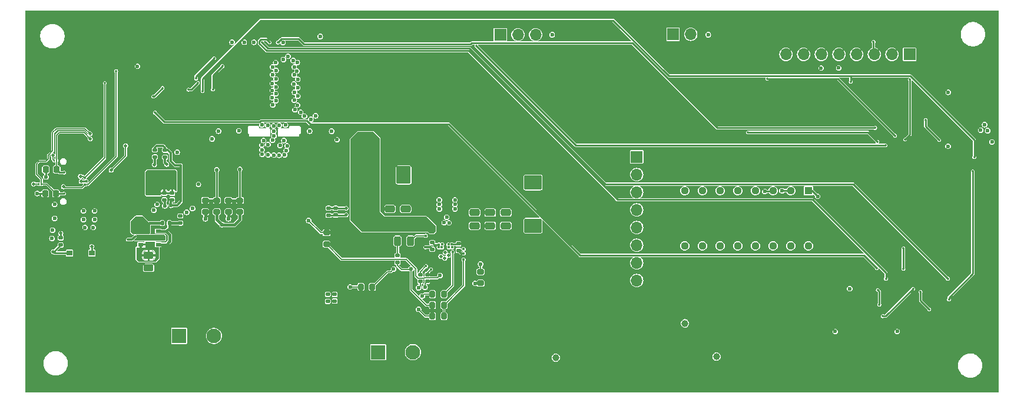
<source format=gbl>
%TF.GenerationSoftware,KiCad,Pcbnew,8.0.6*%
%TF.CreationDate,2025-02-07T14:21:58-05:00*%
%TF.ProjectId,SCAN,5343414e-2e6b-4696-9361-645f70636258,v1.0*%
%TF.SameCoordinates,Original*%
%TF.FileFunction,Copper,L4,Bot*%
%TF.FilePolarity,Positive*%
%FSLAX46Y46*%
G04 Gerber Fmt 4.6, Leading zero omitted, Abs format (unit mm)*
G04 Created by KiCad (PCBNEW 8.0.6) date 2025-02-07 14:21:58*
%MOMM*%
%LPD*%
G01*
G04 APERTURE LIST*
G04 Aperture macros list*
%AMRoundRect*
0 Rectangle with rounded corners*
0 $1 Rounding radius*
0 $2 $3 $4 $5 $6 $7 $8 $9 X,Y pos of 4 corners*
0 Add a 4 corners polygon primitive as box body*
4,1,4,$2,$3,$4,$5,$6,$7,$8,$9,$2,$3,0*
0 Add four circle primitives for the rounded corners*
1,1,$1+$1,$2,$3*
1,1,$1+$1,$4,$5*
1,1,$1+$1,$6,$7*
1,1,$1+$1,$8,$9*
0 Add four rect primitives between the rounded corners*
20,1,$1+$1,$2,$3,$4,$5,0*
20,1,$1+$1,$4,$5,$6,$7,0*
20,1,$1+$1,$6,$7,$8,$9,0*
20,1,$1+$1,$8,$9,$2,$3,0*%
G04 Aperture macros list end*
%TA.AperFunction,ComponentPad*%
%ADD10R,1.700000X1.700000*%
%TD*%
%TA.AperFunction,ComponentPad*%
%ADD11O,1.700000X1.700000*%
%TD*%
%TA.AperFunction,ComponentPad*%
%ADD12R,2.100000X2.100000*%
%TD*%
%TA.AperFunction,ComponentPad*%
%ADD13C,2.100000*%
%TD*%
%TA.AperFunction,ComponentPad*%
%ADD14R,1.130000X1.130000*%
%TD*%
%TA.AperFunction,ComponentPad*%
%ADD15C,1.130000*%
%TD*%
%TA.AperFunction,SMDPad,CuDef*%
%ADD16R,0.228600X0.304800*%
%TD*%
%TA.AperFunction,SMDPad,CuDef*%
%ADD17RoundRect,0.135000X-0.185000X0.135000X-0.185000X-0.135000X0.185000X-0.135000X0.185000X0.135000X0*%
%TD*%
%TA.AperFunction,SMDPad,CuDef*%
%ADD18R,0.800100X0.508000*%
%TD*%
%TA.AperFunction,SMDPad,CuDef*%
%ADD19RoundRect,0.200000X-0.200000X-0.275000X0.200000X-0.275000X0.200000X0.275000X-0.200000X0.275000X0*%
%TD*%
%TA.AperFunction,SMDPad,CuDef*%
%ADD20RoundRect,0.200000X0.275000X-0.200000X0.275000X0.200000X-0.275000X0.200000X-0.275000X-0.200000X0*%
%TD*%
%TA.AperFunction,SMDPad,CuDef*%
%ADD21RoundRect,0.135000X0.185000X-0.135000X0.185000X0.135000X-0.185000X0.135000X-0.185000X-0.135000X0*%
%TD*%
%TA.AperFunction,SMDPad,CuDef*%
%ADD22RoundRect,0.250000X0.475000X-0.250000X0.475000X0.250000X-0.475000X0.250000X-0.475000X-0.250000X0*%
%TD*%
%TA.AperFunction,SMDPad,CuDef*%
%ADD23RoundRect,0.200000X-0.275000X0.200000X-0.275000X-0.200000X0.275000X-0.200000X0.275000X0.200000X0*%
%TD*%
%TA.AperFunction,SMDPad,CuDef*%
%ADD24RoundRect,0.140000X-0.170000X0.140000X-0.170000X-0.140000X0.170000X-0.140000X0.170000X0.140000X0*%
%TD*%
%TA.AperFunction,SMDPad,CuDef*%
%ADD25RoundRect,0.225000X0.225000X0.250000X-0.225000X0.250000X-0.225000X-0.250000X0.225000X-0.250000X0*%
%TD*%
%TA.AperFunction,SMDPad,CuDef*%
%ADD26RoundRect,0.250000X1.025000X-0.787500X1.025000X0.787500X-1.025000X0.787500X-1.025000X-0.787500X0*%
%TD*%
%TA.AperFunction,SMDPad,CuDef*%
%ADD27RoundRect,0.200000X0.200000X0.275000X-0.200000X0.275000X-0.200000X-0.275000X0.200000X-0.275000X0*%
%TD*%
%TA.AperFunction,SMDPad,CuDef*%
%ADD28RoundRect,0.140000X0.170000X-0.140000X0.170000X0.140000X-0.170000X0.140000X-0.170000X-0.140000X0*%
%TD*%
%TA.AperFunction,SMDPad,CuDef*%
%ADD29RoundRect,0.243750X0.243750X0.456250X-0.243750X0.456250X-0.243750X-0.456250X0.243750X-0.456250X0*%
%TD*%
%TA.AperFunction,SMDPad,CuDef*%
%ADD30RoundRect,0.250000X-0.787500X-1.025000X0.787500X-1.025000X0.787500X1.025000X-0.787500X1.025000X0*%
%TD*%
%TA.AperFunction,SMDPad,CuDef*%
%ADD31R,0.299999X0.299999*%
%TD*%
%TA.AperFunction,SMDPad,CuDef*%
%ADD32RoundRect,0.135000X-0.135000X-0.185000X0.135000X-0.185000X0.135000X0.185000X-0.135000X0.185000X0*%
%TD*%
%TA.AperFunction,SMDPad,CuDef*%
%ADD33RoundRect,0.250000X-0.450000X0.262500X-0.450000X-0.262500X0.450000X-0.262500X0.450000X0.262500X0*%
%TD*%
%TA.AperFunction,SMDPad,CuDef*%
%ADD34R,0.820000X0.760000*%
%TD*%
%TA.AperFunction,ViaPad*%
%ADD35C,0.500000*%
%TD*%
%TA.AperFunction,ViaPad*%
%ADD36C,0.600000*%
%TD*%
%TA.AperFunction,ViaPad*%
%ADD37C,0.400000*%
%TD*%
%TA.AperFunction,ViaPad*%
%ADD38C,1.000000*%
%TD*%
%TA.AperFunction,ViaPad*%
%ADD39C,0.350000*%
%TD*%
%TA.AperFunction,ViaPad*%
%ADD40C,0.550000*%
%TD*%
%TA.AperFunction,Conductor*%
%ADD41C,0.250000*%
%TD*%
%TA.AperFunction,Conductor*%
%ADD42C,0.400000*%
%TD*%
%TA.AperFunction,Conductor*%
%ADD43C,0.200000*%
%TD*%
%TA.AperFunction,Conductor*%
%ADD44C,0.300000*%
%TD*%
%TA.AperFunction,Conductor*%
%ADD45C,0.150000*%
%TD*%
G04 APERTURE END LIST*
D10*
%TO.P,BZ1,1,-*%
%TO.N,/BUZZER_PWM*%
X150155000Y-71450000D03*
D11*
%TO.P,BZ1,2,+*%
%TO.N,AGND*%
X152695000Y-71450000D03*
%TD*%
D10*
%TO.P,J4,1,Pin_1*%
%TO.N,3.3V_SYS*%
X125295000Y-71500000D03*
D11*
%TO.P,J4,2,Pin_2*%
%TO.N,/PIR_OUT*%
X127835000Y-71500000D03*
%TO.P,J4,3,Pin_3*%
%TO.N,AGND*%
X130375000Y-71500000D03*
%TD*%
D12*
%TO.P,J3,1*%
%TO.N,PGND*%
X79122500Y-114850000D03*
D13*
%TO.P,J3,2*%
%TO.N,/Power Management/PV_IN*%
X84122500Y-114850000D03*
%TD*%
D14*
%TO.P,U2,1,A0*%
%TO.N,AGND*%
X169600000Y-93950000D03*
D15*
%TO.P,U2,2,A1*%
X167060000Y-93950000D03*
%TO.P,U2,3,A2*%
X164520000Y-93950000D03*
%TO.P,U2,4,P0*%
%TO.N,/Keypad/P0*%
X161980000Y-93950000D03*
%TO.P,U2,5,P1*%
%TO.N,/Keypad/P1*%
X159440000Y-93950000D03*
%TO.P,U2,6,P2*%
%TO.N,/Keypad/P2*%
X156900000Y-93950000D03*
%TO.P,U2,7,P3*%
%TO.N,/Keypad/P3*%
X154360000Y-93950000D03*
%TO.P,U2,8,VSS*%
%TO.N,AGND*%
X151820000Y-93950000D03*
%TO.P,U2,9,P4*%
%TO.N,/Keypad/P4*%
X151820000Y-101890000D03*
%TO.P,U2,10,P5*%
%TO.N,/Keypad/P5*%
X154360000Y-101890000D03*
%TO.P,U2,11,P6*%
%TO.N,/Keypad/P6*%
X156900000Y-101890000D03*
%TO.P,U2,12,P7*%
%TO.N,/Keypad/P7*%
X159440000Y-101890000D03*
%TO.P,U2,13,~{INT}*%
%TO.N,/KEYPAD_INT*%
X161980000Y-101890000D03*
%TO.P,U2,14,SCL*%
%TO.N,/I2C_SCL*%
X164520000Y-101890000D03*
%TO.P,U2,15,SDA*%
%TO.N,/I2C_SDA*%
X167060000Y-101890000D03*
%TO.P,U2,16,VDD*%
%TO.N,3.3V_SYS*%
X169600000Y-101890000D03*
%TD*%
D12*
%TO.P,J2,1*%
%TO.N,PGND*%
X107732500Y-117190000D03*
D13*
%TO.P,J2,2*%
%TO.N,/Power Management/BAT_IN*%
X112732500Y-117190000D03*
%TD*%
D10*
%TO.P,J9,1,Pin_1*%
%TO.N,/Keypad/P0*%
X144920000Y-89085000D03*
D11*
%TO.P,J9,2,Pin_2*%
%TO.N,/Keypad/P1*%
X144920000Y-91625000D03*
%TO.P,J9,3,Pin_3*%
%TO.N,/Keypad/P2*%
X144920000Y-94165000D03*
%TO.P,J9,4,Pin_4*%
%TO.N,/Keypad/P3*%
X144920000Y-96705000D03*
%TO.P,J9,5,Pin_5*%
%TO.N,/Keypad/P4*%
X144920000Y-99245000D03*
%TO.P,J9,6,Pin_6*%
%TO.N,/Keypad/P5*%
X144920000Y-101785000D03*
%TO.P,J9,7,Pin_7*%
%TO.N,/Keypad/P6*%
X144920000Y-104325000D03*
%TO.P,J9,8,Pin_8*%
%TO.N,/Keypad/P7*%
X144920000Y-106865000D03*
%TD*%
D10*
%TO.P,J7,1,Pin_1*%
%TO.N,/SPI_CLK*%
X184150000Y-74340000D03*
D11*
%TO.P,J7,2,Pin_2*%
%TO.N,/SPI_MISO*%
X181610000Y-74340000D03*
%TO.P,J7,3,Pin_3*%
%TO.N,/SPI_MOSI*%
X179070000Y-74340000D03*
%TO.P,J7,4,Pin_4*%
%TO.N,/SPI_CS*%
X176530000Y-74340000D03*
%TO.P,J7,5,Pin_5*%
%TO.N,3.3V_SYS*%
X173990000Y-74340000D03*
%TO.P,J7,6,Pin_6*%
%TO.N,AGND*%
X171450000Y-74340000D03*
%TO.P,J7,7,Pin_7*%
%TO.N,/NFC_INT*%
X168910000Y-74340000D03*
%TO.P,J7,8,Pin_8*%
%TO.N,/NFC_RST*%
X166370000Y-74340000D03*
%TD*%
D16*
%TO.P,D1,1,1*%
%TO.N,/USB_CC2*%
X59335600Y-92990000D03*
%TO.P,D1,2,2*%
%TO.N,PGND*%
X58980000Y-92990000D03*
%TD*%
D17*
%TO.P,R55,1*%
%TO.N,3.3V_VDDD*%
X77110000Y-88120000D03*
%TO.P,R55,2*%
%TO.N,/PD_INT*%
X77110000Y-89140000D03*
%TD*%
D18*
%TO.P,Q9,1,1*%
%TO.N,Net-(Q9-Pad1)*%
X76111900Y-99789998D03*
%TO.P,Q9,2,2*%
%TO.N,/USB Power Delivery/FET2_SRC*%
X76111900Y-100739999D03*
%TO.P,Q9,3,3*%
%TO.N,Net-(Q9-Pad1)*%
X76111900Y-101690000D03*
%TO.P,Q9,4,4*%
%TO.N,/SAFE_PWR*%
X73610000Y-101690000D03*
%TO.P,Q9,5,5*%
%TO.N,/USB Power Delivery/FET2_SRC*%
X73610000Y-100739999D03*
%TO.P,Q9,6,6*%
%TO.N,/USB_VBUS*%
X73610000Y-99789998D03*
%TD*%
D19*
%TO.P,R22,1*%
%TO.N,/Power Management/REGN*%
X115547500Y-110420000D03*
%TO.P,R22,2*%
%TO.N,/Power Management/ILIM_HIZ*%
X117197500Y-110420000D03*
%TD*%
D16*
%TO.P,D2,1,1*%
%TO.N,/USB_CC1*%
X61510000Y-89610000D03*
%TO.P,D2,2,2*%
%TO.N,PGND*%
X61154400Y-89610000D03*
%TD*%
D17*
%TO.P,R54,1*%
%TO.N,3.3V_VDDD*%
X75640000Y-88080000D03*
%TO.P,R54,2*%
%TO.N,/USB Power Delivery/PD_FLIP*%
X75640000Y-89100000D03*
%TD*%
D20*
%TO.P,R45,1*%
%TO.N,3.3V_VDDD*%
X84544444Y-96990000D03*
%TO.P,R45,2*%
%TO.N,/USB Power Delivery/ISNK_CRS*%
X84544444Y-95340000D03*
%TD*%
D21*
%TO.P,R53,1*%
%TO.N,Net-(Q9-Pad1)*%
X79310000Y-98610000D03*
%TO.P,R53,2*%
%TO.N,Net-(U6-SAFE_PWR_EN)*%
X79310000Y-97590000D03*
%TD*%
D22*
%TO.P,C34,1*%
%TO.N,/Power Management/PMID*%
X111682500Y-98470000D03*
%TO.P,C34,2*%
%TO.N,PGND*%
X111682500Y-96570000D03*
%TD*%
%TO.P,C32,1*%
%TO.N,/Power Management/SYS*%
X121602501Y-98989999D03*
%TO.P,C32,2*%
%TO.N,PGND*%
X121602501Y-97089999D03*
%TD*%
D23*
%TO.P,R46,1*%
%TO.N,/USB Power Delivery/ISNK_CRS*%
X82886666Y-95340000D03*
%TO.P,R46,2*%
%TO.N,PGND*%
X82886666Y-96990000D03*
%TD*%
D21*
%TO.P,R18,1*%
%TO.N,Net-(D11-A)*%
X100612500Y-97490000D03*
%TO.P,R18,2*%
%TO.N,Net-(D11-K)*%
X100612500Y-96470000D03*
%TD*%
%TO.P,R19,1*%
%TO.N,Net-(D12-A)*%
X100500000Y-109879999D03*
%TO.P,R19,2*%
%TO.N,Net-(D12-K)*%
X100500000Y-108859999D03*
%TD*%
D23*
%TO.P,R48,1*%
%TO.N,/USB Power Delivery/ISNK_FIN*%
X86202222Y-95340000D03*
%TO.P,R48,2*%
%TO.N,PGND*%
X86202222Y-96990000D03*
%TD*%
D24*
%TO.P,C12,1*%
%TO.N,/Power Management/VAC1*%
X114802500Y-106030000D03*
%TO.P,C12,2*%
%TO.N,AGND*%
X114802500Y-106990000D03*
%TD*%
D25*
%TO.P,C47,1*%
%TO.N,/USB_CC2*%
X61430000Y-94340000D03*
%TO.P,C47,2*%
%TO.N,PGND*%
X59880000Y-94340000D03*
%TD*%
D22*
%TO.P,C36,1*%
%TO.N,/Power Management/PMID*%
X109452500Y-98470000D03*
%TO.P,C36,2*%
%TO.N,PGND*%
X109452500Y-96570000D03*
%TD*%
D26*
%TO.P,C39,1*%
%TO.N,/Power Management/SYS*%
X130002500Y-98989999D03*
%TO.P,C39,2*%
%TO.N,PGND*%
X130002500Y-92764999D03*
%TD*%
D22*
%TO.P,C37,1*%
%TO.N,/Power Management/SYS*%
X126102501Y-98989999D03*
%TO.P,C37,2*%
%TO.N,PGND*%
X126102501Y-97089999D03*
%TD*%
%TO.P,C35,1*%
%TO.N,/Power Management/SYS*%
X123852501Y-98989999D03*
%TO.P,C35,2*%
%TO.N,PGND*%
X123852501Y-97089999D03*
%TD*%
D17*
%TO.P,R40,1*%
%TO.N,/USB Power Delivery/FET_SRC*%
X62110000Y-100730000D03*
%TO.P,R40,2*%
%TO.N,/USB Power Delivery/FET_GATE*%
X62110000Y-101750000D03*
%TD*%
D27*
%TO.P,R23,1*%
%TO.N,/Power Management/ILIM_HIZ*%
X117197500Y-112010000D03*
%TO.P,R23,2*%
%TO.N,AGND*%
X115547500Y-112010000D03*
%TD*%
D28*
%TO.P,C14,1*%
%TO.N,Net-(D12-A)*%
X101500000Y-109829999D03*
%TO.P,C14,2*%
%TO.N,Net-(D12-K)*%
X101500000Y-108869999D03*
%TD*%
D20*
%TO.P,R47,1*%
%TO.N,3.3V_VDDD*%
X87860000Y-96990000D03*
%TO.P,R47,2*%
%TO.N,/USB Power Delivery/ISNK_FIN*%
X87860000Y-95340000D03*
%TD*%
D29*
%TO.P,D13,1,K*%
%TO.N,/Power Management/STAT*%
X112400000Y-101190000D03*
%TO.P,D13,2,A*%
%TO.N,Net-(D13-A)*%
X110525000Y-101190000D03*
%TD*%
D28*
%TO.P,C44,1*%
%TO.N,3.3V_VDDD*%
X78130000Y-95270000D03*
%TO.P,C44,2*%
%TO.N,PGND*%
X78130000Y-94310000D03*
%TD*%
D24*
%TO.P,C15,1*%
%TO.N,/Power Management/VAC2*%
X113792500Y-106040000D03*
%TO.P,C15,2*%
%TO.N,AGND*%
X113792500Y-107000000D03*
%TD*%
D23*
%TO.P,R28,1*%
%TO.N,/Power Management/BATP*%
X122472500Y-105615000D03*
%TO.P,R28,2*%
%TO.N,Net-(Q6-D)*%
X122472500Y-107265000D03*
%TD*%
D28*
%TO.P,C20,1*%
%TO.N,/Power Management/BTST2*%
X119282500Y-102550000D03*
%TO.P,C20,2*%
%TO.N,/Power Management/SW2*%
X119282500Y-101590000D03*
%TD*%
D30*
%TO.P,C38,1*%
%TO.N,/Power Management/PMID*%
X105170000Y-91680000D03*
%TO.P,C38,2*%
%TO.N,PGND*%
X111395000Y-91680000D03*
%TD*%
D31*
%TO.P,U3,1*%
%TO.N,PGND*%
X65800000Y-92600000D03*
%TO.P,U3,2*%
%TO.N,/USB_D+*%
X65549998Y-93099999D03*
%TO.P,U3,3*%
%TO.N,/USB_D-*%
X65549998Y-92100001D03*
%TD*%
D19*
%TO.P,R26,1*%
%TO.N,AGND*%
X115552500Y-108830000D03*
%TO.P,R26,2*%
%TO.N,/Power Management/PROG*%
X117202500Y-108830000D03*
%TD*%
D25*
%TO.P,C48,1*%
%TO.N,/USB_CC1*%
X61515000Y-90910000D03*
%TO.P,C48,2*%
%TO.N,PGND*%
X59965000Y-90910000D03*
%TD*%
D28*
%TO.P,C19,1*%
%TO.N,/Power Management/BTST1*%
X115502500Y-102369999D03*
%TO.P,C19,2*%
%TO.N,/Power Management/SW1*%
X115502500Y-101409999D03*
%TD*%
D19*
%TO.P,R25,1*%
%TO.N,Net-(D12-K)*%
X105257500Y-107800000D03*
%TO.P,R25,2*%
%TO.N,/Power Management/ACDRV2*%
X106907500Y-107800000D03*
%TD*%
D32*
%TO.P,R52,1*%
%TO.N,/USB_VBUS*%
X76710000Y-98620000D03*
%TO.P,R52,2*%
%TO.N,Net-(Q9-Pad1)*%
X77730000Y-98620000D03*
%TD*%
D28*
%TO.P,C45,1*%
%TO.N,3.3V_VDDD*%
X77010000Y-95270000D03*
%TO.P,C45,2*%
%TO.N,PGND*%
X77010000Y-94310000D03*
%TD*%
%TO.P,C13,1*%
%TO.N,Net-(D11-A)*%
X101612500Y-97440000D03*
%TO.P,C13,2*%
%TO.N,Net-(D11-K)*%
X101612500Y-96480000D03*
%TD*%
D33*
%TO.P,R56,1*%
%TO.N,/SAFE_PWR*%
X74740000Y-103227500D03*
%TO.P,R56,2*%
%TO.N,/VDC*%
X74740000Y-105052500D03*
%TD*%
D34*
%TO.P,D15,1,K*%
%TO.N,/USB Power Delivery/FET_SRC*%
X66570000Y-102910000D03*
%TO.P,D15,2,A*%
%TO.N,/USB Power Delivery/FET_GATE*%
X63370000Y-102910000D03*
%TD*%
D21*
%TO.P,R27,1*%
%TO.N,/Power Management/REGN*%
X110542500Y-104290000D03*
%TO.P,R27,2*%
%TO.N,Net-(D13-A)*%
X110542500Y-103270000D03*
%TD*%
D23*
%TO.P,R24,1*%
%TO.N,Net-(D11-K)*%
X100322500Y-99995000D03*
%TO.P,R24,2*%
%TO.N,/Power Management/ACDRV1*%
X100322500Y-101645000D03*
%TD*%
D35*
%TO.N,PGND*%
X58200000Y-92990000D03*
D36*
X93040000Y-77880000D03*
X58730000Y-94350000D03*
X59970000Y-91970000D03*
X61220000Y-95930000D03*
X65380000Y-96860000D03*
X92549063Y-86679060D03*
D35*
X76190000Y-94020000D03*
X117332500Y-103660000D03*
D36*
X91030000Y-88060000D03*
X94650000Y-87490000D03*
D35*
X60970000Y-88870000D03*
D36*
X92520000Y-78510000D03*
X93530000Y-84540000D03*
D35*
X65030000Y-92610000D03*
D36*
X92530000Y-76150000D03*
X117932500Y-98560000D03*
X66970000Y-96860000D03*
X91860000Y-84570000D03*
X94410000Y-84500000D03*
X93040000Y-80000000D03*
X81050000Y-96510000D03*
X65380000Y-98100000D03*
X91920000Y-88780000D03*
X92750000Y-86070000D03*
X91890000Y-87300000D03*
X117592500Y-97760000D03*
X91260000Y-86720000D03*
X60930000Y-99630000D03*
X93050000Y-81000000D03*
X93040000Y-79010000D03*
X93510000Y-88850000D03*
X80210000Y-97070000D03*
D35*
X76190000Y-93010000D03*
D36*
X94540000Y-88150000D03*
X94190000Y-86730000D03*
X65590000Y-99240000D03*
X93010000Y-75520000D03*
X117232500Y-98550000D03*
X82890000Y-98000000D03*
X75950000Y-95930000D03*
X94290000Y-88790000D03*
X92510000Y-80560000D03*
X91050000Y-88720000D03*
X78840000Y-88412500D03*
X92590000Y-81620000D03*
X92550000Y-77250000D03*
X91030000Y-84490000D03*
X66970000Y-98100000D03*
D35*
X117842500Y-103280000D03*
D36*
X66770000Y-99240000D03*
D35*
X76190000Y-91940000D03*
D36*
X93060000Y-76640000D03*
X91010000Y-87380000D03*
X92700000Y-84620000D03*
X92520000Y-79520000D03*
X61220000Y-97930000D03*
X75490000Y-96750000D03*
X92730000Y-85410000D03*
D35*
X116742500Y-103400000D03*
D36*
X92740000Y-88830000D03*
X86202222Y-98000000D03*
D35*
X117392500Y-102850000D03*
D36*
X93640000Y-87430000D03*
%TO.N,/Power Management/PMID*%
X97890000Y-85370000D03*
X101050000Y-85390000D03*
X83860000Y-86490000D03*
X87710000Y-85330000D03*
X84800000Y-85380000D03*
X101830000Y-86610000D03*
%TO.N,/Power Management/REGN*%
X112462500Y-105220000D03*
%TO.N,AGND*%
X113562500Y-107910000D03*
X171430000Y-76300000D03*
X182370000Y-114210000D03*
D37*
X120012500Y-102350000D03*
D36*
X173460000Y-114210000D03*
X163340000Y-94060000D03*
X195990000Y-86940000D03*
X114072500Y-109120000D03*
D38*
X151860000Y-113042500D03*
X156380000Y-117830000D03*
D36*
X73130000Y-76050000D03*
X89890000Y-72600000D03*
X94060000Y-72630000D03*
X175540000Y-108050000D03*
X165810000Y-93950000D03*
X86740000Y-72590000D03*
X189680000Y-87550000D03*
X132760000Y-71510000D03*
X155210000Y-71510000D03*
D38*
X133270000Y-117962500D03*
D36*
X114482500Y-107830000D03*
X170930000Y-94760000D03*
X113542500Y-111020000D03*
%TO.N,/Power Management/ACDRV1*%
X116632500Y-106160000D03*
D37*
%TO.N,/Power Management/VAC2*%
X114612500Y-104820000D03*
D36*
%TO.N,/Power Management/ACDRV2*%
X109962500Y-105210000D03*
%TO.N,/Power Management/BATP*%
X122472500Y-104520000D03*
%TO.N,Net-(D12-K)*%
X103702500Y-107800000D03*
D37*
%TO.N,/Power Management/VAC1*%
X115302500Y-105280000D03*
D36*
%TO.N,3.3V_SYS*%
X96070000Y-76730000D03*
X96190000Y-80350000D03*
X98050000Y-83700000D03*
X95720000Y-79790000D03*
X98740000Y-83170000D03*
X94780000Y-74600000D03*
X96160000Y-81630000D03*
X96170000Y-79130000D03*
X195360000Y-85310000D03*
X95760000Y-82300000D03*
X95670000Y-76140000D03*
X96180000Y-77910000D03*
X95680000Y-80940000D03*
X96600000Y-82650000D03*
X95520000Y-75210000D03*
X96120000Y-75510000D03*
X95640000Y-78580000D03*
X173960000Y-76280000D03*
X194940000Y-84450000D03*
X97140000Y-83230000D03*
X189720000Y-79790000D03*
X99410000Y-71760000D03*
X194380000Y-85230000D03*
X95680000Y-77280000D03*
X94120000Y-75080000D03*
X88480000Y-72580000D03*
D37*
%TO.N,/Power Management/PROG*%
X118452500Y-102780000D03*
D39*
%TO.N,/CHIP_PU*%
X193450000Y-89100000D03*
X193250000Y-91170000D03*
X82490000Y-79640000D03*
X189810000Y-109600000D03*
X175690000Y-78280000D03*
D35*
%TO.N,/USB_D+*%
X62500000Y-93380000D03*
D39*
X70070000Y-76740000D03*
%TO.N,/USB_D-*%
X68430000Y-78440000D03*
D35*
X64940000Y-91870000D03*
%TO.N,/USB_VBUS*%
X71430000Y-87470000D03*
X69350000Y-91000000D03*
D37*
%TO.N,/Power Management/SW1*%
X116902500Y-102110000D03*
D36*
X116532500Y-96570000D03*
X116532500Y-95925000D03*
X116532500Y-95280000D03*
D37*
X116952500Y-101680000D03*
X116452500Y-102110000D03*
X116482500Y-101690000D03*
%TO.N,/Power Management/BTST1*%
X114532500Y-102090000D03*
%TO.N,/Power Management/BTST2*%
X120042500Y-102960000D03*
D36*
%TO.N,/Power Management/SW2*%
X118782500Y-95280000D03*
X118782500Y-96570000D03*
D37*
X117912500Y-102110000D03*
X118382500Y-102090000D03*
X117852500Y-101680000D03*
D36*
X118782500Y-95925000D03*
D37*
X118322500Y-101670000D03*
%TO.N,/Power Management/ILIM_HIZ*%
X120012500Y-103860000D03*
%TO.N,/Power Management/STAT*%
X114582500Y-100440000D03*
D39*
%TO.N,/UART_RXD*%
X179500000Y-86900000D03*
X160900000Y-85570000D03*
D35*
%TO.N,/PD_INT*%
X77340000Y-90170000D03*
D39*
%TO.N,/UART_TXD*%
X121850000Y-73080000D03*
X180690000Y-87430000D03*
%TO.N,/SPI_CLK*%
X183520000Y-86570000D03*
X179200000Y-84920000D03*
X93310000Y-72640000D03*
X184200000Y-77980000D03*
%TO.N,/BUZZER_PWM*%
X182050000Y-86030000D03*
X163690000Y-77830000D03*
%TO.N,/TFT_DC*%
X189640000Y-106600000D03*
X91040000Y-72590000D03*
%TO.N,/BOOT*%
X179440000Y-105100000D03*
X179590000Y-108240000D03*
X179800000Y-110340000D03*
X75660000Y-82720000D03*
%TO.N,/SPI_MOSI*%
X188420000Y-86660000D03*
X178970000Y-72540000D03*
X186470000Y-83760000D03*
%TO.N,/TFT_CS*%
X180750000Y-106600000D03*
X92130000Y-72610000D03*
D35*
%TO.N,Net-(D11-A)*%
X103152500Y-97430000D03*
D39*
%TO.N,/USB_CC1*%
X62580000Y-91350000D03*
D35*
X66360000Y-86490000D03*
%TO.N,/USB_CC2*%
X66320000Y-85750000D03*
D39*
X62580000Y-94380000D03*
D36*
%TO.N,3.3V_VDDD*%
X77960000Y-96050000D03*
X77075000Y-96120000D03*
X85300000Y-98830000D03*
D40*
%TO.N,/USB Power Delivery/ISNK_CRS*%
X84530000Y-90950000D03*
%TO.N,/USB Power Delivery/ISNK_FIN*%
X87840000Y-90870000D03*
D35*
%TO.N,/USB Power Delivery/FET_GATE*%
X61030000Y-102730000D03*
D36*
%TO.N,Net-(D11-K)*%
X97742500Y-98250000D03*
D35*
X103152500Y-96490000D03*
D36*
%TO.N,Net-(Q6-D)*%
X121662500Y-107290000D03*
D39*
%TO.N,Net-(Q7A-B1)*%
X84150000Y-74890000D03*
X85330000Y-76030000D03*
X81550000Y-77810000D03*
X83980000Y-79380000D03*
%TO.N,Net-(Q7B-C2)*%
X80450000Y-79410000D03*
X81830000Y-78440000D03*
%TO.N,Net-(U8-~{SUSPEND})*%
X75390000Y-80410000D03*
X76740000Y-79170000D03*
D35*
%TO.N,/USB Power Delivery/FET_SRC*%
X66560000Y-101980000D03*
X62120000Y-100080000D03*
%TO.N,/USB Power Delivery/PD_FLIP*%
X75590000Y-90210000D03*
D36*
%TO.N,5V_SYS*%
X169220000Y-117800000D03*
X87240000Y-83130000D03*
D38*
X163210000Y-112922500D03*
D36*
X89960000Y-80430000D03*
X89400000Y-79850000D03*
D38*
X144790000Y-117942500D03*
D36*
X88740000Y-82870000D03*
X73150000Y-78030000D03*
X89920000Y-77620000D03*
X90840000Y-74790000D03*
D38*
X140410000Y-113032500D03*
D36*
X89970000Y-81810000D03*
X89360000Y-81120000D03*
X89950000Y-76290000D03*
X89500000Y-75470000D03*
X89890000Y-79120000D03*
X89370000Y-77090000D03*
X88360000Y-83540000D03*
X89360000Y-82290000D03*
X89420000Y-78330000D03*
D39*
%TO.N,/RGB_LED*%
X180310000Y-112000000D03*
X184650000Y-108070000D03*
%TO.N,/NFC_RST*%
X186970000Y-111030000D03*
X185720000Y-108530000D03*
%TO.N,/SPI_CS*%
X183260000Y-102260000D03*
X183270000Y-105180000D03*
D36*
%TO.N,Net-(U6-VBUS_FET_EN)*%
X60830000Y-100830000D03*
D40*
X81910000Y-93040000D03*
%TD*%
D41*
%TO.N,PGND*%
X59970000Y-91970000D02*
X59970000Y-90915000D01*
X65790000Y-92610000D02*
X65800000Y-92600000D01*
D42*
X86202222Y-96990000D02*
X86202222Y-98000000D01*
X82886666Y-97996666D02*
X82890000Y-98000000D01*
X82886666Y-96990000D02*
X82886666Y-97996666D01*
D43*
X60970000Y-89425600D02*
X61154400Y-89610000D01*
X58200000Y-92990000D02*
X58980000Y-92990000D01*
D41*
X59880000Y-94340000D02*
X58740000Y-94340000D01*
D43*
X60970000Y-88870000D02*
X60970000Y-89425600D01*
D41*
X58740000Y-94340000D02*
X58730000Y-94350000D01*
X65030000Y-92610000D02*
X65790000Y-92610000D01*
X59970000Y-90915000D02*
X59965000Y-90910000D01*
D43*
%TO.N,/Power Management/REGN*%
X112462500Y-108217107D02*
X112462500Y-105220000D01*
X110542500Y-104710000D02*
X111152500Y-105320000D01*
X114665393Y-110420000D02*
X112462500Y-108217107D01*
X110542500Y-104290000D02*
X110542500Y-104710000D01*
X111152500Y-105320000D02*
X112362500Y-105320000D01*
X112362500Y-105320000D02*
X112462500Y-105220000D01*
X115547500Y-110420000D02*
X114665393Y-110420000D01*
%TO.N,AGND*%
X113792500Y-107000000D02*
X113792500Y-107680000D01*
X115552500Y-108830000D02*
X114362500Y-108830000D01*
X114362500Y-108830000D02*
X114072500Y-109120000D01*
D41*
X163340000Y-94060000D02*
X164410000Y-94060000D01*
D43*
X113792500Y-107680000D02*
X113562500Y-107910000D01*
D41*
X165810000Y-93950000D02*
X167060000Y-93950000D01*
X164410000Y-94060000D02*
X164520000Y-93950000D01*
D43*
X114482500Y-107830000D02*
X114482500Y-107310000D01*
D41*
X169600000Y-93950000D02*
X170120000Y-93950000D01*
D43*
X115547500Y-112010000D02*
X114532500Y-112010000D01*
X114482500Y-107310000D02*
X114802500Y-106990000D01*
D41*
X170120000Y-93950000D02*
X170930000Y-94760000D01*
D43*
X114532500Y-112010000D02*
X113542500Y-111020000D01*
%TO.N,/Power Management/ACDRV1*%
X114307786Y-106510000D02*
X116282500Y-106510000D01*
X113162500Y-105212893D02*
X113162500Y-106204714D01*
X100322500Y-101645000D02*
X102497500Y-103820000D01*
X116282500Y-106510000D02*
X116632500Y-106160000D01*
X114297786Y-106520000D02*
X114307786Y-106510000D01*
X113162500Y-106204714D02*
X113477786Y-106520000D01*
X102497500Y-103820000D02*
X111769607Y-103820000D01*
X113477786Y-106520000D02*
X114297786Y-106520000D01*
X111769607Y-103820000D02*
X113162500Y-105212893D01*
%TO.N,/Power Management/VAC2*%
X113792500Y-106040000D02*
X113792500Y-105640000D01*
X113792500Y-105640000D02*
X114612500Y-104820000D01*
%TO.N,/Power Management/ACDRV2*%
X109552500Y-105620000D02*
X109962500Y-105210000D01*
X106907500Y-107800000D02*
X109087500Y-105620000D01*
X109087500Y-105620000D02*
X109552500Y-105620000D01*
%TO.N,/Power Management/BATP*%
X122472500Y-104520000D02*
X122472500Y-105615000D01*
%TO.N,Net-(D12-K)*%
X105257500Y-107800000D02*
X103702500Y-107800000D01*
%TO.N,/Power Management/VAC1*%
X114802500Y-105780000D02*
X115302500Y-105280000D01*
X114802500Y-106030000D02*
X114802500Y-105780000D01*
%TO.N,/Power Management/PROG*%
X118452500Y-107580000D02*
X118452500Y-102780000D01*
X117202500Y-108830000D02*
X118452500Y-107580000D01*
D41*
%TO.N,/CHIP_PU*%
X175690000Y-78280000D02*
X175690000Y-77500000D01*
X193450000Y-86630000D02*
X193450000Y-89100000D01*
X184250000Y-77430000D02*
X193450000Y-86630000D01*
X193250000Y-105910000D02*
X193250000Y-91170000D01*
X175690000Y-77500000D02*
X175760000Y-77430000D01*
X82490000Y-79640000D02*
X82490000Y-77827537D01*
X189810000Y-109350000D02*
X193250000Y-105910000D01*
X141540000Y-69450000D02*
X149520000Y-77430000D01*
X189810000Y-109600000D02*
X189810000Y-109350000D01*
X82490000Y-77827537D02*
X90867537Y-69450000D01*
X175760000Y-77430000D02*
X184250000Y-77430000D01*
X149520000Y-77430000D02*
X175760000Y-77430000D01*
X90867537Y-69450000D02*
X141540000Y-69450000D01*
D43*
%TO.N,/USB_D+*%
X65549998Y-93110002D02*
X65549998Y-93099999D01*
X70070000Y-89029998D02*
X70070000Y-76740000D01*
X65549998Y-93099999D02*
X65999999Y-93099999D01*
X62650000Y-93530000D02*
X65130000Y-93530000D01*
X65999999Y-93099999D02*
X70070000Y-89029998D01*
X62500000Y-93380000D02*
X62650000Y-93530000D01*
X65130000Y-93530000D02*
X65549998Y-93110002D01*
%TO.N,/USB_D-*%
X65549998Y-92100001D02*
X68430000Y-89219999D01*
X65344998Y-91870000D02*
X65564999Y-92090001D01*
X68430000Y-89219999D02*
X68430000Y-78440000D01*
X64940000Y-91870000D02*
X65344998Y-91870000D01*
D42*
%TO.N,/USB_VBUS*%
X74860000Y-98620000D02*
X74480000Y-99000000D01*
D43*
X71430000Y-87470000D02*
X71430000Y-88920000D01*
D42*
X76710000Y-98620000D02*
X74860000Y-98620000D01*
D43*
X71430000Y-88920000D02*
X69350000Y-91000000D01*
D41*
%TO.N,/Power Management/SW1*%
X115782501Y-101690000D02*
X115502500Y-101409999D01*
X115782501Y-101690000D02*
X116482500Y-101690000D01*
D44*
%TO.N,/Power Management/BTST1*%
X114532500Y-102090000D02*
X115222501Y-102090000D01*
X115222501Y-102090000D02*
X115502500Y-102369999D01*
%TO.N,/Power Management/BTST2*%
X119692500Y-102960000D02*
X120042500Y-102960000D01*
X119282500Y-102550000D02*
X119692500Y-102960000D01*
D41*
%TO.N,/Power Management/SW2*%
X118322500Y-101670000D02*
X119202500Y-101670000D01*
X119202500Y-101670000D02*
X119282500Y-101590000D01*
D43*
%TO.N,/Power Management/ILIM_HIZ*%
X117197500Y-110420000D02*
X117197500Y-112010000D01*
X117197500Y-110420000D02*
X120012500Y-107605000D01*
X120012500Y-107605000D02*
X120012500Y-103860000D01*
%TO.N,/Power Management/STAT*%
X113150000Y-100440000D02*
X114582500Y-100440000D01*
X112400000Y-101190000D02*
X113150000Y-100440000D01*
D41*
%TO.N,/UART_RXD*%
X160900000Y-85570000D02*
X178170000Y-85570000D01*
X178170000Y-85570000D02*
X179500000Y-86900000D01*
D44*
%TO.N,/PD_INT*%
X77110000Y-89940000D02*
X77340000Y-90170000D01*
X77110000Y-89140000D02*
X77110000Y-89940000D01*
D41*
%TO.N,/UART_TXD*%
X136200000Y-87430000D02*
X180690000Y-87430000D01*
X121850000Y-73080000D02*
X136200000Y-87430000D01*
%TO.N,/SPI_CLK*%
X156515026Y-84920000D02*
X179200000Y-84920000D01*
X93310000Y-72637537D02*
X93842537Y-72105000D01*
X97040000Y-72850000D02*
X121054314Y-72850000D01*
X96295000Y-72105000D02*
X97040000Y-72850000D01*
X184200000Y-77980000D02*
X184200000Y-85890000D01*
X93842537Y-72105000D02*
X96295000Y-72105000D01*
X144275026Y-72680000D02*
X156515026Y-84920000D01*
X93310000Y-72640000D02*
X93310000Y-72637537D01*
X184200000Y-85890000D02*
X183520000Y-86570000D01*
X121054314Y-72850000D02*
X121224314Y-72680000D01*
X121224314Y-72680000D02*
X144275026Y-72680000D01*
%TO.N,/BUZZER_PWM*%
X163690000Y-77830000D02*
X173850000Y-77830000D01*
X173850000Y-77830000D02*
X182050000Y-86030000D01*
%TO.N,/TFT_DC*%
X91930000Y-73480000D02*
X120884314Y-73480000D01*
X91040000Y-72590000D02*
X91930000Y-73480000D01*
X176060000Y-93020000D02*
X189640000Y-106600000D01*
X120884314Y-73480000D02*
X140424314Y-93020000D01*
X140424314Y-93020000D02*
X176060000Y-93020000D01*
%TO.N,/BOOT*%
X90887537Y-83890000D02*
X97497537Y-83890000D01*
X103810000Y-84350000D02*
X117853679Y-84350000D01*
X117853679Y-84350000D02*
X136753679Y-103250000D01*
X77005000Y-84065000D02*
X90712537Y-84065000D01*
X136753679Y-103250000D02*
X177590000Y-103250000D01*
X75660000Y-82720000D02*
X77005000Y-84065000D01*
X177590000Y-103250000D02*
X179440000Y-105100000D01*
X97957537Y-84350000D02*
X103810000Y-84350000D01*
X179800000Y-110340000D02*
X179800000Y-108450000D01*
X90712537Y-84065000D02*
X90887537Y-83890000D01*
X179800000Y-108450000D02*
X179590000Y-108240000D01*
X97497537Y-83890000D02*
X97957537Y-84350000D01*
%TO.N,/SPI_MOSI*%
X178970000Y-72540000D02*
X178970000Y-74240000D01*
X186470000Y-84710000D02*
X188420000Y-86660000D01*
X186470000Y-83760000D02*
X186470000Y-84710000D01*
X178970000Y-74240000D02*
X179070000Y-74340000D01*
%TO.N,/TFT_CS*%
X90640000Y-72755686D02*
X91714314Y-73830000D01*
X180750000Y-105790000D02*
X180750000Y-106600000D01*
X90640000Y-72424314D02*
X90640000Y-72755686D01*
X170200000Y-95240000D02*
X180750000Y-105790000D01*
X120739340Y-73830000D02*
X142149340Y-95240000D01*
X91714314Y-73830000D02*
X120739340Y-73830000D01*
X142149340Y-95240000D02*
X170200000Y-95240000D01*
X91710000Y-72190000D02*
X90874314Y-72190000D01*
X92130000Y-72610000D02*
X91710000Y-72190000D01*
X90874314Y-72190000D02*
X90640000Y-72424314D01*
%TO.N,Net-(D11-A)*%
X103092500Y-97490000D02*
X100612500Y-97490000D01*
X103152500Y-97430000D02*
X103092500Y-97490000D01*
D45*
%TO.N,/USB_CC1*%
X61510000Y-89610000D02*
X61460000Y-89560000D01*
X61460000Y-86010000D02*
X61890000Y-85580000D01*
X61515000Y-90910000D02*
X61515000Y-89615000D01*
X65450000Y-85580000D02*
X66360000Y-86490000D01*
D41*
X61955000Y-91350000D02*
X61515000Y-90910000D01*
D45*
X61890000Y-85580000D02*
X65450000Y-85580000D01*
D41*
X62580000Y-91350000D02*
X61955000Y-91350000D01*
D45*
X61460000Y-89560000D02*
X61460000Y-86010000D01*
X61515000Y-89615000D02*
X61510000Y-89610000D01*
%TO.N,/USB_CC2*%
X61480000Y-85030000D02*
X65600000Y-85030000D01*
X60080000Y-92990000D02*
X59335600Y-92990000D01*
X60330000Y-88830000D02*
X60940000Y-88220000D01*
X58600000Y-91550000D02*
X58600000Y-90120000D01*
X59335600Y-92285600D02*
X58600000Y-91550000D01*
D41*
X61470000Y-94380000D02*
X61430000Y-94340000D01*
X61430000Y-94340000D02*
X61150000Y-94340000D01*
D45*
X60330000Y-89410000D02*
X60330000Y-88830000D01*
X58980000Y-89740000D02*
X60000000Y-89740000D01*
X60940000Y-88220000D02*
X60940000Y-85570000D01*
X65600000Y-85030000D02*
X66320000Y-85750000D01*
X58600000Y-90120000D02*
X58980000Y-89740000D01*
X59335600Y-92990000D02*
X59335600Y-92285600D01*
X60940000Y-85570000D02*
X61480000Y-85030000D01*
X60000000Y-89740000D02*
X60330000Y-89410000D01*
D41*
X62580000Y-94380000D02*
X61470000Y-94380000D01*
D45*
X61430000Y-94340000D02*
X60080000Y-92990000D01*
D44*
%TO.N,3.3V_VDDD*%
X79400000Y-95490000D02*
X79400000Y-90300000D01*
X77960000Y-96050000D02*
X77960000Y-95440000D01*
X77480000Y-88120000D02*
X77110000Y-88120000D01*
D42*
X87090000Y-98860000D02*
X87860000Y-98090000D01*
D44*
X77920000Y-88560000D02*
X77480000Y-88120000D01*
D42*
X84544444Y-98124444D02*
X85280000Y-98860000D01*
D44*
X77960000Y-96050000D02*
X78840000Y-96050000D01*
D42*
X87860000Y-98090000D02*
X87860000Y-96990000D01*
D44*
X77960000Y-95440000D02*
X78130000Y-95270000D01*
X77920000Y-89670000D02*
X77920000Y-88560000D01*
X78840000Y-96050000D02*
X79400000Y-95490000D01*
D42*
X85280000Y-98860000D02*
X87090000Y-98860000D01*
D44*
X75640000Y-88080000D02*
X75640000Y-87780000D01*
X77075000Y-96120000D02*
X77075000Y-95335000D01*
D42*
X84544444Y-96990000D02*
X84544444Y-98124444D01*
D44*
X78550000Y-90300000D02*
X77920000Y-89670000D01*
X75640000Y-87780000D02*
X75900000Y-87520000D01*
X76830000Y-87520000D02*
X77110000Y-87800000D01*
X77110000Y-87800000D02*
X77110000Y-88120000D01*
X77075000Y-95335000D02*
X77010000Y-95270000D01*
X79400000Y-90300000D02*
X78550000Y-90300000D01*
X75900000Y-87520000D02*
X76830000Y-87520000D01*
D42*
%TO.N,/USB Power Delivery/ISNK_CRS*%
X82886666Y-95340000D02*
X84544444Y-95340000D01*
D41*
X82880000Y-95333334D02*
X82886666Y-95340000D01*
X84544444Y-90964444D02*
X84544444Y-95340000D01*
X84530000Y-90950000D02*
X84544444Y-90964444D01*
%TO.N,/USB Power Delivery/ISNK_FIN*%
X86200000Y-95337778D02*
X86202222Y-95340000D01*
D42*
X86202222Y-95340000D02*
X87860000Y-95340000D01*
D41*
X87860000Y-90890000D02*
X87860000Y-95340000D01*
X87840000Y-90870000D02*
X87860000Y-90890000D01*
D44*
%TO.N,/USB Power Delivery/VBUS_MIN*%
X72323334Y-100986666D02*
X71735000Y-100986666D01*
X72800000Y-100510000D02*
X72323334Y-100986666D01*
D41*
%TO.N,/USB Power Delivery/FET_GATE*%
X61210000Y-102910000D02*
X61030000Y-102730000D01*
X63370000Y-102910000D02*
X61210000Y-102910000D01*
X61030000Y-102730000D02*
X61130000Y-102730000D01*
X61130000Y-102730000D02*
X62110000Y-101750000D01*
%TO.N,Net-(D11-K)*%
X103152500Y-96490000D02*
X103132500Y-96470000D01*
D43*
X99487500Y-99995000D02*
X97742500Y-98250000D01*
D41*
X103132500Y-96470000D02*
X100612500Y-96470000D01*
D43*
X100322500Y-99995000D02*
X99487500Y-99995000D01*
%TO.N,Net-(D13-A)*%
X110542500Y-101207500D02*
X110525000Y-101190000D01*
X110542500Y-103270000D02*
X110542500Y-101207500D01*
D42*
%TO.N,Net-(Q6-D)*%
X122472500Y-107265000D02*
X121687500Y-107265000D01*
X121687500Y-107265000D02*
X121662500Y-107290000D01*
D41*
%TO.N,Net-(Q7A-B1)*%
X83980000Y-79380000D02*
X83980000Y-77380000D01*
X81550000Y-77490000D02*
X81550000Y-77810000D01*
X84150000Y-74890000D02*
X81550000Y-77490000D01*
X83980000Y-77380000D02*
X85330000Y-76030000D01*
%TO.N,Net-(Q7B-C2)*%
X80860000Y-79410000D02*
X81830000Y-78440000D01*
X80450000Y-79410000D02*
X80860000Y-79410000D01*
D42*
%TO.N,Net-(Q9-Pad1)*%
X77730000Y-99329996D02*
X77269998Y-99789998D01*
X77740000Y-98610000D02*
X77730000Y-98620000D01*
X76111900Y-99789998D02*
X77269998Y-99789998D01*
X77269998Y-99789998D02*
X77760000Y-100280000D01*
X77310000Y-101690000D02*
X76111900Y-101690000D01*
X77760000Y-101240000D02*
X77310000Y-101690000D01*
X77730000Y-98620000D02*
X77730000Y-99329996D01*
X77760000Y-100280000D02*
X77760000Y-101240000D01*
X79310000Y-98610000D02*
X77740000Y-98610000D01*
D41*
%TO.N,Net-(U8-~{SUSPEND})*%
X75500000Y-80410000D02*
X76740000Y-79170000D01*
X75390000Y-80410000D02*
X75500000Y-80410000D01*
%TO.N,/USB Power Delivery/FET_SRC*%
X62120000Y-100720000D02*
X62110000Y-100730000D01*
X62120000Y-100080000D02*
X62120000Y-100720000D01*
X66570000Y-102910000D02*
X66570000Y-101990000D01*
X66570000Y-101990000D02*
X66560000Y-101980000D01*
D44*
%TO.N,/USB Power Delivery/PD_FLIP*%
X75640000Y-89100000D02*
X75640000Y-90160000D01*
X75640000Y-90160000D02*
X75590000Y-90210000D01*
D41*
%TO.N,/RGB_LED*%
X180720000Y-112000000D02*
X184650000Y-108070000D01*
X180310000Y-112000000D02*
X180720000Y-112000000D01*
%TO.N,/NFC_RST*%
X186970000Y-111030000D02*
X185720000Y-109780000D01*
X185720000Y-109780000D02*
X185720000Y-108530000D01*
%TO.N,/SPI_CS*%
X183260000Y-102260000D02*
X183260000Y-105170000D01*
X183260000Y-105170000D02*
X183270000Y-105180000D01*
%TD*%
%TA.AperFunction,Conductor*%
%TO.N,/Power Management/PMID*%
G36*
X107005912Y-85493412D02*
G01*
X107949088Y-86436588D01*
X107952500Y-86444826D01*
X107952500Y-96980000D01*
X108632500Y-97660000D01*
X114607674Y-97660000D01*
X114615912Y-97663412D01*
X116009088Y-99056588D01*
X116012500Y-99064826D01*
X116012500Y-99785174D01*
X116009088Y-99793412D01*
X115685912Y-100116588D01*
X115677674Y-100120000D01*
X115187326Y-100120000D01*
X115179088Y-100116588D01*
X114942500Y-99880000D01*
X114942499Y-99880000D01*
X105467326Y-99880000D01*
X105459088Y-99876588D01*
X103745912Y-98163412D01*
X103742500Y-98155174D01*
X103742500Y-86554826D01*
X103745912Y-86546588D01*
X104799088Y-85493412D01*
X104807326Y-85490000D01*
X106997674Y-85490000D01*
X107005912Y-85493412D01*
G37*
%TD.AperFunction*%
%TD*%
%TA.AperFunction,Conductor*%
%TO.N,PGND*%
G36*
X78544352Y-90974352D02*
G01*
X78745648Y-91175648D01*
X78760000Y-91210296D01*
X78760000Y-94009654D01*
X78745648Y-94044302D01*
X78711000Y-94058654D01*
X78676352Y-94044302D01*
X78667341Y-94031900D01*
X78619450Y-93937909D01*
X78619445Y-93937903D01*
X78532096Y-93850554D01*
X78532090Y-93850549D01*
X78422022Y-93794466D01*
X78330689Y-93780000D01*
X78280000Y-93780000D01*
X78280000Y-94411000D01*
X78265648Y-94445648D01*
X78231000Y-94460000D01*
X76450001Y-94460000D01*
X76450001Y-94480689D01*
X76464464Y-94572018D01*
X76467896Y-94578752D01*
X76470840Y-94616140D01*
X76446486Y-94644658D01*
X76424238Y-94650000D01*
X74450296Y-94650000D01*
X74415648Y-94635648D01*
X74304352Y-94524352D01*
X74290000Y-94489704D01*
X74290000Y-94139310D01*
X76450000Y-94139310D01*
X76450000Y-94160000D01*
X76860000Y-94160000D01*
X77160000Y-94160000D01*
X77980000Y-94160000D01*
X77980000Y-93780000D01*
X77929310Y-93780000D01*
X77837982Y-93794464D01*
X77727909Y-93850549D01*
X77727903Y-93850554D01*
X77640554Y-93937903D01*
X77640549Y-93937910D01*
X77613658Y-93990685D01*
X77585140Y-94015041D01*
X77547753Y-94012098D01*
X77526340Y-93990684D01*
X77499451Y-93937911D01*
X77499445Y-93937903D01*
X77412096Y-93850554D01*
X77412090Y-93850549D01*
X77302022Y-93794466D01*
X77210689Y-93780000D01*
X77160000Y-93780000D01*
X77160000Y-94160000D01*
X76860000Y-94160000D01*
X76860000Y-93780000D01*
X76809310Y-93780000D01*
X76717982Y-93794464D01*
X76607909Y-93850549D01*
X76607903Y-93850554D01*
X76520554Y-93937903D01*
X76520549Y-93937909D01*
X76464466Y-94047977D01*
X76450000Y-94139310D01*
X74290000Y-94139310D01*
X74290000Y-91230296D01*
X74304352Y-91195648D01*
X74525648Y-90974352D01*
X74560296Y-90960000D01*
X78509704Y-90960000D01*
X78544352Y-90974352D01*
G37*
%TD.AperFunction*%
%TD*%
%TA.AperFunction,Conductor*%
%TO.N,5V_SYS*%
G36*
X196996588Y-68003412D02*
G01*
X197000000Y-68011650D01*
X197000000Y-122988350D01*
X196996588Y-122996588D01*
X196988350Y-123000000D01*
X57011650Y-123000000D01*
X57003412Y-122996588D01*
X57000000Y-122988350D01*
X57000000Y-118695261D01*
X59619500Y-118695261D01*
X59619500Y-118924738D01*
X59649449Y-119152225D01*
X59649453Y-119152245D01*
X59708842Y-119373886D01*
X59708843Y-119373891D01*
X59796656Y-119585889D01*
X59847462Y-119673887D01*
X59911389Y-119784612D01*
X60051081Y-119966661D01*
X60213339Y-120128919D01*
X60395388Y-120268611D01*
X60594112Y-120383344D01*
X60806113Y-120471158D01*
X60999928Y-120523090D01*
X61027754Y-120530546D01*
X61027756Y-120530546D01*
X61027762Y-120530548D01*
X61027767Y-120530548D01*
X61027774Y-120530550D01*
X61153224Y-120547065D01*
X61255266Y-120560500D01*
X61255267Y-120560500D01*
X61484733Y-120560500D01*
X61484734Y-120560500D01*
X61626085Y-120541890D01*
X61712225Y-120530550D01*
X61712229Y-120530549D01*
X61712238Y-120530548D01*
X61933887Y-120471158D01*
X62145888Y-120383344D01*
X62344612Y-120268611D01*
X62526661Y-120128919D01*
X62688919Y-119966661D01*
X62828611Y-119784612D01*
X62943344Y-119585888D01*
X63031158Y-119373887D01*
X63090548Y-119152238D01*
X63111215Y-118995261D01*
X191129500Y-118995261D01*
X191129500Y-119224738D01*
X191159449Y-119452225D01*
X191159453Y-119452245D01*
X191218842Y-119673886D01*
X191218843Y-119673891D01*
X191306656Y-119885889D01*
X191353288Y-119966658D01*
X191421389Y-120084612D01*
X191561081Y-120266661D01*
X191723339Y-120428919D01*
X191905388Y-120568611D01*
X192104112Y-120683344D01*
X192316113Y-120771158D01*
X192509928Y-120823090D01*
X192537754Y-120830546D01*
X192537756Y-120830546D01*
X192537762Y-120830548D01*
X192537767Y-120830548D01*
X192537774Y-120830550D01*
X192663224Y-120847065D01*
X192765266Y-120860500D01*
X192765267Y-120860500D01*
X192994733Y-120860500D01*
X192994734Y-120860500D01*
X193136085Y-120841890D01*
X193222225Y-120830550D01*
X193222229Y-120830549D01*
X193222238Y-120830548D01*
X193443887Y-120771158D01*
X193655888Y-120683344D01*
X193854612Y-120568611D01*
X194036661Y-120428919D01*
X194198919Y-120266661D01*
X194338611Y-120084612D01*
X194453344Y-119885888D01*
X194541158Y-119673887D01*
X194600548Y-119452238D01*
X194630500Y-119224734D01*
X194630500Y-118995266D01*
X194600548Y-118767762D01*
X194541158Y-118546113D01*
X194453344Y-118334112D01*
X194434410Y-118301318D01*
X194338612Y-118135390D01*
X194338611Y-118135388D01*
X194326230Y-118119253D01*
X194198919Y-117953339D01*
X194036661Y-117791081D01*
X193933831Y-117712176D01*
X193854611Y-117651388D01*
X193854609Y-117651387D01*
X193655889Y-117536656D01*
X193443891Y-117448843D01*
X193443887Y-117448842D01*
X193391953Y-117434926D01*
X193222245Y-117389453D01*
X193222225Y-117389449D01*
X192994738Y-117359500D01*
X192994734Y-117359500D01*
X192765266Y-117359500D01*
X192765261Y-117359500D01*
X192537774Y-117389449D01*
X192537754Y-117389453D01*
X192316113Y-117448842D01*
X192316108Y-117448843D01*
X192104110Y-117536656D01*
X191905390Y-117651387D01*
X191905388Y-117651388D01*
X191723341Y-117791079D01*
X191561079Y-117953341D01*
X191421388Y-118135388D01*
X191421387Y-118135390D01*
X191306656Y-118334110D01*
X191218843Y-118546108D01*
X191218842Y-118546113D01*
X191159453Y-118767754D01*
X191159449Y-118767774D01*
X191129500Y-118995261D01*
X63111215Y-118995261D01*
X63120500Y-118924734D01*
X63120500Y-118695266D01*
X63101052Y-118547544D01*
X63090550Y-118467774D01*
X63090546Y-118467754D01*
X63076422Y-118415042D01*
X63031158Y-118246113D01*
X62943344Y-118034112D01*
X62905410Y-117968409D01*
X62828612Y-117835390D01*
X62828611Y-117835388D01*
X62805860Y-117805738D01*
X62688919Y-117653339D01*
X62526661Y-117491081D01*
X62394216Y-117389452D01*
X62344611Y-117351388D01*
X62344609Y-117351387D01*
X62145889Y-117236656D01*
X61933891Y-117148843D01*
X61933887Y-117148842D01*
X61881953Y-117134926D01*
X61712245Y-117089453D01*
X61712225Y-117089449D01*
X61484738Y-117059500D01*
X61484734Y-117059500D01*
X61255266Y-117059500D01*
X61255261Y-117059500D01*
X61027774Y-117089449D01*
X61027754Y-117089453D01*
X60806113Y-117148842D01*
X60806108Y-117148843D01*
X60594110Y-117236656D01*
X60395390Y-117351387D01*
X60395388Y-117351388D01*
X60213341Y-117491079D01*
X60051079Y-117653341D01*
X59911388Y-117835388D01*
X59911387Y-117835390D01*
X59796656Y-118034110D01*
X59708843Y-118246108D01*
X59708842Y-118246113D01*
X59649453Y-118467754D01*
X59649449Y-118467774D01*
X59619500Y-118695261D01*
X57000000Y-118695261D01*
X57000000Y-116130099D01*
X106582000Y-116130099D01*
X106582000Y-118249899D01*
X106583668Y-118258282D01*
X106587831Y-118279213D01*
X106610043Y-118312457D01*
X106643287Y-118334669D01*
X106672601Y-118340500D01*
X108792398Y-118340499D01*
X108792399Y-118340499D01*
X108796569Y-118339669D01*
X108821713Y-118334669D01*
X108854957Y-118312457D01*
X108877169Y-118279213D01*
X108883000Y-118249899D01*
X108882999Y-117189996D01*
X111577071Y-117189996D01*
X111577071Y-117190003D01*
X111596742Y-117402301D01*
X111596745Y-117402317D01*
X111655093Y-117607383D01*
X111655095Y-117607390D01*
X111750132Y-117798252D01*
X111750133Y-117798253D01*
X111750134Y-117798255D01*
X111874167Y-117962500D01*
X111878630Y-117968409D01*
X111878631Y-117968411D01*
X111950700Y-118034110D01*
X112036198Y-118112052D01*
X112147693Y-118181087D01*
X112217477Y-118224296D01*
X112217488Y-118224301D01*
X112416293Y-118301318D01*
X112416297Y-118301319D01*
X112416302Y-118301321D01*
X112625890Y-118340500D01*
X112625891Y-118340500D01*
X112839109Y-118340500D01*
X112839110Y-118340500D01*
X113048698Y-118301321D01*
X113105769Y-118279212D01*
X113181437Y-118249898D01*
X113247519Y-118224298D01*
X113428802Y-118112052D01*
X113549969Y-118001592D01*
X113586368Y-117968411D01*
X113586368Y-117968410D01*
X113586372Y-117968407D01*
X113590835Y-117962497D01*
X132664318Y-117962497D01*
X132664318Y-117962502D01*
X132684954Y-118119253D01*
X132684957Y-118119265D01*
X132745461Y-118265336D01*
X132745462Y-118265337D01*
X132745464Y-118265341D01*
X132841718Y-118390782D01*
X132967159Y-118487036D01*
X132967162Y-118487037D01*
X132967163Y-118487038D01*
X133040198Y-118517290D01*
X133113238Y-118547544D01*
X133113246Y-118547545D01*
X133269997Y-118568182D01*
X133270000Y-118568182D01*
X133270003Y-118568182D01*
X133376775Y-118554124D01*
X133426762Y-118547544D01*
X133572841Y-118487036D01*
X133698282Y-118390782D01*
X133794536Y-118265341D01*
X133855044Y-118119262D01*
X133866254Y-118034110D01*
X133875682Y-117962502D01*
X133875682Y-117962497D01*
X133858238Y-117829997D01*
X155774318Y-117829997D01*
X155774318Y-117830002D01*
X155794954Y-117986753D01*
X155794957Y-117986765D01*
X155855461Y-118132836D01*
X155855462Y-118132837D01*
X155855464Y-118132841D01*
X155951718Y-118258282D01*
X156077159Y-118354536D01*
X156077162Y-118354537D01*
X156077163Y-118354538D01*
X156150198Y-118384790D01*
X156223238Y-118415044D01*
X156223246Y-118415045D01*
X156379997Y-118435682D01*
X156380000Y-118435682D01*
X156380003Y-118435682D01*
X156486775Y-118421624D01*
X156536762Y-118415044D01*
X156682841Y-118354536D01*
X156808282Y-118258282D01*
X156904536Y-118132841D01*
X156965044Y-117986762D01*
X156973557Y-117922094D01*
X156985682Y-117830002D01*
X156985682Y-117829997D01*
X156965045Y-117673246D01*
X156965044Y-117673238D01*
X156904536Y-117527159D01*
X156808282Y-117401718D01*
X156682841Y-117305464D01*
X156682837Y-117305462D01*
X156682836Y-117305461D01*
X156536765Y-117244957D01*
X156536763Y-117244956D01*
X156536762Y-117244956D01*
X156536759Y-117244955D01*
X156536753Y-117244954D01*
X156380003Y-117224318D01*
X156379997Y-117224318D01*
X156223246Y-117244954D01*
X156223234Y-117244957D01*
X156077163Y-117305461D01*
X156077162Y-117305462D01*
X155951718Y-117401718D01*
X155855462Y-117527162D01*
X155855461Y-117527163D01*
X155794957Y-117673234D01*
X155794954Y-117673246D01*
X155774318Y-117829997D01*
X133858238Y-117829997D01*
X133855045Y-117805746D01*
X133855044Y-117805738D01*
X133794536Y-117659659D01*
X133698282Y-117534218D01*
X133572841Y-117437964D01*
X133572837Y-117437962D01*
X133572836Y-117437961D01*
X133426765Y-117377457D01*
X133426763Y-117377456D01*
X133426762Y-117377456D01*
X133426759Y-117377455D01*
X133426753Y-117377454D01*
X133270003Y-117356818D01*
X133269997Y-117356818D01*
X133113246Y-117377454D01*
X133113234Y-117377457D01*
X132967163Y-117437961D01*
X132967162Y-117437962D01*
X132967159Y-117437963D01*
X132967159Y-117437964D01*
X132841718Y-117534218D01*
X132750314Y-117653339D01*
X132745462Y-117659662D01*
X132745461Y-117659663D01*
X132684957Y-117805734D01*
X132684954Y-117805746D01*
X132664318Y-117962497D01*
X113590835Y-117962497D01*
X113714866Y-117798255D01*
X113809905Y-117607389D01*
X113868256Y-117402310D01*
X113868311Y-117401718D01*
X113887929Y-117190003D01*
X113887929Y-117189996D01*
X113868257Y-116977698D01*
X113868256Y-116977695D01*
X113868256Y-116977690D01*
X113809905Y-116772611D01*
X113714866Y-116581745D01*
X113586372Y-116411593D01*
X113586369Y-116411590D01*
X113586368Y-116411588D01*
X113428804Y-116267950D01*
X113428803Y-116267949D01*
X113428802Y-116267948D01*
X113373054Y-116233430D01*
X113247522Y-116155703D01*
X113247511Y-116155698D01*
X113048706Y-116078681D01*
X113048695Y-116078678D01*
X112839110Y-116039500D01*
X112625890Y-116039500D01*
X112625889Y-116039500D01*
X112416304Y-116078678D01*
X112416293Y-116078681D01*
X112217488Y-116155698D01*
X112217477Y-116155703D01*
X112036196Y-116267949D01*
X112036195Y-116267950D01*
X111878631Y-116411588D01*
X111878630Y-116411590D01*
X111750132Y-116581747D01*
X111655095Y-116772609D01*
X111655093Y-116772616D01*
X111596745Y-116977682D01*
X111596742Y-116977698D01*
X111577071Y-117189996D01*
X108882999Y-117189996D01*
X108882999Y-116130102D01*
X108882998Y-116130099D01*
X108881339Y-116121758D01*
X108877169Y-116100787D01*
X108854957Y-116067543D01*
X108821713Y-116045331D01*
X108807056Y-116042415D01*
X108792400Y-116039500D01*
X106672600Y-116039500D01*
X106643287Y-116045331D01*
X106610044Y-116067542D01*
X106610042Y-116067544D01*
X106587831Y-116100787D01*
X106582000Y-116130099D01*
X57000000Y-116130099D01*
X57000000Y-113790099D01*
X77972000Y-113790099D01*
X77972000Y-115909899D01*
X77977001Y-115935041D01*
X77977831Y-115939213D01*
X78000043Y-115972457D01*
X78033287Y-115994669D01*
X78062601Y-116000500D01*
X80182398Y-116000499D01*
X80182399Y-116000499D01*
X80186569Y-115999669D01*
X80211713Y-115994669D01*
X80244957Y-115972457D01*
X80267169Y-115939213D01*
X80273000Y-115909899D01*
X80272999Y-114849996D01*
X82967071Y-114849996D01*
X82967071Y-114850003D01*
X82986742Y-115062301D01*
X82986745Y-115062317D01*
X83045093Y-115267383D01*
X83045095Y-115267390D01*
X83140132Y-115458252D01*
X83268630Y-115628409D01*
X83268631Y-115628411D01*
X83398896Y-115747163D01*
X83426198Y-115772052D01*
X83537693Y-115841087D01*
X83607477Y-115884296D01*
X83607488Y-115884301D01*
X83806293Y-115961318D01*
X83806297Y-115961319D01*
X83806302Y-115961321D01*
X84015890Y-116000500D01*
X84015891Y-116000500D01*
X84229109Y-116000500D01*
X84229110Y-116000500D01*
X84438698Y-115961321D01*
X84495769Y-115939212D01*
X84637511Y-115884301D01*
X84637509Y-115884301D01*
X84637519Y-115884298D01*
X84818802Y-115772052D01*
X84976372Y-115628407D01*
X85104866Y-115458255D01*
X85199905Y-115267389D01*
X85258256Y-115062310D01*
X85277929Y-114850000D01*
X85258256Y-114637690D01*
X85199905Y-114432611D01*
X85104866Y-114241745D01*
X85080893Y-114210000D01*
X173054508Y-114210000D01*
X173074354Y-114335304D01*
X173123934Y-114432611D01*
X173131950Y-114448342D01*
X173221658Y-114538050D01*
X173334696Y-114595646D01*
X173460000Y-114615492D01*
X173585304Y-114595646D01*
X173698342Y-114538050D01*
X173788050Y-114448342D01*
X173845646Y-114335304D01*
X173865492Y-114210000D01*
X181964508Y-114210000D01*
X181984354Y-114335304D01*
X182033934Y-114432611D01*
X182041950Y-114448342D01*
X182131658Y-114538050D01*
X182244696Y-114595646D01*
X182370000Y-114615492D01*
X182495304Y-114595646D01*
X182608342Y-114538050D01*
X182698050Y-114448342D01*
X182755646Y-114335304D01*
X182775492Y-114210000D01*
X182755646Y-114084696D01*
X182698050Y-113971658D01*
X182608342Y-113881950D01*
X182608339Y-113881948D01*
X182495304Y-113824354D01*
X182370000Y-113804508D01*
X182244695Y-113824354D01*
X182131660Y-113881948D01*
X182041948Y-113971660D01*
X181984354Y-114084695D01*
X181964508Y-114210000D01*
X173865492Y-114210000D01*
X173845646Y-114084696D01*
X173788050Y-113971658D01*
X173698342Y-113881950D01*
X173698339Y-113881948D01*
X173585304Y-113824354D01*
X173460000Y-113804508D01*
X173334695Y-113824354D01*
X173221660Y-113881948D01*
X173131948Y-113971660D01*
X173074354Y-114084695D01*
X173054508Y-114210000D01*
X85080893Y-114210000D01*
X84976372Y-114071593D01*
X84976369Y-114071590D01*
X84976368Y-114071588D01*
X84818804Y-113927950D01*
X84818803Y-113927949D01*
X84818802Y-113927948D01*
X84744510Y-113881948D01*
X84637522Y-113815703D01*
X84637511Y-113815698D01*
X84438706Y-113738681D01*
X84438695Y-113738678D01*
X84229110Y-113699500D01*
X84015890Y-113699500D01*
X84015889Y-113699500D01*
X83806304Y-113738678D01*
X83806293Y-113738681D01*
X83607488Y-113815698D01*
X83607477Y-113815703D01*
X83426196Y-113927949D01*
X83426195Y-113927950D01*
X83268631Y-114071588D01*
X83268630Y-114071590D01*
X83140132Y-114241747D01*
X83045095Y-114432609D01*
X83045093Y-114432616D01*
X82986745Y-114637682D01*
X82986742Y-114637698D01*
X82967071Y-114849996D01*
X80272999Y-114849996D01*
X80272999Y-113790102D01*
X80272998Y-113790099D01*
X80271339Y-113781758D01*
X80267169Y-113760787D01*
X80244957Y-113727543D01*
X80211713Y-113705331D01*
X80197056Y-113702415D01*
X80182400Y-113699500D01*
X78062600Y-113699500D01*
X78033287Y-113705331D01*
X78000044Y-113727542D01*
X78000042Y-113727544D01*
X77977831Y-113760787D01*
X77972000Y-113790099D01*
X57000000Y-113790099D01*
X57000000Y-113042497D01*
X151254318Y-113042497D01*
X151254318Y-113042502D01*
X151274954Y-113199253D01*
X151274957Y-113199265D01*
X151335461Y-113345336D01*
X151335462Y-113345337D01*
X151335464Y-113345341D01*
X151431718Y-113470782D01*
X151557159Y-113567036D01*
X151557162Y-113567037D01*
X151557163Y-113567038D01*
X151630198Y-113597290D01*
X151703238Y-113627544D01*
X151703246Y-113627545D01*
X151859997Y-113648182D01*
X151860000Y-113648182D01*
X151860003Y-113648182D01*
X151966775Y-113634124D01*
X152016762Y-113627544D01*
X152162841Y-113567036D01*
X152288282Y-113470782D01*
X152384536Y-113345341D01*
X152445044Y-113199262D01*
X152465682Y-113042500D01*
X152445044Y-112885738D01*
X152384536Y-112739659D01*
X152288282Y-112614218D01*
X152162841Y-112517964D01*
X152162837Y-112517962D01*
X152162836Y-112517961D01*
X152016765Y-112457457D01*
X152016763Y-112457456D01*
X152016762Y-112457456D01*
X152016759Y-112457455D01*
X152016753Y-112457454D01*
X151860003Y-112436818D01*
X151859997Y-112436818D01*
X151703246Y-112457454D01*
X151703234Y-112457457D01*
X151557163Y-112517961D01*
X151557162Y-112517962D01*
X151557159Y-112517963D01*
X151557159Y-112517964D01*
X151469144Y-112585500D01*
X151431718Y-112614218D01*
X151335462Y-112739662D01*
X151335461Y-112739663D01*
X151274957Y-112885734D01*
X151274954Y-112885746D01*
X151254318Y-113042497D01*
X57000000Y-113042497D01*
X57000000Y-111020000D01*
X113137008Y-111020000D01*
X113156854Y-111145304D01*
X113199306Y-111228622D01*
X113214450Y-111258342D01*
X113304158Y-111348050D01*
X113417196Y-111405646D01*
X113542500Y-111425492D01*
X113641907Y-111409747D01*
X113650576Y-111411829D01*
X113651966Y-111413016D01*
X114361857Y-112122906D01*
X114361860Y-112122910D01*
X114362523Y-112123573D01*
X114362524Y-112123574D01*
X114418926Y-112179976D01*
X114463947Y-112198624D01*
X114492617Y-112210500D01*
X114492618Y-112210500D01*
X115035351Y-112210500D01*
X115043589Y-112213912D01*
X115047001Y-112222150D01*
X115047001Y-112329866D01*
X115049914Y-112354990D01*
X115095158Y-112457457D01*
X115095294Y-112457765D01*
X115174735Y-112537206D01*
X115277509Y-112582585D01*
X115302635Y-112585500D01*
X115792364Y-112585499D01*
X115792366Y-112585499D01*
X115809115Y-112583556D01*
X115817491Y-112582585D01*
X115920265Y-112537206D01*
X115999706Y-112457765D01*
X116045085Y-112354991D01*
X116048000Y-112329865D01*
X116047999Y-111690136D01*
X116045085Y-111665009D01*
X115999706Y-111562235D01*
X115920265Y-111482794D01*
X115817491Y-111437415D01*
X115804928Y-111435957D01*
X115792366Y-111434500D01*
X115302633Y-111434500D01*
X115277509Y-111437414D01*
X115174736Y-111482793D01*
X115095293Y-111562236D01*
X115049915Y-111665009D01*
X115047000Y-111690133D01*
X115047000Y-111797850D01*
X115043588Y-111806088D01*
X115035350Y-111809500D01*
X114620375Y-111809500D01*
X114612137Y-111806088D01*
X113935516Y-111129466D01*
X113932104Y-111121228D01*
X113932246Y-111119413D01*
X113947992Y-111020000D01*
X113928146Y-110894696D01*
X113870550Y-110781658D01*
X113780842Y-110691950D01*
X113780839Y-110691948D01*
X113667804Y-110634354D01*
X113542500Y-110614508D01*
X113417195Y-110634354D01*
X113304160Y-110691948D01*
X113214448Y-110781660D01*
X113156854Y-110894695D01*
X113137008Y-111020000D01*
X57000000Y-111020000D01*
X57000000Y-109721800D01*
X100079500Y-109721800D01*
X100079500Y-110038197D01*
X100084601Y-110063838D01*
X100093164Y-110106887D01*
X100145214Y-110184785D01*
X100223112Y-110236835D01*
X100272252Y-110246609D01*
X100291802Y-110250499D01*
X100291804Y-110250499D01*
X100708198Y-110250499D01*
X100725312Y-110247094D01*
X100776888Y-110236835D01*
X100854786Y-110184785D01*
X100906836Y-110106887D01*
X100920500Y-110038195D01*
X100920500Y-109721803D01*
X100920500Y-109721800D01*
X100914175Y-109690007D01*
X100909462Y-109666311D01*
X101089500Y-109666311D01*
X101089500Y-109993687D01*
X101103454Y-110063838D01*
X101156609Y-110143390D01*
X101236161Y-110196545D01*
X101292995Y-110207850D01*
X101306311Y-110210499D01*
X101306312Y-110210499D01*
X101693689Y-110210499D01*
X101703671Y-110208513D01*
X101763839Y-110196545D01*
X101843391Y-110143390D01*
X101896546Y-110063838D01*
X101910500Y-109993687D01*
X101910500Y-109666311D01*
X101896546Y-109596160D01*
X101843391Y-109516608D01*
X101763839Y-109463453D01*
X101728763Y-109456476D01*
X101693689Y-109449499D01*
X101693688Y-109449499D01*
X101306312Y-109449499D01*
X101306311Y-109449499D01*
X101236161Y-109463453D01*
X101156610Y-109516607D01*
X101156608Y-109516609D01*
X101103454Y-109596160D01*
X101092126Y-109653111D01*
X101089500Y-109666311D01*
X100909462Y-109666311D01*
X100906836Y-109653111D01*
X100854786Y-109575213D01*
X100776888Y-109523163D01*
X100743930Y-109516607D01*
X100708198Y-109509499D01*
X100708196Y-109509499D01*
X100291804Y-109509499D01*
X100291802Y-109509499D01*
X100223112Y-109523163D01*
X100145215Y-109575212D01*
X100145213Y-109575214D01*
X100093164Y-109653111D01*
X100079500Y-109721800D01*
X57000000Y-109721800D01*
X57000000Y-108701800D01*
X100079500Y-108701800D01*
X100079500Y-109018197D01*
X100082582Y-109033688D01*
X100093164Y-109086887D01*
X100145214Y-109164785D01*
X100223112Y-109216835D01*
X100272252Y-109226609D01*
X100291802Y-109230499D01*
X100291804Y-109230499D01*
X100708198Y-109230499D01*
X100725312Y-109227094D01*
X100776888Y-109216835D01*
X100854786Y-109164785D01*
X100906836Y-109086887D01*
X100920500Y-109018195D01*
X100920500Y-108706311D01*
X101089500Y-108706311D01*
X101089500Y-109033687D01*
X101103454Y-109103838D01*
X101156609Y-109183390D01*
X101236161Y-109236545D01*
X101294672Y-109248183D01*
X101306311Y-109250499D01*
X101306312Y-109250499D01*
X101693689Y-109250499D01*
X101703671Y-109248513D01*
X101763839Y-109236545D01*
X101843391Y-109183390D01*
X101896546Y-109103838D01*
X101910500Y-109033687D01*
X101910500Y-108706311D01*
X101909603Y-108701803D01*
X101906353Y-108685463D01*
X101896546Y-108636160D01*
X101843391Y-108556608D01*
X101763839Y-108503453D01*
X101727406Y-108496206D01*
X101693689Y-108489499D01*
X101693688Y-108489499D01*
X101306312Y-108489499D01*
X101306311Y-108489499D01*
X101236161Y-108503453D01*
X101156610Y-108556607D01*
X101156608Y-108556609D01*
X101103454Y-108636160D01*
X101090397Y-108701803D01*
X101089500Y-108706311D01*
X100920500Y-108706311D01*
X100920500Y-108701803D01*
X100920500Y-108701800D01*
X100912189Y-108660023D01*
X100906836Y-108633111D01*
X100854786Y-108555213D01*
X100776888Y-108503163D01*
X100741914Y-108496206D01*
X100708198Y-108489499D01*
X100708196Y-108489499D01*
X100291804Y-108489499D01*
X100291802Y-108489499D01*
X100223112Y-108503163D01*
X100145215Y-108555212D01*
X100145213Y-108555214D01*
X100093164Y-108633111D01*
X100079500Y-108701800D01*
X57000000Y-108701800D01*
X57000000Y-107800000D01*
X103297008Y-107800000D01*
X103316854Y-107925304D01*
X103367677Y-108025051D01*
X103374450Y-108038342D01*
X103464158Y-108128050D01*
X103577196Y-108185646D01*
X103702500Y-108205492D01*
X103827804Y-108185646D01*
X103940842Y-108128050D01*
X104030550Y-108038342D01*
X104046591Y-108006861D01*
X104053371Y-108001070D01*
X104056971Y-108000500D01*
X104745351Y-108000500D01*
X104753589Y-108003912D01*
X104757001Y-108012150D01*
X104757001Y-108119866D01*
X104759914Y-108144990D01*
X104799875Y-108235492D01*
X104805294Y-108247765D01*
X104884735Y-108327206D01*
X104987509Y-108372585D01*
X105012635Y-108375500D01*
X105502364Y-108375499D01*
X105502366Y-108375499D01*
X105519115Y-108373556D01*
X105527491Y-108372585D01*
X105630265Y-108327206D01*
X105709706Y-108247765D01*
X105755085Y-108144991D01*
X105758000Y-108119865D01*
X105757999Y-107480136D01*
X105757999Y-107480133D01*
X106407000Y-107480133D01*
X106407000Y-108119866D01*
X106409914Y-108144990D01*
X106449875Y-108235492D01*
X106455294Y-108247765D01*
X106534735Y-108327206D01*
X106637509Y-108372585D01*
X106662635Y-108375500D01*
X107152364Y-108375499D01*
X107152366Y-108375499D01*
X107169115Y-108373556D01*
X107177491Y-108372585D01*
X107280265Y-108327206D01*
X107359706Y-108247765D01*
X107405085Y-108144991D01*
X107408000Y-108119865D01*
X107407999Y-107587874D01*
X107411410Y-107579638D01*
X109167138Y-105823912D01*
X109175376Y-105820500D01*
X109592381Y-105820500D01*
X109592382Y-105820500D01*
X109666074Y-105789976D01*
X109853033Y-105603015D01*
X109861270Y-105599604D01*
X109863086Y-105599746D01*
X109962500Y-105615492D01*
X110087804Y-105595646D01*
X110200842Y-105538050D01*
X110290550Y-105448342D01*
X110348146Y-105335304D01*
X110367992Y-105210000D01*
X110348146Y-105084696D01*
X110290550Y-104971658D01*
X110200842Y-104881950D01*
X110200839Y-104881948D01*
X110087804Y-104824354D01*
X109962500Y-104804508D01*
X109837195Y-104824354D01*
X109724160Y-104881948D01*
X109634448Y-104971660D01*
X109576854Y-105084695D01*
X109557008Y-105210000D01*
X109572751Y-105309406D01*
X109570669Y-105318076D01*
X109569482Y-105319466D01*
X109472862Y-105416088D01*
X109464624Y-105419500D01*
X109047616Y-105419500D01*
X108973927Y-105450023D01*
X107196343Y-107227605D01*
X107188105Y-107231017D01*
X107183400Y-107230024D01*
X107177491Y-107227415D01*
X107164928Y-107225957D01*
X107152366Y-107224500D01*
X106662633Y-107224500D01*
X106637509Y-107227414D01*
X106534736Y-107272793D01*
X106455293Y-107352236D01*
X106409915Y-107455009D01*
X106407000Y-107480133D01*
X105757999Y-107480133D01*
X105757882Y-107479129D01*
X105755085Y-107455009D01*
X105709706Y-107352235D01*
X105630265Y-107272794D01*
X105624204Y-107270118D01*
X105608746Y-107263292D01*
X105527491Y-107227415D01*
X105514928Y-107225957D01*
X105502366Y-107224500D01*
X105012633Y-107224500D01*
X104987509Y-107227414D01*
X104884736Y-107272793D01*
X104805293Y-107352236D01*
X104759915Y-107455009D01*
X104757000Y-107480133D01*
X104757000Y-107587850D01*
X104753588Y-107596088D01*
X104745350Y-107599500D01*
X104056971Y-107599500D01*
X104048733Y-107596088D01*
X104046591Y-107593139D01*
X104030551Y-107561660D01*
X104030550Y-107561658D01*
X103940842Y-107471950D01*
X103940839Y-107471948D01*
X103827804Y-107414354D01*
X103702500Y-107394508D01*
X103577195Y-107414354D01*
X103464160Y-107471948D01*
X103374448Y-107561660D01*
X103316854Y-107674695D01*
X103297008Y-107800000D01*
X57000000Y-107800000D01*
X57000000Y-104756738D01*
X73939500Y-104756738D01*
X73939500Y-105348261D01*
X73949426Y-105416393D01*
X73978634Y-105476138D01*
X74000802Y-105521483D01*
X74083517Y-105604198D01*
X74136062Y-105629885D01*
X74188606Y-105655573D01*
X74256738Y-105665500D01*
X74256740Y-105665500D01*
X75223262Y-105665500D01*
X75291393Y-105655573D01*
X75300146Y-105651294D01*
X75396483Y-105604198D01*
X75479198Y-105521483D01*
X75530573Y-105416393D01*
X75540500Y-105348260D01*
X75540500Y-104756740D01*
X75530573Y-104688607D01*
X75521534Y-104670118D01*
X75479198Y-104583518D01*
X75479198Y-104583517D01*
X75396483Y-104500802D01*
X75396481Y-104500801D01*
X75291393Y-104449426D01*
X75223262Y-104439500D01*
X75223260Y-104439500D01*
X74256740Y-104439500D01*
X74256738Y-104439500D01*
X74188606Y-104449426D01*
X74083518Y-104500801D01*
X74000801Y-104583518D01*
X73949426Y-104688606D01*
X73939500Y-104756738D01*
X57000000Y-104756738D01*
X57000000Y-102730000D01*
X60675131Y-102730000D01*
X60692500Y-102839662D01*
X60742903Y-102938584D01*
X60742905Y-102938587D01*
X60821413Y-103017095D01*
X60920339Y-103067500D01*
X61030000Y-103084869D01*
X61055181Y-103080880D01*
X61063851Y-103082961D01*
X61065242Y-103084148D01*
X61082264Y-103101170D01*
X61165145Y-103135500D01*
X62847851Y-103135500D01*
X62856089Y-103138912D01*
X62859501Y-103147150D01*
X62859501Y-103299898D01*
X62865331Y-103329213D01*
X62887543Y-103362457D01*
X62920787Y-103384669D01*
X62950101Y-103390500D01*
X63789898Y-103390499D01*
X63789899Y-103390499D01*
X63794112Y-103389661D01*
X63819213Y-103384669D01*
X63852457Y-103362457D01*
X63874669Y-103329213D01*
X63880500Y-103299899D01*
X63880499Y-102520102D01*
X63880498Y-102520099D01*
X66059500Y-102520099D01*
X66059500Y-103299899D01*
X66063996Y-103322500D01*
X66065331Y-103329213D01*
X66087543Y-103362457D01*
X66120787Y-103384669D01*
X66150101Y-103390500D01*
X66989898Y-103390499D01*
X66989899Y-103390499D01*
X66994112Y-103389661D01*
X67019213Y-103384669D01*
X67052457Y-103362457D01*
X67074669Y-103329213D01*
X67080500Y-103299899D01*
X67080499Y-102520102D01*
X67080498Y-102520099D01*
X67078839Y-102511758D01*
X67074669Y-102490787D01*
X67052457Y-102457543D01*
X67019213Y-102435331D01*
X67004556Y-102432415D01*
X66989900Y-102429500D01*
X66989899Y-102429500D01*
X66807150Y-102429500D01*
X66798912Y-102426088D01*
X66795500Y-102417850D01*
X66795500Y-102245007D01*
X66798911Y-102236770D01*
X66847095Y-102188587D01*
X66897500Y-102089661D01*
X66914869Y-101980000D01*
X66897500Y-101870339D01*
X66889687Y-101855006D01*
X66847096Y-101771415D01*
X66847095Y-101771413D01*
X66768587Y-101692905D01*
X66768584Y-101692903D01*
X66669662Y-101642500D01*
X66560000Y-101625131D01*
X66450337Y-101642500D01*
X66351415Y-101692903D01*
X66272903Y-101771415D01*
X66222500Y-101870337D01*
X66205131Y-101980000D01*
X66222500Y-102089662D01*
X66272903Y-102188584D01*
X66272905Y-102188587D01*
X66341088Y-102256770D01*
X66344500Y-102265007D01*
X66344500Y-102417850D01*
X66341088Y-102426088D01*
X66332850Y-102429500D01*
X66150100Y-102429500D01*
X66120787Y-102435331D01*
X66087544Y-102457542D01*
X66087542Y-102457544D01*
X66065331Y-102490787D01*
X66059500Y-102520099D01*
X63880498Y-102520099D01*
X63878839Y-102511758D01*
X63874669Y-102490787D01*
X63852457Y-102457543D01*
X63819213Y-102435331D01*
X63804556Y-102432415D01*
X63789900Y-102429500D01*
X62950100Y-102429500D01*
X62920787Y-102435331D01*
X62887544Y-102457542D01*
X62887542Y-102457544D01*
X62865331Y-102490787D01*
X62859500Y-102520099D01*
X62859500Y-102672850D01*
X62856088Y-102681088D01*
X62847850Y-102684500D01*
X61522531Y-102684500D01*
X61514293Y-102681088D01*
X61510881Y-102672850D01*
X61514293Y-102664612D01*
X61777209Y-102401697D01*
X62054994Y-102123912D01*
X62063232Y-102120500D01*
X62318198Y-102120500D01*
X62335312Y-102117095D01*
X62386888Y-102106836D01*
X62464786Y-102054786D01*
X62516836Y-101976888D01*
X62527973Y-101920899D01*
X62530500Y-101908198D01*
X62530500Y-101591801D01*
X62525393Y-101566129D01*
X62516836Y-101523112D01*
X62464786Y-101445214D01*
X62386888Y-101393164D01*
X62363990Y-101388609D01*
X62318198Y-101379500D01*
X62318196Y-101379500D01*
X61901804Y-101379500D01*
X61901802Y-101379500D01*
X61833112Y-101393164D01*
X61755215Y-101445213D01*
X61755213Y-101445215D01*
X61703164Y-101523112D01*
X61689500Y-101591801D01*
X61689500Y-101846768D01*
X61686088Y-101855006D01*
X61151451Y-102389642D01*
X61143213Y-102393054D01*
X61140567Y-102392636D01*
X61140566Y-102392644D01*
X61139662Y-102392500D01*
X61139661Y-102392500D01*
X61030000Y-102375131D01*
X60920337Y-102392500D01*
X60821415Y-102442903D01*
X60742903Y-102521415D01*
X60692500Y-102620337D01*
X60675131Y-102730000D01*
X57000000Y-102730000D01*
X57000000Y-100830000D01*
X60424508Y-100830000D01*
X60444354Y-100955304D01*
X60501781Y-101068012D01*
X60501950Y-101068342D01*
X60591658Y-101158050D01*
X60704696Y-101215646D01*
X60830000Y-101235492D01*
X60955304Y-101215646D01*
X61068342Y-101158050D01*
X61158050Y-101068342D01*
X61215646Y-100955304D01*
X61235492Y-100830000D01*
X61215646Y-100704696D01*
X61158050Y-100591658D01*
X61138193Y-100571801D01*
X61689500Y-100571801D01*
X61689500Y-100888198D01*
X61698609Y-100933990D01*
X61703164Y-100956888D01*
X61755214Y-101034786D01*
X61833112Y-101086836D01*
X61882233Y-101096607D01*
X61901802Y-101100500D01*
X61901804Y-101100500D01*
X62318198Y-101100500D01*
X62337767Y-101096607D01*
X62386888Y-101086836D01*
X62464786Y-101034786D01*
X62516836Y-100956888D01*
X62520825Y-100936836D01*
X71484500Y-100936836D01*
X71484500Y-101036495D01*
X71504629Y-101085091D01*
X71522636Y-101128563D01*
X71593103Y-101199030D01*
X71685172Y-101237166D01*
X71685173Y-101237166D01*
X72373161Y-101237166D01*
X72373162Y-101237166D01*
X72465231Y-101199030D01*
X72569292Y-101094966D01*
X72577530Y-101091555D01*
X72585766Y-101094966D01*
X72585767Y-101094967D01*
X72671988Y-101181188D01*
X72706218Y-101204059D01*
X72714456Y-101207471D01*
X72714461Y-101207472D01*
X72714464Y-101207473D01*
X72734781Y-101211513D01*
X72754823Y-101215499D01*
X72754824Y-101215500D01*
X72754826Y-101215500D01*
X74149186Y-101215500D01*
X74157424Y-101218912D01*
X74160836Y-101227150D01*
X74157424Y-101235388D01*
X74156406Y-101236292D01*
X74150409Y-101241019D01*
X74147452Y-101243351D01*
X74142509Y-101250749D01*
X74142496Y-101250771D01*
X74134413Y-101265201D01*
X74134413Y-101265202D01*
X74126745Y-101329951D01*
X74126746Y-101329954D01*
X74128482Y-101338690D01*
X74128484Y-101338696D01*
X74128485Y-101338698D01*
X74141242Y-101369500D01*
X74144237Y-101376731D01*
X74144239Y-101376734D01*
X74144877Y-101377689D01*
X74146617Y-101381889D01*
X74151363Y-101405746D01*
X74152325Y-101410577D01*
X74150586Y-101419322D01*
X74143172Y-101424276D01*
X74140899Y-101424500D01*
X74119791Y-101424500D01*
X74111553Y-101421088D01*
X74108365Y-101415122D01*
X74104719Y-101396787D01*
X74097570Y-101386088D01*
X74082507Y-101363543D01*
X74049263Y-101341331D01*
X74033925Y-101338280D01*
X74019950Y-101335500D01*
X73200050Y-101335500D01*
X73170737Y-101341331D01*
X73137494Y-101363542D01*
X73137492Y-101363544D01*
X73115281Y-101396787D01*
X73109450Y-101426099D01*
X73109450Y-101953899D01*
X73114023Y-101976887D01*
X73115281Y-101983213D01*
X73137493Y-102016457D01*
X73170737Y-102038669D01*
X73200051Y-102044500D01*
X73332850Y-102044499D01*
X73341088Y-102047911D01*
X73344500Y-102056149D01*
X73344500Y-102076850D01*
X73341088Y-102085088D01*
X73332850Y-102088500D01*
X73196861Y-102088500D01*
X73194588Y-102088276D01*
X73155842Y-102080568D01*
X73151643Y-102078829D01*
X73107697Y-102049465D01*
X73104482Y-102046250D01*
X73089066Y-102023178D01*
X73089057Y-102023164D01*
X73082897Y-102014856D01*
X73081448Y-102013090D01*
X73071400Y-102005637D01*
X73040261Y-101982540D01*
X73032027Y-101979129D01*
X73025125Y-101976887D01*
X73016282Y-101974014D01*
X73016280Y-101974014D01*
X72951279Y-101979127D01*
X72943056Y-101982532D01*
X72943034Y-101982542D01*
X72928287Y-101990056D01*
X72928286Y-101990058D01*
X72885941Y-102039640D01*
X72882529Y-102047878D01*
X72882526Y-102047886D01*
X72874500Y-102088245D01*
X72874500Y-103875176D01*
X72882526Y-103915535D01*
X72882529Y-103915543D01*
X72885940Y-103923779D01*
X72885941Y-103923782D01*
X72892483Y-103933574D01*
X72908812Y-103958012D01*
X73221988Y-104271188D01*
X73256218Y-104294059D01*
X73264456Y-104297471D01*
X73264461Y-104297472D01*
X73264464Y-104297473D01*
X73284781Y-104301513D01*
X73304823Y-104305499D01*
X73304824Y-104305500D01*
X73304826Y-104305500D01*
X75735176Y-104305500D01*
X75735176Y-104305499D01*
X75765099Y-104299548D01*
X75775535Y-104297473D01*
X75775536Y-104297472D01*
X75775544Y-104297471D01*
X75783782Y-104294059D01*
X75818012Y-104271188D01*
X76261188Y-103828012D01*
X76284059Y-103793782D01*
X76287471Y-103785544D01*
X76295500Y-103745174D01*
X76295500Y-102056149D01*
X76298912Y-102047911D01*
X76307150Y-102044499D01*
X76521849Y-102044499D01*
X76526019Y-102043669D01*
X76551163Y-102038669D01*
X76584407Y-102016457D01*
X76598290Y-101995677D01*
X76605704Y-101990724D01*
X76607977Y-101990500D01*
X77349561Y-101990500D01*
X77349562Y-101990500D01*
X77349570Y-101990498D01*
X77366031Y-101986087D01*
X77425989Y-101970021D01*
X77494511Y-101930460D01*
X77550460Y-101874511D01*
X78000460Y-101424511D01*
X78008850Y-101409979D01*
X78014535Y-101400133D01*
X99747000Y-101400133D01*
X99747000Y-101889866D01*
X99749914Y-101914990D01*
X99794716Y-102016457D01*
X99795294Y-102017765D01*
X99874735Y-102097206D01*
X99977509Y-102142585D01*
X100002635Y-102145500D01*
X100534623Y-102145499D01*
X100542861Y-102148911D01*
X102326857Y-103932906D01*
X102326860Y-103932910D01*
X102327523Y-103933573D01*
X102327524Y-103933574D01*
X102383926Y-103989976D01*
X102436033Y-104011559D01*
X102457617Y-104020500D01*
X102457618Y-104020500D01*
X110142341Y-104020500D01*
X110150579Y-104023912D01*
X110153991Y-104032150D01*
X110152028Y-104038622D01*
X110135664Y-104063112D01*
X110122000Y-104131801D01*
X110122000Y-104448198D01*
X110131109Y-104493990D01*
X110135664Y-104516888D01*
X110187714Y-104594786D01*
X110265612Y-104646836D01*
X110312737Y-104656210D01*
X110332623Y-104660166D01*
X110340037Y-104665120D01*
X110342000Y-104671592D01*
X110342000Y-104749883D01*
X110371044Y-104820001D01*
X110372524Y-104823574D01*
X110982524Y-105433574D01*
X111038926Y-105489976D01*
X111112618Y-105520500D01*
X112191782Y-105520500D01*
X112200020Y-105523912D01*
X112224158Y-105548050D01*
X112224160Y-105548051D01*
X112255639Y-105564090D01*
X112261430Y-105570870D01*
X112262000Y-105574470D01*
X112262000Y-108256990D01*
X112292041Y-108329515D01*
X112292524Y-108330681D01*
X114495417Y-110533574D01*
X114551819Y-110589976D01*
X114625511Y-110620500D01*
X115035351Y-110620500D01*
X115043589Y-110623912D01*
X115047001Y-110632150D01*
X115047001Y-110739866D01*
X115049914Y-110764990D01*
X115079227Y-110831377D01*
X115095294Y-110867765D01*
X115174735Y-110947206D01*
X115277509Y-110992585D01*
X115302635Y-110995500D01*
X115792364Y-110995499D01*
X115792366Y-110995499D01*
X115809115Y-110993556D01*
X115817491Y-110992585D01*
X115920265Y-110947206D01*
X115999706Y-110867765D01*
X116045085Y-110764991D01*
X116048000Y-110739865D01*
X116047999Y-110100136D01*
X116047999Y-110100133D01*
X116697000Y-110100133D01*
X116697000Y-110739866D01*
X116699914Y-110764990D01*
X116729227Y-110831377D01*
X116745294Y-110867765D01*
X116824735Y-110947206D01*
X116927509Y-110992585D01*
X116952635Y-110995500D01*
X116985350Y-110995499D01*
X116993588Y-110998911D01*
X116997000Y-111007149D01*
X116997000Y-111422850D01*
X116993588Y-111431088D01*
X116985350Y-111434500D01*
X116952633Y-111434500D01*
X116927509Y-111437414D01*
X116824736Y-111482793D01*
X116745293Y-111562236D01*
X116699915Y-111665009D01*
X116697000Y-111690133D01*
X116697000Y-112329866D01*
X116699914Y-112354990D01*
X116745158Y-112457457D01*
X116745294Y-112457765D01*
X116824735Y-112537206D01*
X116927509Y-112582585D01*
X116952635Y-112585500D01*
X117442364Y-112585499D01*
X117442366Y-112585499D01*
X117459115Y-112583556D01*
X117467491Y-112582585D01*
X117570265Y-112537206D01*
X117649706Y-112457765D01*
X117695085Y-112354991D01*
X117698000Y-112329865D01*
X117697999Y-112000000D01*
X180029103Y-112000000D01*
X180050485Y-112107495D01*
X180111376Y-112198624D01*
X180202505Y-112259515D01*
X180310000Y-112280897D01*
X180417495Y-112259515D01*
X180465464Y-112227462D01*
X180471936Y-112225500D01*
X180673785Y-112225500D01*
X180673793Y-112225501D01*
X180675145Y-112225501D01*
X180764854Y-112225501D01*
X180764855Y-112225501D01*
X180829740Y-112198624D01*
X180847736Y-112191170D01*
X180911170Y-112127736D01*
X180911170Y-112127734D01*
X184508904Y-108530000D01*
X185439103Y-108530000D01*
X185460485Y-108637495D01*
X185475538Y-108660023D01*
X185492537Y-108685463D01*
X185494500Y-108691935D01*
X185494500Y-109734199D01*
X185494499Y-109734213D01*
X185494499Y-109824856D01*
X185502637Y-109844501D01*
X185507155Y-109855408D01*
X185528830Y-109907736D01*
X185592264Y-109971170D01*
X185592265Y-109971170D01*
X186696041Y-111074946D01*
X186699229Y-111080911D01*
X186710485Y-111137495D01*
X186771376Y-111228624D01*
X186862505Y-111289515D01*
X186970000Y-111310897D01*
X187077495Y-111289515D01*
X187168624Y-111228624D01*
X187229515Y-111137495D01*
X187250897Y-111030000D01*
X187229515Y-110922505D01*
X187168624Y-110831376D01*
X187077495Y-110770485D01*
X187049876Y-110764991D01*
X187020911Y-110759229D01*
X187014946Y-110756041D01*
X185948912Y-109690007D01*
X185945500Y-109681769D01*
X185945500Y-109600000D01*
X189529103Y-109600000D01*
X189550485Y-109707495D01*
X189611376Y-109798624D01*
X189702505Y-109859515D01*
X189810000Y-109880897D01*
X189917495Y-109859515D01*
X190008624Y-109798624D01*
X190069515Y-109707495D01*
X190090897Y-109600000D01*
X190069515Y-109492505D01*
X190041533Y-109450629D01*
X190039795Y-109441885D01*
X190042981Y-109435922D01*
X193377734Y-106101170D01*
X193377736Y-106101170D01*
X193441170Y-106037736D01*
X193460933Y-105990024D01*
X193475501Y-105954854D01*
X193475501Y-105865145D01*
X193475501Y-105864213D01*
X193475500Y-105864199D01*
X193475500Y-91331935D01*
X193477463Y-91325463D01*
X193509515Y-91277495D01*
X193530897Y-91170000D01*
X193530881Y-91169922D01*
X193527192Y-91151375D01*
X193509515Y-91062505D01*
X193448624Y-90971376D01*
X193357495Y-90910485D01*
X193250000Y-90889103D01*
X193142505Y-90910485D01*
X193051377Y-90971375D01*
X193051375Y-90971377D01*
X192990485Y-91062505D01*
X192969119Y-91169922D01*
X192969103Y-91170000D01*
X192990485Y-91277495D01*
X193022537Y-91325463D01*
X193024500Y-91331935D01*
X193024500Y-105811768D01*
X193021088Y-105820006D01*
X189618829Y-109222265D01*
X189612915Y-109236545D01*
X189584499Y-109305143D01*
X189584499Y-109396206D01*
X189584500Y-109396215D01*
X189584500Y-109438063D01*
X189582537Y-109444535D01*
X189550485Y-109492505D01*
X189534034Y-109575212D01*
X189529103Y-109600000D01*
X185945500Y-109600000D01*
X185945500Y-108691935D01*
X185947463Y-108685463D01*
X185979515Y-108637495D01*
X186000897Y-108530000D01*
X185979515Y-108422505D01*
X185918624Y-108331376D01*
X185827495Y-108270485D01*
X185720000Y-108249103D01*
X185612505Y-108270485D01*
X185521377Y-108331375D01*
X185521375Y-108331377D01*
X185460485Y-108422505D01*
X185444384Y-108503453D01*
X185439103Y-108530000D01*
X184508904Y-108530000D01*
X184694949Y-108343955D01*
X184700910Y-108340769D01*
X184757495Y-108329515D01*
X184848624Y-108268624D01*
X184909515Y-108177495D01*
X184930897Y-108070000D01*
X184909515Y-107962505D01*
X184848624Y-107871376D01*
X184757495Y-107810485D01*
X184650000Y-107789103D01*
X184542505Y-107810485D01*
X184451377Y-107871375D01*
X184451375Y-107871377D01*
X184390485Y-107962505D01*
X184379229Y-108019086D01*
X184376041Y-108025051D01*
X180630007Y-111771088D01*
X180621769Y-111774500D01*
X180471936Y-111774500D01*
X180465464Y-111772537D01*
X180417495Y-111740485D01*
X180310000Y-111719103D01*
X180202505Y-111740485D01*
X180111377Y-111801375D01*
X180111375Y-111801377D01*
X180050485Y-111892505D01*
X180029103Y-112000000D01*
X117697999Y-112000000D01*
X117697999Y-111690136D01*
X117695085Y-111665009D01*
X117649706Y-111562235D01*
X117570265Y-111482794D01*
X117467491Y-111437415D01*
X117454928Y-111435957D01*
X117442366Y-111434500D01*
X117442365Y-111434500D01*
X117409650Y-111434500D01*
X117401412Y-111431088D01*
X117398000Y-111422850D01*
X117398000Y-111007149D01*
X117401412Y-110998911D01*
X117409650Y-110995499D01*
X117442366Y-110995499D01*
X117459115Y-110993556D01*
X117467491Y-110992585D01*
X117570265Y-110947206D01*
X117649706Y-110867765D01*
X117695085Y-110764991D01*
X117698000Y-110739865D01*
X117697999Y-110207874D01*
X117701410Y-110199638D01*
X119851050Y-108050000D01*
X175134508Y-108050000D01*
X175154354Y-108175304D01*
X175196912Y-108258830D01*
X175211950Y-108288342D01*
X175301658Y-108378050D01*
X175414696Y-108435646D01*
X175540000Y-108455492D01*
X175665304Y-108435646D01*
X175778342Y-108378050D01*
X175868050Y-108288342D01*
X175892682Y-108240000D01*
X179309103Y-108240000D01*
X179330485Y-108347495D01*
X179391376Y-108438624D01*
X179482505Y-108499515D01*
X179539088Y-108510769D01*
X179545052Y-108513957D01*
X179571088Y-108539993D01*
X179574500Y-108548231D01*
X179574500Y-110178063D01*
X179572537Y-110184535D01*
X179560166Y-110203050D01*
X179540485Y-110232505D01*
X179519103Y-110340000D01*
X179540485Y-110447495D01*
X179601376Y-110538624D01*
X179692505Y-110599515D01*
X179800000Y-110620897D01*
X179907495Y-110599515D01*
X179998624Y-110538624D01*
X180059515Y-110447495D01*
X180080897Y-110340000D01*
X180059515Y-110232505D01*
X180035487Y-110196544D01*
X180027463Y-110184535D01*
X180025500Y-110178063D01*
X180025500Y-108496215D01*
X180025501Y-108496206D01*
X180025501Y-108405146D01*
X180025500Y-108405143D01*
X180016011Y-108382236D01*
X180001621Y-108347495D01*
X179992057Y-108324406D01*
X179991882Y-108323984D01*
X179991170Y-108322265D01*
X179991170Y-108322264D01*
X179927736Y-108258830D01*
X179927735Y-108258829D01*
X179927075Y-108258169D01*
X179927068Y-108258163D01*
X179863957Y-108195052D01*
X179860769Y-108189087D01*
X179860085Y-108185646D01*
X179849515Y-108132505D01*
X179788624Y-108041376D01*
X179697495Y-107980485D01*
X179590000Y-107959103D01*
X179482505Y-107980485D01*
X179391377Y-108041375D01*
X179391375Y-108041377D01*
X179330485Y-108132505D01*
X179309491Y-108238051D01*
X179309103Y-108240000D01*
X175892682Y-108240000D01*
X175925646Y-108175304D01*
X175945492Y-108050000D01*
X175925646Y-107924696D01*
X175868050Y-107811658D01*
X175778342Y-107721950D01*
X175778339Y-107721948D01*
X175665304Y-107664354D01*
X175540000Y-107644508D01*
X175414695Y-107664354D01*
X175301660Y-107721948D01*
X175211948Y-107811660D01*
X175154354Y-107924695D01*
X175134508Y-108050000D01*
X119851050Y-108050000D01*
X120182476Y-107718574D01*
X120213000Y-107644882D01*
X120213000Y-107565118D01*
X120213000Y-107290000D01*
X121257008Y-107290000D01*
X121276854Y-107415304D01*
X121328733Y-107517123D01*
X121334450Y-107528342D01*
X121424158Y-107618050D01*
X121537196Y-107675646D01*
X121662500Y-107695492D01*
X121787804Y-107675646D01*
X121900842Y-107618050D01*
X121913613Y-107605277D01*
X121921850Y-107601865D01*
X121930088Y-107605277D01*
X121932508Y-107608809D01*
X121937398Y-107619883D01*
X121945294Y-107637765D01*
X122024735Y-107717206D01*
X122127509Y-107762585D01*
X122152635Y-107765500D01*
X122792364Y-107765499D01*
X122792366Y-107765499D01*
X122809115Y-107763556D01*
X122817491Y-107762585D01*
X122920265Y-107717206D01*
X122999706Y-107637765D01*
X123045085Y-107534991D01*
X123048000Y-107509865D01*
X123047999Y-107020136D01*
X123045085Y-106995009D01*
X122999706Y-106892235D01*
X122972471Y-106865000D01*
X143964901Y-106865000D01*
X143983252Y-107051327D01*
X143983253Y-107051331D01*
X144037601Y-107230493D01*
X144037602Y-107230496D01*
X144037604Y-107230501D01*
X144039388Y-107233838D01*
X144125860Y-107395619D01*
X144125862Y-107395621D01*
X144125864Y-107395625D01*
X144244643Y-107540357D01*
X144389375Y-107659136D01*
X144389378Y-107659138D01*
X144389380Y-107659139D01*
X144399137Y-107664354D01*
X144554499Y-107747396D01*
X144733669Y-107801747D01*
X144920000Y-107820099D01*
X145106331Y-107801747D01*
X145285501Y-107747396D01*
X145450625Y-107659136D01*
X145595357Y-107540357D01*
X145714136Y-107395625D01*
X145802396Y-107230501D01*
X145856747Y-107051331D01*
X145875099Y-106865000D01*
X145856747Y-106678669D01*
X145802396Y-106499499D01*
X145714136Y-106334375D01*
X145595357Y-106189643D01*
X145450625Y-106070864D01*
X145450621Y-106070862D01*
X145450619Y-106070860D01*
X145299383Y-105990024D01*
X145285501Y-105982604D01*
X145285496Y-105982602D01*
X145285493Y-105982601D01*
X145106331Y-105928253D01*
X145106327Y-105928252D01*
X144920000Y-105909901D01*
X144733672Y-105928252D01*
X144733668Y-105928253D01*
X144554506Y-105982601D01*
X144554493Y-105982607D01*
X144389380Y-106070860D01*
X144389375Y-106070863D01*
X144389375Y-106070864D01*
X144244643Y-106189643D01*
X144146279Y-106309500D01*
X144125860Y-106334380D01*
X144037607Y-106499493D01*
X144037601Y-106499506D01*
X143983253Y-106678668D01*
X143983252Y-106678672D01*
X143964901Y-106865000D01*
X122972471Y-106865000D01*
X122920265Y-106812794D01*
X122817491Y-106767415D01*
X122804928Y-106765957D01*
X122792366Y-106764500D01*
X122152633Y-106764500D01*
X122127509Y-106767414D01*
X122024736Y-106812793D01*
X121945293Y-106892236D01*
X121916975Y-106956371D01*
X121910526Y-106962528D01*
X121901612Y-106962322D01*
X121901029Y-106962045D01*
X121787804Y-106904354D01*
X121662500Y-106884508D01*
X121537195Y-106904354D01*
X121424160Y-106961948D01*
X121334448Y-107051660D01*
X121276854Y-107164695D01*
X121257008Y-107290000D01*
X120213000Y-107290000D01*
X120213000Y-105370133D01*
X121897000Y-105370133D01*
X121897000Y-105859866D01*
X121899914Y-105884990D01*
X121945293Y-105987763D01*
X121945294Y-105987765D01*
X122024735Y-106067206D01*
X122127509Y-106112585D01*
X122152635Y-106115500D01*
X122792364Y-106115499D01*
X122792366Y-106115499D01*
X122809115Y-106113556D01*
X122817491Y-106112585D01*
X122920265Y-106067206D01*
X122999706Y-105987765D01*
X123045085Y-105884991D01*
X123048000Y-105859865D01*
X123047999Y-105370136D01*
X123045085Y-105345009D01*
X122999706Y-105242235D01*
X122920265Y-105162794D01*
X122817491Y-105117415D01*
X122804928Y-105115957D01*
X122792366Y-105114500D01*
X122792365Y-105114500D01*
X122684650Y-105114500D01*
X122676412Y-105111088D01*
X122673000Y-105102850D01*
X122673000Y-104874470D01*
X122676412Y-104866232D01*
X122679361Y-104864090D01*
X122680157Y-104863684D01*
X122710842Y-104848050D01*
X122800550Y-104758342D01*
X122858146Y-104645304D01*
X122877992Y-104520000D01*
X122858146Y-104394696D01*
X122800550Y-104281658D01*
X122710842Y-104191950D01*
X122710839Y-104191948D01*
X122597804Y-104134354D01*
X122472500Y-104114508D01*
X122347195Y-104134354D01*
X122234160Y-104191948D01*
X122144448Y-104281660D01*
X122086854Y-104394695D01*
X122067008Y-104520000D01*
X122086854Y-104645304D01*
X122143633Y-104756740D01*
X122144450Y-104758342D01*
X122234158Y-104848050D01*
X122234160Y-104848051D01*
X122265639Y-104864090D01*
X122271430Y-104870870D01*
X122272000Y-104874470D01*
X122272000Y-105102850D01*
X122268588Y-105111088D01*
X122260350Y-105114500D01*
X122152633Y-105114500D01*
X122127509Y-105117414D01*
X122024736Y-105162793D01*
X121945293Y-105242236D01*
X121899915Y-105345009D01*
X121897000Y-105370133D01*
X120213000Y-105370133D01*
X120213000Y-104089467D01*
X120216412Y-104081229D01*
X120217139Y-104080562D01*
X120246248Y-104056138D01*
X120299234Y-103964363D01*
X120317636Y-103860000D01*
X120299234Y-103755637D01*
X120265082Y-103696483D01*
X120246250Y-103663864D01*
X120242211Y-103660475D01*
X120223746Y-103644981D01*
X120165069Y-103595744D01*
X120165065Y-103595742D01*
X120065489Y-103559500D01*
X120065486Y-103559500D01*
X119959514Y-103559500D01*
X119959510Y-103559500D01*
X119859934Y-103595742D01*
X119859930Y-103595744D01*
X119778749Y-103663864D01*
X119725766Y-103755636D01*
X119707364Y-103860000D01*
X119725766Y-103964363D01*
X119778749Y-104056135D01*
X119778751Y-104056137D01*
X119778752Y-104056138D01*
X119807839Y-104080545D01*
X119811956Y-104088451D01*
X119812000Y-104089467D01*
X119812000Y-107517123D01*
X119808588Y-107525361D01*
X117486343Y-109847605D01*
X117478105Y-109851017D01*
X117473400Y-109850024D01*
X117467491Y-109847415D01*
X117454928Y-109845957D01*
X117442366Y-109844500D01*
X116952633Y-109844500D01*
X116927509Y-109847414D01*
X116824736Y-109892793D01*
X116745293Y-109972236D01*
X116699915Y-110075009D01*
X116697000Y-110100133D01*
X116047999Y-110100133D01*
X116045085Y-110075009D01*
X115999706Y-109972235D01*
X115920265Y-109892794D01*
X115817491Y-109847415D01*
X115804928Y-109845957D01*
X115792366Y-109844500D01*
X115302633Y-109844500D01*
X115277509Y-109847414D01*
X115174736Y-109892793D01*
X115095293Y-109972236D01*
X115049915Y-110075009D01*
X115047000Y-110100133D01*
X115047000Y-110207850D01*
X115043588Y-110216088D01*
X115035350Y-110219500D01*
X114753269Y-110219500D01*
X114745031Y-110216088D01*
X114073072Y-109544129D01*
X114069660Y-109535891D01*
X114073072Y-109527653D01*
X114079484Y-109524385D01*
X114197804Y-109505646D01*
X114310842Y-109448050D01*
X114400550Y-109358342D01*
X114458146Y-109245304D01*
X114477992Y-109120000D01*
X114465951Y-109043972D01*
X114468033Y-109035302D01*
X114475636Y-109030643D01*
X114477458Y-109030500D01*
X115040351Y-109030500D01*
X115048589Y-109033912D01*
X115052001Y-109042150D01*
X115052001Y-109149866D01*
X115054914Y-109174990D01*
X115085961Y-109245304D01*
X115100294Y-109277765D01*
X115179735Y-109357206D01*
X115282509Y-109402585D01*
X115307635Y-109405500D01*
X115797364Y-109405499D01*
X115797366Y-109405499D01*
X115814115Y-109403556D01*
X115822491Y-109402585D01*
X115925265Y-109357206D01*
X116004706Y-109277765D01*
X116050085Y-109174991D01*
X116053000Y-109149865D01*
X116052999Y-108510136D01*
X116052999Y-108510133D01*
X116702000Y-108510133D01*
X116702000Y-109149866D01*
X116704914Y-109174990D01*
X116735961Y-109245304D01*
X116750294Y-109277765D01*
X116829735Y-109357206D01*
X116932509Y-109402585D01*
X116957635Y-109405500D01*
X117447364Y-109405499D01*
X117447366Y-109405499D01*
X117464115Y-109403556D01*
X117472491Y-109402585D01*
X117575265Y-109357206D01*
X117654706Y-109277765D01*
X117700085Y-109174991D01*
X117703000Y-109149865D01*
X117702999Y-108617874D01*
X117706410Y-108609638D01*
X118622476Y-107693574D01*
X118653000Y-107619882D01*
X118653000Y-107540118D01*
X118653000Y-103009467D01*
X118656412Y-103001229D01*
X118657139Y-103000562D01*
X118686248Y-102976138D01*
X118739234Y-102884363D01*
X118757636Y-102780000D01*
X118739234Y-102675637D01*
X118709668Y-102624427D01*
X118686250Y-102583864D01*
X118684207Y-102582150D01*
X118661270Y-102562903D01*
X118605069Y-102515744D01*
X118605065Y-102515742D01*
X118505489Y-102479500D01*
X118505486Y-102479500D01*
X118399514Y-102479500D01*
X118399510Y-102479500D01*
X118299934Y-102515742D01*
X118299930Y-102515744D01*
X118218749Y-102583864D01*
X118165766Y-102675636D01*
X118147364Y-102780000D01*
X118165766Y-102884363D01*
X118218749Y-102976135D01*
X118218751Y-102976137D01*
X118218752Y-102976138D01*
X118247839Y-103000545D01*
X118251956Y-103008451D01*
X118252000Y-103009467D01*
X118252000Y-107492123D01*
X118248588Y-107500361D01*
X117491343Y-108257605D01*
X117483105Y-108261017D01*
X117478400Y-108260024D01*
X117472491Y-108257415D01*
X117459928Y-108255957D01*
X117447366Y-108254500D01*
X116957633Y-108254500D01*
X116932509Y-108257414D01*
X116829736Y-108302793D01*
X116750293Y-108382236D01*
X116704915Y-108485009D01*
X116702000Y-108510133D01*
X116052999Y-108510133D01*
X116052190Y-108503163D01*
X116050085Y-108485009D01*
X116037052Y-108455492D01*
X116004706Y-108382235D01*
X115925265Y-108302794D01*
X115822491Y-108257415D01*
X115809928Y-108255957D01*
X115797366Y-108254500D01*
X115307633Y-108254500D01*
X115282509Y-108257414D01*
X115179736Y-108302793D01*
X115100293Y-108382236D01*
X115054915Y-108485009D01*
X115052000Y-108510133D01*
X115052000Y-108617850D01*
X115048588Y-108626088D01*
X115040350Y-108629500D01*
X114322616Y-108629500D01*
X114248927Y-108660023D01*
X114181966Y-108726982D01*
X114173728Y-108730394D01*
X114171906Y-108730251D01*
X114072500Y-108714508D01*
X113947195Y-108734354D01*
X113834160Y-108791948D01*
X113744448Y-108881660D01*
X113686854Y-108994695D01*
X113668115Y-109113011D01*
X113663456Y-109120614D01*
X113654786Y-109122696D01*
X113648370Y-109119427D01*
X112666412Y-108137469D01*
X112663000Y-108129231D01*
X112663000Y-105574470D01*
X112666412Y-105566232D01*
X112669361Y-105564090D01*
X112670157Y-105563684D01*
X112700842Y-105548050D01*
X112790550Y-105458342D01*
X112848146Y-105345304D01*
X112866885Y-105226985D01*
X112871543Y-105219385D01*
X112880213Y-105217303D01*
X112886629Y-105220572D01*
X112958588Y-105292531D01*
X112962000Y-105300769D01*
X112962000Y-106244597D01*
X112988071Y-106307537D01*
X112992524Y-106318288D01*
X113307810Y-106633574D01*
X113364212Y-106689976D01*
X113415829Y-106711356D01*
X113422133Y-106717660D01*
X113422133Y-106726576D01*
X113421057Y-106728590D01*
X113395954Y-106766161D01*
X113382000Y-106836310D01*
X113382000Y-107163689D01*
X113388512Y-107196426D01*
X113395954Y-107233839D01*
X113449109Y-107313391D01*
X113528661Y-107366546D01*
X113582624Y-107377279D01*
X113590036Y-107382231D01*
X113592000Y-107388704D01*
X113592000Y-107495539D01*
X113588588Y-107503777D01*
X113580350Y-107507189D01*
X113578528Y-107507046D01*
X113562500Y-107504508D01*
X113437195Y-107524354D01*
X113324160Y-107581948D01*
X113234448Y-107671660D01*
X113176854Y-107784695D01*
X113157008Y-107910000D01*
X113176854Y-108035304D01*
X113232742Y-108144991D01*
X113234450Y-108148342D01*
X113324158Y-108238050D01*
X113437196Y-108295646D01*
X113562500Y-108315492D01*
X113687804Y-108295646D01*
X113800842Y-108238050D01*
X113890550Y-108148342D01*
X113948146Y-108035304D01*
X113967992Y-107910000D01*
X113952247Y-107810590D01*
X113954329Y-107801922D01*
X113955508Y-107800540D01*
X113962476Y-107793574D01*
X113993000Y-107719882D01*
X113993000Y-107640118D01*
X113993000Y-107388704D01*
X113996412Y-107380466D01*
X114002374Y-107377279D01*
X114056339Y-107366546D01*
X114135891Y-107313391D01*
X114189046Y-107233839D01*
X114201014Y-107173671D01*
X114203000Y-107163689D01*
X114203000Y-106836310D01*
X114195503Y-106798622D01*
X114189046Y-106766161D01*
X114170645Y-106738622D01*
X114168906Y-106729877D01*
X114173860Y-106722463D01*
X114180332Y-106720500D01*
X114337667Y-106720500D01*
X114337668Y-106720500D01*
X114359669Y-106711387D01*
X114364127Y-106710500D01*
X114414668Y-106710500D01*
X114422906Y-106713912D01*
X114426318Y-106722150D01*
X114424355Y-106728622D01*
X114405954Y-106756161D01*
X114392000Y-106826310D01*
X114392000Y-107112124D01*
X114388588Y-107120362D01*
X114312523Y-107196427D01*
X114282000Y-107270116D01*
X114282000Y-107475529D01*
X114278588Y-107483767D01*
X114275639Y-107485909D01*
X114244160Y-107501948D01*
X114154448Y-107591660D01*
X114096854Y-107704695D01*
X114077008Y-107830000D01*
X114096854Y-107955304D01*
X114140710Y-108041377D01*
X114154450Y-108068342D01*
X114244158Y-108158050D01*
X114357196Y-108215646D01*
X114482500Y-108235492D01*
X114607804Y-108215646D01*
X114720842Y-108158050D01*
X114810550Y-108068342D01*
X114868146Y-107955304D01*
X114887992Y-107830000D01*
X114868146Y-107704696D01*
X114810550Y-107591658D01*
X114720842Y-107501950D01*
X114720839Y-107501948D01*
X114689361Y-107485909D01*
X114683570Y-107479129D01*
X114683000Y-107475529D01*
X114683000Y-107397876D01*
X114686412Y-107389638D01*
X114702138Y-107373912D01*
X114710376Y-107370500D01*
X114996189Y-107370500D01*
X115006171Y-107368514D01*
X115066339Y-107356546D01*
X115145891Y-107303391D01*
X115199046Y-107223839D01*
X115213000Y-107153688D01*
X115213000Y-106826312D01*
X115199046Y-106756161D01*
X115183038Y-106732204D01*
X115180645Y-106728622D01*
X115178906Y-106719877D01*
X115183860Y-106712463D01*
X115190332Y-106710500D01*
X116322381Y-106710500D01*
X116322382Y-106710500D01*
X116396074Y-106679976D01*
X116523033Y-106553015D01*
X116531270Y-106549604D01*
X116533086Y-106549746D01*
X116632500Y-106565492D01*
X116757804Y-106545646D01*
X116870842Y-106488050D01*
X116960550Y-106398342D01*
X117018146Y-106285304D01*
X117037992Y-106160000D01*
X117018146Y-106034696D01*
X116960550Y-105921658D01*
X116870842Y-105831950D01*
X116870839Y-105831948D01*
X116757804Y-105774354D01*
X116632500Y-105754508D01*
X116507195Y-105774354D01*
X116394160Y-105831948D01*
X116304448Y-105921660D01*
X116246854Y-106034695D01*
X116227008Y-106160000D01*
X116242751Y-106259406D01*
X116240669Y-106268076D01*
X116239482Y-106269466D01*
X116202862Y-106306088D01*
X116194624Y-106309500D01*
X115190332Y-106309500D01*
X115182094Y-106306088D01*
X115178682Y-106297850D01*
X115180645Y-106291378D01*
X115184703Y-106285304D01*
X115199046Y-106263839D01*
X115213000Y-106193688D01*
X115213000Y-105866312D01*
X115212767Y-105865142D01*
X115207013Y-105836215D01*
X115199046Y-105796161D01*
X115152622Y-105726685D01*
X115150884Y-105717941D01*
X115154070Y-105711978D01*
X115282138Y-105583912D01*
X115290376Y-105580500D01*
X115355486Y-105580500D01*
X115355489Y-105580499D01*
X115455065Y-105544257D01*
X115455064Y-105544257D01*
X115455068Y-105544256D01*
X115536248Y-105476138D01*
X115589234Y-105384363D01*
X115607636Y-105280000D01*
X115589234Y-105175637D01*
X115557401Y-105120500D01*
X115536250Y-105083864D01*
X115525431Y-105074786D01*
X115483381Y-105039501D01*
X115455069Y-105015744D01*
X115455065Y-105015742D01*
X115355489Y-104979500D01*
X115355486Y-104979500D01*
X115249514Y-104979500D01*
X115249510Y-104979500D01*
X115149934Y-105015742D01*
X115149930Y-105015744D01*
X115068749Y-105083864D01*
X115015766Y-105175636D01*
X114997364Y-105280000D01*
X114997364Y-105280001D01*
X114999545Y-105292378D01*
X114997614Y-105301083D01*
X114996310Y-105302638D01*
X114688926Y-105610024D01*
X114652862Y-105646088D01*
X114644624Y-105649500D01*
X114608811Y-105649500D01*
X114538661Y-105663454D01*
X114459110Y-105716608D01*
X114459108Y-105716610D01*
X114405954Y-105796161D01*
X114392233Y-105865142D01*
X114392000Y-105866312D01*
X114392000Y-106193688D01*
X114405954Y-106263839D01*
X114412636Y-106273839D01*
X114424355Y-106291378D01*
X114426094Y-106300123D01*
X114421140Y-106307537D01*
X114414668Y-106309500D01*
X114267902Y-106309500D01*
X114245903Y-106318613D01*
X114241445Y-106319500D01*
X114180332Y-106319500D01*
X114172094Y-106316088D01*
X114168682Y-106307850D01*
X114170645Y-106301378D01*
X114173002Y-106297850D01*
X114189046Y-106273839D01*
X114203000Y-106203688D01*
X114203000Y-105876312D01*
X114201010Y-105866310D01*
X114194754Y-105834857D01*
X114189046Y-105806161D01*
X114135891Y-105726609D01*
X114072869Y-105684499D01*
X114059903Y-105675835D01*
X114054950Y-105668421D01*
X114056689Y-105659675D01*
X114058133Y-105657915D01*
X114592138Y-105123912D01*
X114600376Y-105120500D01*
X114665486Y-105120500D01*
X114665489Y-105120499D01*
X114765065Y-105084257D01*
X114765064Y-105084257D01*
X114765068Y-105084256D01*
X114846248Y-105016138D01*
X114846476Y-105015744D01*
X114871928Y-104971658D01*
X114899234Y-104924363D01*
X114917636Y-104820000D01*
X114899234Y-104715637D01*
X114870068Y-104665120D01*
X114846250Y-104623864D01*
X114765069Y-104555744D01*
X114765065Y-104555742D01*
X114665489Y-104519500D01*
X114665486Y-104519500D01*
X114559514Y-104519500D01*
X114559510Y-104519500D01*
X114459934Y-104555742D01*
X114459930Y-104555744D01*
X114378749Y-104623864D01*
X114325766Y-104715636D01*
X114307364Y-104820000D01*
X114307364Y-104820001D01*
X114309545Y-104832378D01*
X114307614Y-104841083D01*
X114306310Y-104842638D01*
X113678926Y-105470024D01*
X113622523Y-105526427D01*
X113592000Y-105600116D01*
X113592000Y-105651294D01*
X113588588Y-105659532D01*
X113582623Y-105662720D01*
X113528661Y-105673454D01*
X113449110Y-105726608D01*
X113449108Y-105726610D01*
X113395954Y-105806161D01*
X113386076Y-105855820D01*
X113381122Y-105863234D01*
X113372377Y-105864973D01*
X113364963Y-105860019D01*
X113363000Y-105853547D01*
X113363000Y-105173012D01*
X113362999Y-105173009D01*
X113358768Y-105162794D01*
X113332476Y-105099319D01*
X113276074Y-105042917D01*
X111883181Y-103650024D01*
X111883179Y-103650023D01*
X111809490Y-103619500D01*
X111809489Y-103619500D01*
X110868772Y-103619500D01*
X110860534Y-103616088D01*
X110857122Y-103607850D01*
X110860534Y-103599612D01*
X110862294Y-103598166D01*
X110897286Y-103574786D01*
X110949336Y-103496888D01*
X110963000Y-103428196D01*
X110963000Y-103400000D01*
X116387631Y-103400000D01*
X116405000Y-103509662D01*
X116453871Y-103605577D01*
X116455405Y-103608587D01*
X116533913Y-103687095D01*
X116632839Y-103737500D01*
X116742500Y-103754869D01*
X116852161Y-103737500D01*
X116951087Y-103687095D01*
X116961538Y-103676644D01*
X116969775Y-103673231D01*
X116978013Y-103676643D01*
X116981283Y-103683058D01*
X116995000Y-103769662D01*
X117045403Y-103868584D01*
X117045405Y-103868587D01*
X117123913Y-103947095D01*
X117222839Y-103997500D01*
X117332500Y-104014869D01*
X117442161Y-103997500D01*
X117541087Y-103947095D01*
X117619595Y-103868587D01*
X117670000Y-103769661D01*
X117687369Y-103660000D01*
X117679631Y-103611149D01*
X117681713Y-103602479D01*
X117689315Y-103597820D01*
X117696425Y-103598946D01*
X117732839Y-103617500D01*
X117842500Y-103634869D01*
X117952161Y-103617500D01*
X118051087Y-103567095D01*
X118129595Y-103488587D01*
X118180000Y-103389661D01*
X118197369Y-103280000D01*
X118180000Y-103170339D01*
X118129595Y-103071413D01*
X118051087Y-102992905D01*
X118051084Y-102992903D01*
X117952162Y-102942500D01*
X117897330Y-102933815D01*
X117842500Y-102925131D01*
X117842499Y-102925131D01*
X117748552Y-102940011D01*
X117739882Y-102937929D01*
X117735223Y-102930326D01*
X117735223Y-102926681D01*
X117747369Y-102850000D01*
X117730000Y-102740339D01*
X117679595Y-102641413D01*
X117601087Y-102562905D01*
X117601084Y-102562903D01*
X117502162Y-102512500D01*
X117392500Y-102495131D01*
X117282837Y-102512500D01*
X117183915Y-102562903D01*
X117105403Y-102641415D01*
X117055000Y-102740337D01*
X117037631Y-102850000D01*
X117055000Y-102959662D01*
X117099111Y-103046235D01*
X117105405Y-103058587D01*
X117183913Y-103137095D01*
X117183915Y-103137096D01*
X117249154Y-103170337D01*
X117282839Y-103187500D01*
X117392500Y-103204869D01*
X117486448Y-103189988D01*
X117495117Y-103192070D01*
X117499776Y-103199672D01*
X117499776Y-103203317D01*
X117490720Y-103260499D01*
X117487631Y-103280000D01*
X117489269Y-103290339D01*
X117495368Y-103328849D01*
X117493286Y-103337519D01*
X117485683Y-103342178D01*
X117478572Y-103341051D01*
X117442164Y-103322501D01*
X117442162Y-103322500D01*
X117442161Y-103322500D01*
X117332500Y-103305131D01*
X117222837Y-103322500D01*
X117123913Y-103372904D01*
X117113460Y-103383357D01*
X117105222Y-103386769D01*
X117096985Y-103383356D01*
X117093716Y-103376941D01*
X117088210Y-103342178D01*
X117080000Y-103290339D01*
X117029595Y-103191413D01*
X116951087Y-103112905D01*
X116951084Y-103112903D01*
X116852162Y-103062500D01*
X116742500Y-103045131D01*
X116632837Y-103062500D01*
X116533915Y-103112903D01*
X116455403Y-103191415D01*
X116405000Y-103290337D01*
X116387631Y-103400000D01*
X110963000Y-103400000D01*
X110963000Y-103111804D01*
X110963000Y-103111801D01*
X110954966Y-103071415D01*
X110949336Y-103043112D01*
X110897286Y-102965214D01*
X110819388Y-102913164D01*
X110810941Y-102911483D01*
X110752377Y-102899833D01*
X110744963Y-102894879D01*
X110743000Y-102888407D01*
X110743000Y-102090000D01*
X114227364Y-102090000D01*
X114245766Y-102194363D01*
X114298749Y-102286135D01*
X114298751Y-102286137D01*
X114298752Y-102286138D01*
X114319174Y-102303274D01*
X114379930Y-102354255D01*
X114379934Y-102354257D01*
X114479510Y-102390499D01*
X114479514Y-102390500D01*
X114585486Y-102390500D01*
X114585489Y-102390499D01*
X114685065Y-102354257D01*
X114685064Y-102354257D01*
X114685068Y-102354256D01*
X114698213Y-102343225D01*
X114705702Y-102340500D01*
X115080350Y-102340500D01*
X115088588Y-102343912D01*
X115092000Y-102352150D01*
X115092000Y-102533687D01*
X115105954Y-102603838D01*
X115159109Y-102683390D01*
X115238661Y-102736545D01*
X115297172Y-102748183D01*
X115308811Y-102750499D01*
X115308812Y-102750499D01*
X115696189Y-102750499D01*
X115706171Y-102748513D01*
X115766339Y-102736545D01*
X115845891Y-102683390D01*
X115899046Y-102603838D01*
X115913000Y-102533687D01*
X115913000Y-102206311D01*
X115912051Y-102201542D01*
X115908453Y-102183454D01*
X115899046Y-102136160D01*
X115845891Y-102056608D01*
X115766339Y-102003453D01*
X115727252Y-101995678D01*
X115696189Y-101989499D01*
X115696188Y-101989499D01*
X115481087Y-101989499D01*
X115472849Y-101986087D01*
X115419355Y-101932593D01*
X115364398Y-101877636D01*
X115364396Y-101877635D01*
X115272330Y-101839500D01*
X115272329Y-101839500D01*
X114705702Y-101839500D01*
X114698213Y-101836774D01*
X114685069Y-101825744D01*
X114685065Y-101825742D01*
X114585489Y-101789500D01*
X114585486Y-101789500D01*
X114479514Y-101789500D01*
X114479510Y-101789500D01*
X114379934Y-101825742D01*
X114379930Y-101825744D01*
X114298749Y-101893864D01*
X114245766Y-101985636D01*
X114227364Y-102090000D01*
X110743000Y-102090000D01*
X110743000Y-102002149D01*
X110746412Y-101993911D01*
X110754650Y-101990499D01*
X110809087Y-101990499D01*
X110809090Y-101990499D01*
X110834156Y-101987199D01*
X110859217Y-101983901D01*
X110859218Y-101983900D01*
X110859223Y-101983900D01*
X110969250Y-101932594D01*
X111055094Y-101846750D01*
X111106400Y-101736723D01*
X111113000Y-101686591D01*
X111112999Y-100693410D01*
X111112998Y-100693404D01*
X111812000Y-100693404D01*
X111812000Y-101686587D01*
X111812001Y-101686596D01*
X111818598Y-101736717D01*
X111818600Y-101736724D01*
X111860110Y-101825742D01*
X111869906Y-101846750D01*
X111955750Y-101932594D01*
X112065777Y-101983900D01*
X112115909Y-101990500D01*
X112684090Y-101990499D01*
X112709156Y-101987199D01*
X112734217Y-101983901D01*
X112734218Y-101983900D01*
X112734223Y-101983900D01*
X112844250Y-101932594D01*
X112930094Y-101846750D01*
X112981400Y-101736723D01*
X112988000Y-101686591D01*
X112987999Y-101246309D01*
X115092000Y-101246309D01*
X115092000Y-101573688D01*
X115092388Y-101575637D01*
X115105954Y-101643838D01*
X115159109Y-101723390D01*
X115238661Y-101776545D01*
X115297172Y-101788183D01*
X115308811Y-101790499D01*
X115308812Y-101790499D01*
X115559269Y-101790499D01*
X115567507Y-101793911D01*
X115590664Y-101817068D01*
X115590667Y-101817072D01*
X115591330Y-101817735D01*
X115591331Y-101817736D01*
X115654765Y-101881170D01*
X115737646Y-101915500D01*
X116197628Y-101915500D01*
X116205866Y-101918912D01*
X116209278Y-101927150D01*
X116207717Y-101932975D01*
X116165766Y-102005636D01*
X116147364Y-102110000D01*
X116165766Y-102214363D01*
X116218749Y-102306135D01*
X116218751Y-102306137D01*
X116218752Y-102306138D01*
X116252504Y-102334459D01*
X116299930Y-102374255D01*
X116299934Y-102374257D01*
X116399510Y-102410499D01*
X116399514Y-102410500D01*
X116505486Y-102410500D01*
X116505489Y-102410499D01*
X116560440Y-102390499D01*
X116605068Y-102374256D01*
X116670013Y-102319760D01*
X116678515Y-102317079D01*
X116684986Y-102319759D01*
X116723587Y-102352150D01*
X116749930Y-102374255D01*
X116749934Y-102374257D01*
X116849510Y-102410499D01*
X116849514Y-102410500D01*
X116955486Y-102410500D01*
X116955489Y-102410499D01*
X117010440Y-102390499D01*
X117055068Y-102374256D01*
X117136248Y-102306138D01*
X117189234Y-102214363D01*
X117207636Y-102110000D01*
X117189234Y-102005637D01*
X117142779Y-101925176D01*
X117141616Y-101916337D01*
X117145378Y-101910431D01*
X117186248Y-101876138D01*
X117187188Y-101874511D01*
X117207401Y-101839500D01*
X117239234Y-101784363D01*
X117257636Y-101680000D01*
X117547364Y-101680000D01*
X117565766Y-101784363D01*
X117618750Y-101876137D01*
X117666353Y-101916080D01*
X117670471Y-101923989D01*
X117668954Y-101930829D01*
X117625766Y-102005636D01*
X117607364Y-102110000D01*
X117625766Y-102214363D01*
X117678749Y-102306135D01*
X117678751Y-102306137D01*
X117678752Y-102306138D01*
X117712504Y-102334459D01*
X117759930Y-102374255D01*
X117759934Y-102374257D01*
X117859510Y-102410499D01*
X117859514Y-102410500D01*
X117965486Y-102410500D01*
X117965489Y-102410499D01*
X118020440Y-102390499D01*
X118065068Y-102374256D01*
X118146248Y-102306138D01*
X118147901Y-102303273D01*
X118154974Y-102297845D01*
X118163814Y-102299007D01*
X118165469Y-102300165D01*
X118206446Y-102334549D01*
X118229930Y-102354255D01*
X118229934Y-102354257D01*
X118329510Y-102390499D01*
X118329514Y-102390500D01*
X118435486Y-102390500D01*
X118435489Y-102390499D01*
X118446998Y-102386310D01*
X118872000Y-102386310D01*
X118872000Y-102713689D01*
X118877301Y-102740337D01*
X118885954Y-102783839D01*
X118939109Y-102863391D01*
X119018661Y-102916546D01*
X119069613Y-102926681D01*
X119088811Y-102930500D01*
X119088812Y-102930500D01*
X119303913Y-102930500D01*
X119312151Y-102933912D01*
X119479469Y-103101229D01*
X119479472Y-103101233D01*
X119480135Y-103101896D01*
X119480136Y-103101897D01*
X119550603Y-103172364D01*
X119587145Y-103187500D01*
X119642673Y-103210501D01*
X119642674Y-103210501D01*
X119743680Y-103210501D01*
X119743688Y-103210500D01*
X119869298Y-103210500D01*
X119876787Y-103213226D01*
X119889930Y-103224255D01*
X119889934Y-103224257D01*
X119989510Y-103260499D01*
X119989514Y-103260500D01*
X120095486Y-103260500D01*
X120095489Y-103260499D01*
X120195065Y-103224257D01*
X120195064Y-103224257D01*
X120195068Y-103224256D01*
X120276248Y-103156138D01*
X120329234Y-103064363D01*
X120347636Y-102960000D01*
X120329234Y-102855637D01*
X120287782Y-102783839D01*
X120276250Y-102763864D01*
X120260322Y-102750499D01*
X120235893Y-102730000D01*
X120195069Y-102695744D01*
X120195065Y-102695742D01*
X120098201Y-102660487D01*
X120091627Y-102654464D01*
X120091238Y-102645556D01*
X120097261Y-102638982D01*
X120098201Y-102638593D01*
X120137125Y-102624426D01*
X120165068Y-102614256D01*
X120246248Y-102546138D01*
X120299234Y-102454363D01*
X120317636Y-102350000D01*
X120299234Y-102245637D01*
X120269631Y-102194363D01*
X120246250Y-102153864D01*
X120244630Y-102152505D01*
X120206489Y-102120500D01*
X120165069Y-102085744D01*
X120165065Y-102085742D01*
X120065489Y-102049500D01*
X120065486Y-102049500D01*
X119959514Y-102049500D01*
X119959510Y-102049500D01*
X119859934Y-102085742D01*
X119859930Y-102085744D01*
X119778749Y-102153864D01*
X119725766Y-102245636D01*
X119708003Y-102346371D01*
X119703212Y-102353891D01*
X119694507Y-102355821D01*
X119686987Y-102351030D01*
X119685105Y-102346625D01*
X119679046Y-102316161D01*
X119625891Y-102236609D01*
X119546339Y-102183454D01*
X119511263Y-102176477D01*
X119476189Y-102169500D01*
X119476188Y-102169500D01*
X119088812Y-102169500D01*
X119088811Y-102169500D01*
X119018661Y-102183454D01*
X118939110Y-102236608D01*
X118939108Y-102236610D01*
X118885954Y-102316161D01*
X118872000Y-102386310D01*
X118446998Y-102386310D01*
X118535065Y-102354257D01*
X118535064Y-102354257D01*
X118535068Y-102354256D01*
X118616248Y-102286138D01*
X118669234Y-102194363D01*
X118687636Y-102090000D01*
X118669234Y-101985637D01*
X118627282Y-101912974D01*
X118626119Y-101904135D01*
X118631547Y-101897061D01*
X118637372Y-101895500D01*
X118927609Y-101895500D01*
X118935847Y-101898912D01*
X118937295Y-101900677D01*
X118939107Y-101903389D01*
X118939108Y-101903389D01*
X118939109Y-101903391D01*
X119018661Y-101956546D01*
X119071971Y-101967150D01*
X119088811Y-101970500D01*
X119088812Y-101970500D01*
X119476189Y-101970500D01*
X119493029Y-101967150D01*
X119546339Y-101956546D01*
X119625891Y-101903391D01*
X119679046Y-101823839D01*
X119693000Y-101753688D01*
X119693000Y-101426312D01*
X119692887Y-101425746D01*
X119686406Y-101393164D01*
X119679046Y-101356161D01*
X119625891Y-101276609D01*
X119546339Y-101223454D01*
X119506347Y-101215499D01*
X119476189Y-101209500D01*
X119476188Y-101209500D01*
X119088812Y-101209500D01*
X119088811Y-101209500D01*
X119018661Y-101223454D01*
X118939110Y-101276608D01*
X118939108Y-101276610D01*
X118885954Y-101356161D01*
X118872000Y-101426310D01*
X118872000Y-101432850D01*
X118868588Y-101441088D01*
X118860350Y-101444500D01*
X118525495Y-101444500D01*
X118518008Y-101441774D01*
X118486986Y-101415744D01*
X118475069Y-101405744D01*
X118475065Y-101405742D01*
X118375489Y-101369500D01*
X118375486Y-101369500D01*
X118269514Y-101369500D01*
X118269510Y-101369500D01*
X118169934Y-101405742D01*
X118169927Y-101405746D01*
X118089029Y-101473628D01*
X118080526Y-101476310D01*
X118074053Y-101473628D01*
X118005072Y-101415746D01*
X118005065Y-101415742D01*
X117905489Y-101379500D01*
X117905486Y-101379500D01*
X117799514Y-101379500D01*
X117799510Y-101379500D01*
X117699934Y-101415742D01*
X117699930Y-101415744D01*
X117618749Y-101483864D01*
X117565766Y-101575636D01*
X117547364Y-101680000D01*
X117257636Y-101680000D01*
X117239234Y-101575637D01*
X117208909Y-101523112D01*
X117186250Y-101483864D01*
X117174051Y-101473628D01*
X117159107Y-101461088D01*
X117105069Y-101415744D01*
X117105065Y-101415742D01*
X117005489Y-101379500D01*
X117005486Y-101379500D01*
X116899514Y-101379500D01*
X116899510Y-101379500D01*
X116799934Y-101415742D01*
X116799927Y-101415746D01*
X116719029Y-101483628D01*
X116710526Y-101486310D01*
X116704053Y-101483628D01*
X116635072Y-101425746D01*
X116635065Y-101425742D01*
X116535489Y-101389500D01*
X116535486Y-101389500D01*
X116429514Y-101389500D01*
X116429510Y-101389500D01*
X116329934Y-101425742D01*
X116329930Y-101425744D01*
X116306446Y-101445451D01*
X116286991Y-101461774D01*
X116279505Y-101464500D01*
X115924650Y-101464500D01*
X115916412Y-101461088D01*
X115913000Y-101452850D01*
X115913000Y-101246309D01*
X115906871Y-101215499D01*
X115899046Y-101176160D01*
X115845891Y-101096608D01*
X115766339Y-101043453D01*
X115731263Y-101036476D01*
X115696189Y-101029499D01*
X115696188Y-101029499D01*
X115308812Y-101029499D01*
X115308811Y-101029499D01*
X115238661Y-101043453D01*
X115159110Y-101096607D01*
X115159108Y-101096609D01*
X115105954Y-101176160D01*
X115092000Y-101246309D01*
X112987999Y-101246309D01*
X112987999Y-100890375D01*
X112991411Y-100882138D01*
X113229638Y-100643912D01*
X113237876Y-100640500D01*
X114349711Y-100640500D01*
X114357197Y-100643225D01*
X114401451Y-100680357D01*
X114429930Y-100704255D01*
X114429934Y-100704257D01*
X114529510Y-100740499D01*
X114529514Y-100740500D01*
X114635486Y-100740500D01*
X114635489Y-100740499D01*
X114735065Y-100704257D01*
X114735064Y-100704257D01*
X114735068Y-100704256D01*
X114816248Y-100636138D01*
X114869234Y-100544363D01*
X114887636Y-100440000D01*
X114869234Y-100335637D01*
X114846858Y-100296880D01*
X114816250Y-100243864D01*
X114811485Y-100239866D01*
X114784799Y-100217473D01*
X114735069Y-100175744D01*
X114735065Y-100175742D01*
X114635489Y-100139500D01*
X114635486Y-100139500D01*
X114529514Y-100139500D01*
X114529510Y-100139500D01*
X114429934Y-100175742D01*
X114429930Y-100175744D01*
X114390524Y-100208811D01*
X114357197Y-100236774D01*
X114349711Y-100239500D01*
X113110116Y-100239500D01*
X113036427Y-100270023D01*
X112859863Y-100446586D01*
X112851625Y-100449998D01*
X112844942Y-100447891D01*
X112844251Y-100447407D01*
X112844250Y-100447406D01*
X112843821Y-100447206D01*
X112734224Y-100396100D01*
X112734218Y-100396099D01*
X112684092Y-100389500D01*
X112115912Y-100389500D01*
X112115903Y-100389501D01*
X112065782Y-100396098D01*
X112065775Y-100396100D01*
X111955749Y-100447406D01*
X111869906Y-100533249D01*
X111818600Y-100643275D01*
X111818599Y-100643281D01*
X111812000Y-100693404D01*
X111112998Y-100693404D01*
X111106400Y-100643277D01*
X111055094Y-100533250D01*
X110969250Y-100447406D01*
X110968821Y-100447206D01*
X110859224Y-100396100D01*
X110859218Y-100396099D01*
X110809092Y-100389500D01*
X110240912Y-100389500D01*
X110240903Y-100389501D01*
X110190782Y-100396098D01*
X110190775Y-100396100D01*
X110080749Y-100447406D01*
X109994906Y-100533249D01*
X109943600Y-100643275D01*
X109943599Y-100643281D01*
X109937000Y-100693404D01*
X109937000Y-101686587D01*
X109937001Y-101686596D01*
X109943598Y-101736717D01*
X109943600Y-101736724D01*
X109985110Y-101825742D01*
X109994906Y-101846750D01*
X110080750Y-101932594D01*
X110190777Y-101983900D01*
X110240909Y-101990500D01*
X110330350Y-101990499D01*
X110338588Y-101993911D01*
X110342000Y-102002149D01*
X110342000Y-102888407D01*
X110338588Y-102896645D01*
X110332623Y-102899833D01*
X110265612Y-102913164D01*
X110187715Y-102965213D01*
X110187713Y-102965215D01*
X110135664Y-103043112D01*
X110122000Y-103111801D01*
X110122000Y-103428198D01*
X110131109Y-103473990D01*
X110135664Y-103496888D01*
X110187714Y-103574786D01*
X110222701Y-103598164D01*
X110227654Y-103605577D01*
X110225915Y-103614323D01*
X110218501Y-103619276D01*
X110216228Y-103619500D01*
X102585375Y-103619500D01*
X102577137Y-103616088D01*
X100894894Y-101933844D01*
X100891482Y-101925606D01*
X100892474Y-101920902D01*
X100895085Y-101914991D01*
X100898000Y-101889865D01*
X100897999Y-101400136D01*
X100897190Y-101393164D01*
X100895085Y-101375009D01*
X100879052Y-101338697D01*
X100849706Y-101272235D01*
X100770265Y-101192794D01*
X100667491Y-101147415D01*
X100654928Y-101145957D01*
X100642366Y-101144500D01*
X100002633Y-101144500D01*
X99977509Y-101147414D01*
X99874736Y-101192793D01*
X99795293Y-101272236D01*
X99749915Y-101375009D01*
X99747000Y-101400133D01*
X78014535Y-101400133D01*
X78040021Y-101355989D01*
X78060500Y-101279562D01*
X78060500Y-100240438D01*
X78060346Y-100239865D01*
X78043164Y-100175742D01*
X78040021Y-100164011D01*
X78000460Y-100095489D01*
X77944511Y-100039540D01*
X77703207Y-99798236D01*
X77699795Y-99789998D01*
X77703207Y-99781760D01*
X77759958Y-99725009D01*
X77970460Y-99514507D01*
X77984899Y-99489498D01*
X78010021Y-99445985D01*
X78030500Y-99369558D01*
X78030500Y-98983877D01*
X78033912Y-98975639D01*
X78034026Y-98975545D01*
X78034782Y-98974788D01*
X78034786Y-98974786D01*
X78074281Y-98915677D01*
X78081695Y-98910724D01*
X78083968Y-98910500D01*
X78946123Y-98910500D01*
X78954361Y-98913912D01*
X78954460Y-98914033D01*
X78955210Y-98914783D01*
X78955213Y-98914785D01*
X78955214Y-98914786D01*
X79033112Y-98966836D01*
X79077161Y-98975598D01*
X79101802Y-98980500D01*
X79101804Y-98980500D01*
X79518198Y-98980500D01*
X79535312Y-98977095D01*
X79586888Y-98966836D01*
X79664786Y-98914786D01*
X79716836Y-98836888D01*
X79730500Y-98768196D01*
X79730500Y-98451804D01*
X79730500Y-98451801D01*
X79725393Y-98426129D01*
X79716836Y-98383112D01*
X79664786Y-98305214D01*
X79586888Y-98253164D01*
X79563990Y-98248609D01*
X79518198Y-98239500D01*
X79518196Y-98239500D01*
X79101804Y-98239500D01*
X79101802Y-98239500D01*
X79033112Y-98253164D01*
X78955210Y-98305216D01*
X78954400Y-98306027D01*
X78953941Y-98305567D01*
X78948408Y-98309274D01*
X78946123Y-98309500D01*
X78070604Y-98309500D01*
X78062366Y-98306088D01*
X78060917Y-98304322D01*
X78039312Y-98271988D01*
X78034786Y-98265214D01*
X77956888Y-98213164D01*
X77920818Y-98205989D01*
X77888198Y-98199500D01*
X77888196Y-98199500D01*
X77571804Y-98199500D01*
X77571802Y-98199500D01*
X77503112Y-98213164D01*
X77425215Y-98265213D01*
X77425213Y-98265215D01*
X77373164Y-98343112D01*
X77359500Y-98411801D01*
X77359500Y-98828198D01*
X77361229Y-98836888D01*
X77373164Y-98896888D01*
X77405743Y-98945645D01*
X77425213Y-98974785D01*
X77426026Y-98975598D01*
X77425560Y-98976063D01*
X77429265Y-98981550D01*
X77429500Y-98983877D01*
X77429500Y-99200699D01*
X77426088Y-99208937D01*
X77148939Y-99486086D01*
X77140701Y-99489498D01*
X76607977Y-99489498D01*
X76599739Y-99486086D01*
X76598290Y-99484320D01*
X76594294Y-99478339D01*
X76584407Y-99463541D01*
X76551163Y-99441329D01*
X76536506Y-99438413D01*
X76521850Y-99435498D01*
X75701950Y-99435498D01*
X75672637Y-99441329D01*
X75639394Y-99463540D01*
X75639392Y-99463542D01*
X75617181Y-99496785D01*
X75611350Y-99526097D01*
X75611350Y-100053897D01*
X75616147Y-100078011D01*
X75617181Y-100083211D01*
X75639393Y-100116455D01*
X75672637Y-100138667D01*
X75701951Y-100144498D01*
X76521848Y-100144497D01*
X76521849Y-100144497D01*
X76526019Y-100143667D01*
X76551163Y-100138667D01*
X76584407Y-100116455D01*
X76598290Y-100095675D01*
X76605704Y-100090722D01*
X76607977Y-100090498D01*
X77140701Y-100090498D01*
X77148939Y-100093910D01*
X77456088Y-100401059D01*
X77459500Y-100409297D01*
X77459500Y-101110703D01*
X77456088Y-101118941D01*
X77188941Y-101386088D01*
X77180703Y-101389500D01*
X76607977Y-101389500D01*
X76599739Y-101386088D01*
X76598290Y-101384322D01*
X76584407Y-101363543D01*
X76551163Y-101341331D01*
X76535825Y-101338280D01*
X76521850Y-101335500D01*
X76521849Y-101335500D01*
X75813409Y-101335500D01*
X75805171Y-101332088D01*
X75801795Y-101324764D01*
X75800938Y-101313877D01*
X75798723Y-101285708D01*
X75795311Y-101277470D01*
X75772440Y-101243240D01*
X75772439Y-101243238D01*
X75772436Y-101243235D01*
X75764588Y-101235388D01*
X75761175Y-101227151D01*
X75764587Y-101218913D01*
X75772824Y-101215500D01*
X77035176Y-101215500D01*
X77035176Y-101215499D01*
X77065342Y-101209500D01*
X77075535Y-101207473D01*
X77075536Y-101207472D01*
X77075544Y-101207471D01*
X77083782Y-101204059D01*
X77118012Y-101181188D01*
X77231188Y-101068012D01*
X77254059Y-101033782D01*
X77257471Y-101025544D01*
X77265500Y-100985174D01*
X77265500Y-100434826D01*
X77259463Y-100404471D01*
X77257473Y-100394464D01*
X77257472Y-100394461D01*
X77257471Y-100394456D01*
X77254059Y-100386218D01*
X77231188Y-100351988D01*
X77088012Y-100208812D01*
X77053782Y-100185941D01*
X77045544Y-100182529D01*
X77045541Y-100182528D01*
X77045535Y-100182526D01*
X77005176Y-100174500D01*
X77005174Y-100174500D01*
X74932826Y-100174500D01*
X74924588Y-100171088D01*
X74921176Y-100162850D01*
X74924588Y-100154612D01*
X74962747Y-100116453D01*
X75001188Y-100078012D01*
X75024059Y-100043782D01*
X75027471Y-100035544D01*
X75027482Y-100035492D01*
X75031428Y-100015646D01*
X75035500Y-99995174D01*
X75035500Y-98932150D01*
X75038912Y-98923912D01*
X75047150Y-98920500D01*
X76362714Y-98920500D01*
X76370952Y-98923912D01*
X76372400Y-98925677D01*
X76405214Y-98974786D01*
X76483112Y-99026836D01*
X76532252Y-99036610D01*
X76551802Y-99040500D01*
X76551804Y-99040500D01*
X76868198Y-99040500D01*
X76885312Y-99037095D01*
X76936888Y-99026836D01*
X77014786Y-98974786D01*
X77066836Y-98896888D01*
X77078771Y-98836887D01*
X77080500Y-98828198D01*
X77080500Y-98411801D01*
X77074793Y-98383112D01*
X77066836Y-98343112D01*
X77014786Y-98265214D01*
X76936888Y-98213164D01*
X76900818Y-98205989D01*
X76868198Y-98199500D01*
X76868196Y-98199500D01*
X76551804Y-98199500D01*
X76551802Y-98199500D01*
X76483112Y-98213164D01*
X76405215Y-98265213D01*
X76405213Y-98265215D01*
X76382462Y-98299264D01*
X76377815Y-98306220D01*
X76372401Y-98314322D01*
X76364987Y-98319276D01*
X76362714Y-98319500D01*
X74820433Y-98319500D01*
X74754583Y-98337145D01*
X74745743Y-98335981D01*
X74743330Y-98334130D01*
X73978011Y-97568811D01*
X73943782Y-97545941D01*
X73935544Y-97542529D01*
X73935541Y-97542528D01*
X73935535Y-97542526D01*
X73895176Y-97534500D01*
X73895174Y-97534500D01*
X72884826Y-97534500D01*
X72884823Y-97534500D01*
X72844464Y-97542526D01*
X72844456Y-97542529D01*
X72836220Y-97545940D01*
X72836217Y-97545941D01*
X72801988Y-97568811D01*
X72098811Y-98271988D01*
X72075941Y-98306217D01*
X72075940Y-98306220D01*
X72072529Y-98314456D01*
X72072526Y-98314464D01*
X72064500Y-98354823D01*
X72064500Y-99895176D01*
X72072526Y-99935535D01*
X72072529Y-99935543D01*
X72075940Y-99943779D01*
X72075941Y-99943782D01*
X72098450Y-99977471D01*
X72098812Y-99978012D01*
X72361988Y-100241188D01*
X72396218Y-100264059D01*
X72404456Y-100267471D01*
X72404461Y-100267472D01*
X72404464Y-100267473D01*
X72424781Y-100271513D01*
X72444823Y-100275499D01*
X72444824Y-100275500D01*
X72444826Y-100275500D01*
X72652977Y-100275500D01*
X72661215Y-100278912D01*
X72664627Y-100287150D01*
X72661215Y-100295388D01*
X72658980Y-100296880D01*
X72659059Y-100296998D01*
X72658106Y-100297634D01*
X72222985Y-100732754D01*
X72214747Y-100736166D01*
X71685170Y-100736166D01*
X71593104Y-100774301D01*
X71522635Y-100844770D01*
X71484500Y-100936836D01*
X62520825Y-100936836D01*
X62527635Y-100902601D01*
X62530500Y-100888198D01*
X62530500Y-100571801D01*
X62525393Y-100546129D01*
X62516836Y-100503112D01*
X62464786Y-100425214D01*
X62386888Y-100373164D01*
X62374002Y-100370600D01*
X62354877Y-100366796D01*
X62347463Y-100361842D01*
X62345500Y-100355370D01*
X62345500Y-100355007D01*
X62348911Y-100346770D01*
X62407095Y-100288587D01*
X62457500Y-100189661D01*
X62474869Y-100080000D01*
X62457500Y-99970339D01*
X62407095Y-99871413D01*
X62328587Y-99792905D01*
X62328584Y-99792903D01*
X62229662Y-99742500D01*
X62120000Y-99725131D01*
X62010337Y-99742500D01*
X61911415Y-99792903D01*
X61832903Y-99871415D01*
X61782500Y-99970337D01*
X61765131Y-100080000D01*
X61782500Y-100189662D01*
X61832903Y-100288584D01*
X61832905Y-100288587D01*
X61879954Y-100335636D01*
X61888071Y-100343753D01*
X61891483Y-100351991D01*
X61888071Y-100360229D01*
X61882106Y-100363417D01*
X61833112Y-100373164D01*
X61755215Y-100425213D01*
X61755213Y-100425215D01*
X61703164Y-100503112D01*
X61689500Y-100571801D01*
X61138193Y-100571801D01*
X61068342Y-100501950D01*
X61068339Y-100501948D01*
X60955304Y-100444354D01*
X60830000Y-100424508D01*
X60704695Y-100444354D01*
X60591660Y-100501948D01*
X60501948Y-100591660D01*
X60444354Y-100704695D01*
X60424508Y-100830000D01*
X57000000Y-100830000D01*
X57000000Y-99630000D01*
X60524508Y-99630000D01*
X60544354Y-99755304D01*
X60601781Y-99868012D01*
X60601950Y-99868342D01*
X60691658Y-99958050D01*
X60804696Y-100015646D01*
X60930000Y-100035492D01*
X61055304Y-100015646D01*
X61168342Y-99958050D01*
X61258050Y-99868342D01*
X61315646Y-99755304D01*
X61335492Y-99630000D01*
X61315646Y-99504696D01*
X61258050Y-99391658D01*
X61168342Y-99301950D01*
X61168339Y-99301948D01*
X61055304Y-99244354D01*
X61027814Y-99240000D01*
X65184508Y-99240000D01*
X65204354Y-99365304D01*
X65245463Y-99445986D01*
X65261950Y-99478342D01*
X65351658Y-99568050D01*
X65464696Y-99625646D01*
X65590000Y-99645492D01*
X65715304Y-99625646D01*
X65828342Y-99568050D01*
X65918050Y-99478342D01*
X65975646Y-99365304D01*
X65995492Y-99240000D01*
X66364508Y-99240000D01*
X66384354Y-99365304D01*
X66425463Y-99445986D01*
X66441950Y-99478342D01*
X66531658Y-99568050D01*
X66644696Y-99625646D01*
X66770000Y-99645492D01*
X66895304Y-99625646D01*
X67008342Y-99568050D01*
X67098050Y-99478342D01*
X67155646Y-99365304D01*
X67175492Y-99240000D01*
X67155646Y-99114696D01*
X67098050Y-99001658D01*
X67008342Y-98911950D01*
X67008339Y-98911948D01*
X66895304Y-98854354D01*
X66770000Y-98834508D01*
X66644695Y-98854354D01*
X66531660Y-98911948D01*
X66441948Y-99001660D01*
X66384354Y-99114695D01*
X66364508Y-99240000D01*
X65995492Y-99240000D01*
X65975646Y-99114696D01*
X65918050Y-99001658D01*
X65828342Y-98911950D01*
X65828339Y-98911948D01*
X65715304Y-98854354D01*
X65590000Y-98834508D01*
X65464695Y-98854354D01*
X65351660Y-98911948D01*
X65261948Y-99001660D01*
X65204354Y-99114695D01*
X65184508Y-99240000D01*
X61027814Y-99240000D01*
X60930000Y-99224508D01*
X60804695Y-99244354D01*
X60691660Y-99301948D01*
X60601948Y-99391660D01*
X60544354Y-99504695D01*
X60524508Y-99630000D01*
X57000000Y-99630000D01*
X57000000Y-97930000D01*
X60814508Y-97930000D01*
X60834354Y-98055304D01*
X60890497Y-98165492D01*
X60891950Y-98168342D01*
X60981658Y-98258050D01*
X61094696Y-98315646D01*
X61220000Y-98335492D01*
X61345304Y-98315646D01*
X61458342Y-98258050D01*
X61548050Y-98168342D01*
X61582872Y-98100000D01*
X64974508Y-98100000D01*
X64994354Y-98225304D01*
X65050497Y-98335492D01*
X65051950Y-98338342D01*
X65141658Y-98428050D01*
X65254696Y-98485646D01*
X65380000Y-98505492D01*
X65505304Y-98485646D01*
X65618342Y-98428050D01*
X65708050Y-98338342D01*
X65765646Y-98225304D01*
X65785492Y-98100000D01*
X66564508Y-98100000D01*
X66584354Y-98225304D01*
X66640497Y-98335492D01*
X66641950Y-98338342D01*
X66731658Y-98428050D01*
X66844696Y-98485646D01*
X66970000Y-98505492D01*
X67095304Y-98485646D01*
X67208342Y-98428050D01*
X67298050Y-98338342D01*
X67355646Y-98225304D01*
X67375492Y-98100000D01*
X67355646Y-97974696D01*
X67298050Y-97861658D01*
X67208342Y-97771950D01*
X67208339Y-97771948D01*
X67095304Y-97714354D01*
X66970000Y-97694508D01*
X66844695Y-97714354D01*
X66731660Y-97771948D01*
X66641948Y-97861660D01*
X66584354Y-97974695D01*
X66564508Y-98100000D01*
X65785492Y-98100000D01*
X65765646Y-97974696D01*
X65708050Y-97861658D01*
X65618342Y-97771950D01*
X65618339Y-97771948D01*
X65505304Y-97714354D01*
X65380000Y-97694508D01*
X65254695Y-97714354D01*
X65141660Y-97771948D01*
X65051948Y-97861660D01*
X64994354Y-97974695D01*
X64974508Y-98100000D01*
X61582872Y-98100000D01*
X61605646Y-98055304D01*
X61625492Y-97930000D01*
X61605646Y-97804696D01*
X61548050Y-97691658D01*
X61458342Y-97601950D01*
X61458339Y-97601948D01*
X61345304Y-97544354D01*
X61220000Y-97524508D01*
X61094695Y-97544354D01*
X60981660Y-97601948D01*
X60891948Y-97691660D01*
X60834354Y-97804695D01*
X60814508Y-97930000D01*
X57000000Y-97930000D01*
X57000000Y-97431801D01*
X78889500Y-97431801D01*
X78889500Y-97748198D01*
X78894225Y-97771950D01*
X78903164Y-97816888D01*
X78955214Y-97894786D01*
X79033112Y-97946836D01*
X79082252Y-97956610D01*
X79101802Y-97960500D01*
X79101804Y-97960500D01*
X79518198Y-97960500D01*
X79535312Y-97957095D01*
X79586888Y-97946836D01*
X79664786Y-97894786D01*
X79716836Y-97816888D01*
X79730500Y-97748196D01*
X79730500Y-97431804D01*
X79730500Y-97431801D01*
X79720266Y-97380356D01*
X79716836Y-97363112D01*
X79664786Y-97285214D01*
X79586888Y-97233164D01*
X79563990Y-97228609D01*
X79518198Y-97219500D01*
X79518196Y-97219500D01*
X79101804Y-97219500D01*
X79101802Y-97219500D01*
X79033112Y-97233164D01*
X78955215Y-97285213D01*
X78955213Y-97285215D01*
X78903164Y-97363112D01*
X78889500Y-97431801D01*
X57000000Y-97431801D01*
X57000000Y-96860000D01*
X64974508Y-96860000D01*
X64994354Y-96985304D01*
X65041610Y-97078050D01*
X65051950Y-97098342D01*
X65141658Y-97188050D01*
X65254696Y-97245646D01*
X65380000Y-97265492D01*
X65505304Y-97245646D01*
X65618342Y-97188050D01*
X65708050Y-97098342D01*
X65765646Y-96985304D01*
X65785492Y-96860000D01*
X66564508Y-96860000D01*
X66584354Y-96985304D01*
X66631610Y-97078050D01*
X66641950Y-97098342D01*
X66731658Y-97188050D01*
X66844696Y-97245646D01*
X66970000Y-97265492D01*
X67095304Y-97245646D01*
X67208342Y-97188050D01*
X67298050Y-97098342D01*
X67355646Y-96985304D01*
X67375492Y-96860000D01*
X67358070Y-96750000D01*
X75084508Y-96750000D01*
X75104354Y-96875304D01*
X75155402Y-96975492D01*
X75161950Y-96988342D01*
X75251658Y-97078050D01*
X75364696Y-97135646D01*
X75490000Y-97155492D01*
X75615304Y-97135646D01*
X75728342Y-97078050D01*
X75736392Y-97070000D01*
X79804508Y-97070000D01*
X79824354Y-97195304D01*
X79870165Y-97285214D01*
X79881950Y-97308342D01*
X79971658Y-97398050D01*
X80084696Y-97455646D01*
X80210000Y-97475492D01*
X80335304Y-97455646D01*
X80448342Y-97398050D01*
X80538050Y-97308342D01*
X80595646Y-97195304D01*
X80615492Y-97070000D01*
X80595646Y-96944696D01*
X80538050Y-96831658D01*
X80448342Y-96741950D01*
X80448339Y-96741948D01*
X80335304Y-96684354D01*
X80210000Y-96664508D01*
X80084695Y-96684354D01*
X79971660Y-96741948D01*
X79881948Y-96831660D01*
X79824354Y-96944695D01*
X79804508Y-97070000D01*
X75736392Y-97070000D01*
X75818050Y-96988342D01*
X75875646Y-96875304D01*
X75895492Y-96750000D01*
X75875646Y-96624696D01*
X75818050Y-96511658D01*
X75728342Y-96421950D01*
X75728339Y-96421948D01*
X75615304Y-96364354D01*
X75490000Y-96344508D01*
X75364695Y-96364354D01*
X75251660Y-96421948D01*
X75161948Y-96511660D01*
X75104354Y-96624695D01*
X75084508Y-96750000D01*
X67358070Y-96750000D01*
X67355646Y-96734696D01*
X67298050Y-96621658D01*
X67208342Y-96531950D01*
X67208339Y-96531948D01*
X67095304Y-96474354D01*
X66970000Y-96454508D01*
X66844695Y-96474354D01*
X66731660Y-96531948D01*
X66641948Y-96621660D01*
X66584354Y-96734695D01*
X66564508Y-96860000D01*
X65785492Y-96860000D01*
X65765646Y-96734696D01*
X65708050Y-96621658D01*
X65618342Y-96531950D01*
X65618339Y-96531948D01*
X65505304Y-96474354D01*
X65380000Y-96454508D01*
X65254695Y-96474354D01*
X65141660Y-96531948D01*
X65051948Y-96621660D01*
X64994354Y-96734695D01*
X64974508Y-96860000D01*
X57000000Y-96860000D01*
X57000000Y-95930000D01*
X60814508Y-95930000D01*
X60834354Y-96055304D01*
X60890356Y-96165215D01*
X60891950Y-96168342D01*
X60981658Y-96258050D01*
X61094696Y-96315646D01*
X61220000Y-96335492D01*
X61345304Y-96315646D01*
X61458342Y-96258050D01*
X61548050Y-96168342D01*
X61605646Y-96055304D01*
X61625492Y-95930000D01*
X61605646Y-95804696D01*
X61548050Y-95691658D01*
X61458342Y-95601950D01*
X61458339Y-95601948D01*
X61345304Y-95544354D01*
X61220000Y-95524508D01*
X61094695Y-95544354D01*
X60981660Y-95601948D01*
X60891948Y-95691660D01*
X60834354Y-95804695D01*
X60814508Y-95930000D01*
X57000000Y-95930000D01*
X57000000Y-95446711D01*
X61984300Y-95446711D01*
X61984300Y-95573290D01*
X62017059Y-95695546D01*
X62079738Y-95804108D01*
X62080344Y-95805158D01*
X62169843Y-95894657D01*
X62197908Y-95910860D01*
X62279454Y-95957941D01*
X62279456Y-95957941D01*
X62279457Y-95957942D01*
X62322592Y-95969500D01*
X62401710Y-95990700D01*
X62401713Y-95990700D01*
X62401715Y-95990701D01*
X62401716Y-95990701D01*
X62528284Y-95990701D01*
X62528285Y-95990701D01*
X62650543Y-95957942D01*
X62698940Y-95930000D01*
X75544508Y-95930000D01*
X75564354Y-96055304D01*
X75620356Y-96165215D01*
X75621950Y-96168342D01*
X75711658Y-96258050D01*
X75824696Y-96315646D01*
X75950000Y-96335492D01*
X76075304Y-96315646D01*
X76188342Y-96258050D01*
X76278050Y-96168342D01*
X76335646Y-96055304D01*
X76355492Y-95930000D01*
X76335646Y-95804696D01*
X76278050Y-95691658D01*
X76188342Y-95601950D01*
X76188339Y-95601948D01*
X76075304Y-95544354D01*
X75950000Y-95524508D01*
X75824695Y-95544354D01*
X75711660Y-95601948D01*
X75621948Y-95691660D01*
X75564354Y-95804695D01*
X75544508Y-95930000D01*
X62698940Y-95930000D01*
X62760157Y-95894657D01*
X62849656Y-95805158D01*
X62912941Y-95695544D01*
X62945700Y-95573286D01*
X62945700Y-95446716D01*
X62942209Y-95433689D01*
X62912940Y-95324455D01*
X62849655Y-95214843D01*
X62760157Y-95125345D01*
X62727188Y-95106310D01*
X76599500Y-95106310D01*
X76599500Y-95433689D01*
X76600604Y-95439240D01*
X76613454Y-95503839D01*
X76666609Y-95583391D01*
X76746161Y-95636546D01*
X76815124Y-95650263D01*
X76822537Y-95655217D01*
X76824500Y-95661689D01*
X76824500Y-95799282D01*
X76821088Y-95807520D01*
X76746948Y-95881660D01*
X76689354Y-95994695D01*
X76669508Y-96120000D01*
X76689354Y-96245304D01*
X76737352Y-96339506D01*
X76746950Y-96358342D01*
X76836658Y-96448050D01*
X76949696Y-96505646D01*
X77075000Y-96525492D01*
X77172814Y-96510000D01*
X80644508Y-96510000D01*
X80664354Y-96635304D01*
X80720315Y-96745135D01*
X80721950Y-96748342D01*
X80811658Y-96838050D01*
X80924696Y-96895646D01*
X81050000Y-96915492D01*
X81175304Y-96895646D01*
X81288342Y-96838050D01*
X81378050Y-96748342D01*
X81379685Y-96745133D01*
X82311166Y-96745133D01*
X82311166Y-97234866D01*
X82314080Y-97259990D01*
X82335430Y-97308342D01*
X82359460Y-97362765D01*
X82438901Y-97442206D01*
X82541675Y-97487585D01*
X82566801Y-97490500D01*
X82574516Y-97490499D01*
X82582753Y-97493910D01*
X82586166Y-97502148D01*
X82586166Y-97732616D01*
X82582754Y-97740854D01*
X82561948Y-97761660D01*
X82504354Y-97874695D01*
X82484508Y-98000000D01*
X82504354Y-98125304D01*
X82561781Y-98238012D01*
X82561950Y-98238342D01*
X82651658Y-98328050D01*
X82764696Y-98385646D01*
X82890000Y-98405492D01*
X83015304Y-98385646D01*
X83128342Y-98328050D01*
X83218050Y-98238342D01*
X83275646Y-98125304D01*
X83295492Y-98000000D01*
X83275646Y-97874696D01*
X83218050Y-97761658D01*
X83190578Y-97734186D01*
X83187166Y-97725948D01*
X83187166Y-97502149D01*
X83190578Y-97493911D01*
X83198816Y-97490499D01*
X83206532Y-97490499D01*
X83223281Y-97488556D01*
X83231657Y-97487585D01*
X83334431Y-97442206D01*
X83413872Y-97362765D01*
X83459251Y-97259991D01*
X83462166Y-97234865D01*
X83462165Y-96745136D01*
X83462165Y-96745133D01*
X83968944Y-96745133D01*
X83968944Y-97234866D01*
X83971858Y-97259990D01*
X83993208Y-97308342D01*
X84017238Y-97362765D01*
X84096679Y-97442206D01*
X84199453Y-97487585D01*
X84224579Y-97490500D01*
X84232294Y-97490499D01*
X84240531Y-97493910D01*
X84243944Y-97502148D01*
X84243944Y-98164010D01*
X84264423Y-98240434D01*
X84284098Y-98274511D01*
X84303984Y-98308955D01*
X84904906Y-98909877D01*
X84908175Y-98916292D01*
X84914354Y-98955305D01*
X84971948Y-99068339D01*
X84971950Y-99068342D01*
X85061658Y-99158050D01*
X85174696Y-99215646D01*
X85300000Y-99235492D01*
X85425304Y-99215646D01*
X85531041Y-99161769D01*
X85536330Y-99160500D01*
X87129561Y-99160500D01*
X87129562Y-99160500D01*
X87205989Y-99140021D01*
X87274511Y-99100460D01*
X87330460Y-99044511D01*
X88100460Y-98274511D01*
X88106381Y-98264256D01*
X88114612Y-98250000D01*
X97337008Y-98250000D01*
X97356854Y-98375304D01*
X97413075Y-98485645D01*
X97414450Y-98488342D01*
X97504158Y-98578050D01*
X97617196Y-98635646D01*
X97742500Y-98655492D01*
X97841907Y-98639747D01*
X97850576Y-98641829D01*
X97851966Y-98643016D01*
X99317524Y-100108574D01*
X99373926Y-100164976D01*
X99447618Y-100195500D01*
X99735351Y-100195500D01*
X99743589Y-100198912D01*
X99747001Y-100207150D01*
X99747001Y-100239866D01*
X99749914Y-100264990D01*
X99792286Y-100360952D01*
X99795294Y-100367765D01*
X99874735Y-100447206D01*
X99977509Y-100492585D01*
X100002635Y-100495500D01*
X100642364Y-100495499D01*
X100642366Y-100495499D01*
X100659115Y-100493556D01*
X100667491Y-100492585D01*
X100770265Y-100447206D01*
X100849706Y-100367765D01*
X100895085Y-100264991D01*
X100898000Y-100239865D01*
X100897999Y-99750136D01*
X100897113Y-99742500D01*
X100895085Y-99725009D01*
X100859974Y-99645491D01*
X100849706Y-99622235D01*
X100770265Y-99542794D01*
X100667491Y-99497415D01*
X100654928Y-99495957D01*
X100642366Y-99494500D01*
X100002633Y-99494500D01*
X99977509Y-99497414D01*
X99874736Y-99542793D01*
X99795293Y-99622236D01*
X99749915Y-99725009D01*
X99747000Y-99750133D01*
X99747000Y-99782850D01*
X99743588Y-99791088D01*
X99735350Y-99794500D01*
X99575376Y-99794500D01*
X99567138Y-99791088D01*
X98135516Y-98359466D01*
X98132104Y-98351228D01*
X98132246Y-98349413D01*
X98147992Y-98250000D01*
X98128146Y-98124696D01*
X98070550Y-98011658D01*
X97980842Y-97921950D01*
X97980839Y-97921948D01*
X97867804Y-97864354D01*
X97742500Y-97844508D01*
X97617195Y-97864354D01*
X97504160Y-97921948D01*
X97414448Y-98011660D01*
X97356854Y-98124695D01*
X97337008Y-98250000D01*
X88114612Y-98250000D01*
X88140021Y-98205989D01*
X88160500Y-98129562D01*
X88160500Y-97502148D01*
X88163912Y-97493911D01*
X88172150Y-97490499D01*
X88179866Y-97490499D01*
X88196615Y-97488556D01*
X88204991Y-97487585D01*
X88307765Y-97442206D01*
X88387206Y-97362765D01*
X88400878Y-97331801D01*
X100192000Y-97331801D01*
X100192000Y-97648198D01*
X100198440Y-97680572D01*
X100205664Y-97716888D01*
X100257714Y-97794786D01*
X100335612Y-97846836D01*
X100384752Y-97856610D01*
X100404302Y-97860500D01*
X100404304Y-97860500D01*
X100820698Y-97860500D01*
X100837812Y-97857095D01*
X100889388Y-97846836D01*
X100967286Y-97794786D01*
X101016804Y-97720677D01*
X101024217Y-97715724D01*
X101026490Y-97715500D01*
X101237564Y-97715500D01*
X101245802Y-97718912D01*
X101247250Y-97720676D01*
X101269109Y-97753391D01*
X101348661Y-97806546D01*
X101407172Y-97818184D01*
X101418811Y-97820500D01*
X101418812Y-97820500D01*
X101806189Y-97820500D01*
X101816171Y-97818514D01*
X101876339Y-97806546D01*
X101955891Y-97753391D01*
X101977749Y-97720677D01*
X101985163Y-97715724D01*
X101987436Y-97715500D01*
X102937986Y-97715500D01*
X102943275Y-97716770D01*
X103004956Y-97748198D01*
X103042839Y-97767500D01*
X103152500Y-97784869D01*
X103262161Y-97767500D01*
X103361087Y-97717095D01*
X103439595Y-97638587D01*
X103490000Y-97539661D01*
X103507369Y-97430000D01*
X103490000Y-97320339D01*
X103439595Y-97221413D01*
X103361087Y-97142905D01*
X103361084Y-97142903D01*
X103262162Y-97092500D01*
X103152500Y-97075131D01*
X103042837Y-97092500D01*
X102943915Y-97142903D01*
X102865403Y-97221415D01*
X102846692Y-97258139D01*
X102839912Y-97263930D01*
X102836312Y-97264500D01*
X102030211Y-97264500D01*
X102021973Y-97261088D01*
X102018785Y-97255123D01*
X102016900Y-97245645D01*
X102009046Y-97206161D01*
X101955891Y-97126609D01*
X101876339Y-97073454D01*
X101841263Y-97066477D01*
X101806189Y-97059500D01*
X101806188Y-97059500D01*
X101418812Y-97059500D01*
X101418811Y-97059500D01*
X101348661Y-97073454D01*
X101269110Y-97126608D01*
X101269108Y-97126610D01*
X101215954Y-97206161D01*
X101206215Y-97255123D01*
X101201261Y-97262537D01*
X101194789Y-97264500D01*
X101026490Y-97264500D01*
X101018252Y-97261088D01*
X101016806Y-97259325D01*
X100967286Y-97185214D01*
X100889388Y-97133164D01*
X100856430Y-97126608D01*
X100820698Y-97119500D01*
X100820696Y-97119500D01*
X100404304Y-97119500D01*
X100404302Y-97119500D01*
X100335612Y-97133164D01*
X100257715Y-97185213D01*
X100257713Y-97185215D01*
X100205664Y-97263112D01*
X100192000Y-97331801D01*
X88400878Y-97331801D01*
X88432585Y-97259991D01*
X88435500Y-97234865D01*
X88435499Y-96745136D01*
X88435129Y-96741948D01*
X88432585Y-96720009D01*
X88425904Y-96704877D01*
X88387206Y-96617235D01*
X88307765Y-96537794D01*
X88204991Y-96492415D01*
X88184175Y-96490000D01*
X88179866Y-96489500D01*
X87540133Y-96489500D01*
X87515009Y-96492414D01*
X87412236Y-96537793D01*
X87332793Y-96617236D01*
X87287415Y-96720009D01*
X87284500Y-96745133D01*
X87284500Y-97234866D01*
X87287414Y-97259990D01*
X87308764Y-97308342D01*
X87332794Y-97362765D01*
X87412235Y-97442206D01*
X87515009Y-97487585D01*
X87540135Y-97490500D01*
X87547850Y-97490499D01*
X87556087Y-97493910D01*
X87559500Y-97502148D01*
X87559500Y-97960703D01*
X87556088Y-97968941D01*
X86968941Y-98556088D01*
X86960703Y-98559500D01*
X85600718Y-98559500D01*
X85592480Y-98556088D01*
X85569908Y-98533516D01*
X85538342Y-98501950D01*
X85538339Y-98501948D01*
X85425304Y-98444354D01*
X85364325Y-98434696D01*
X85300000Y-98424508D01*
X85299999Y-98424508D01*
X85279514Y-98427752D01*
X85270844Y-98425670D01*
X85269454Y-98424483D01*
X84848356Y-98003385D01*
X84844944Y-97995147D01*
X84844944Y-97502149D01*
X84848356Y-97493911D01*
X84856594Y-97490499D01*
X84864310Y-97490499D01*
X84881059Y-97488556D01*
X84889435Y-97487585D01*
X84992209Y-97442206D01*
X85071650Y-97362765D01*
X85117029Y-97259991D01*
X85119944Y-97234865D01*
X85119943Y-96745136D01*
X85119943Y-96745133D01*
X85626722Y-96745133D01*
X85626722Y-97234866D01*
X85629636Y-97259990D01*
X85650986Y-97308342D01*
X85675016Y-97362765D01*
X85754457Y-97442206D01*
X85857231Y-97487585D01*
X85882357Y-97490500D01*
X85890072Y-97490499D01*
X85898309Y-97493910D01*
X85901722Y-97502148D01*
X85901722Y-97729282D01*
X85898310Y-97737520D01*
X85874170Y-97761660D01*
X85816576Y-97874695D01*
X85796730Y-98000000D01*
X85816576Y-98125304D01*
X85874003Y-98238012D01*
X85874172Y-98238342D01*
X85963880Y-98328050D01*
X86076918Y-98385646D01*
X86202222Y-98405492D01*
X86327526Y-98385646D01*
X86440564Y-98328050D01*
X86530272Y-98238342D01*
X86587868Y-98125304D01*
X86607714Y-98000000D01*
X86587868Y-97874696D01*
X86530272Y-97761658D01*
X86506134Y-97737520D01*
X86502722Y-97729282D01*
X86502722Y-97502149D01*
X86506134Y-97493911D01*
X86514372Y-97490499D01*
X86522088Y-97490499D01*
X86538837Y-97488556D01*
X86547213Y-97487585D01*
X86649987Y-97442206D01*
X86729428Y-97362765D01*
X86774807Y-97259991D01*
X86777722Y-97234865D01*
X86777721Y-96745136D01*
X86777351Y-96741948D01*
X86774807Y-96720009D01*
X86768126Y-96704877D01*
X86729428Y-96617235D01*
X86649987Y-96537794D01*
X86547213Y-96492415D01*
X86526397Y-96490000D01*
X86522088Y-96489500D01*
X85882355Y-96489500D01*
X85857231Y-96492414D01*
X85754458Y-96537793D01*
X85675015Y-96617236D01*
X85629637Y-96720009D01*
X85626722Y-96745133D01*
X85119943Y-96745133D01*
X85119573Y-96741948D01*
X85117029Y-96720009D01*
X85110348Y-96704877D01*
X85071650Y-96617235D01*
X84992209Y-96537794D01*
X84889435Y-96492415D01*
X84868619Y-96490000D01*
X84864310Y-96489500D01*
X84224577Y-96489500D01*
X84199453Y-96492414D01*
X84096680Y-96537793D01*
X84017237Y-96617236D01*
X83971859Y-96720009D01*
X83968944Y-96745133D01*
X83462165Y-96745133D01*
X83461795Y-96741948D01*
X83459251Y-96720009D01*
X83452570Y-96704877D01*
X83413872Y-96617235D01*
X83334431Y-96537794D01*
X83231657Y-96492415D01*
X83210841Y-96490000D01*
X83206532Y-96489500D01*
X82566799Y-96489500D01*
X82541675Y-96492414D01*
X82438902Y-96537793D01*
X82359459Y-96617236D01*
X82314081Y-96720009D01*
X82311166Y-96745133D01*
X81379685Y-96745133D01*
X81435646Y-96635304D01*
X81455492Y-96510000D01*
X81435646Y-96384696D01*
X81398504Y-96311801D01*
X100192000Y-96311801D01*
X100192000Y-96311804D01*
X100192000Y-96628196D01*
X100205664Y-96696888D01*
X100257714Y-96774786D01*
X100335612Y-96826836D01*
X100384752Y-96836610D01*
X100404302Y-96840500D01*
X100404304Y-96840500D01*
X100820698Y-96840500D01*
X100837812Y-96837095D01*
X100889388Y-96826836D01*
X100967286Y-96774786D01*
X101016804Y-96700677D01*
X101024217Y-96695724D01*
X101026490Y-96695500D01*
X101202745Y-96695500D01*
X101210983Y-96698912D01*
X101214171Y-96704877D01*
X101215207Y-96710084D01*
X101215954Y-96713839D01*
X101269109Y-96793391D01*
X101348661Y-96846546D01*
X101407172Y-96858184D01*
X101418811Y-96860500D01*
X101418812Y-96860500D01*
X101806189Y-96860500D01*
X101816171Y-96858514D01*
X101876339Y-96846546D01*
X101955891Y-96793391D01*
X102009046Y-96713839D01*
X102010495Y-96706553D01*
X102010829Y-96704877D01*
X102015783Y-96697463D01*
X102022255Y-96695500D01*
X102857492Y-96695500D01*
X102865730Y-96698912D01*
X102943913Y-96777095D01*
X103042839Y-96827500D01*
X103152500Y-96844869D01*
X103262161Y-96827500D01*
X103361087Y-96777095D01*
X103439595Y-96698587D01*
X103490000Y-96599661D01*
X103507369Y-96490000D01*
X103490000Y-96380339D01*
X103439595Y-96281413D01*
X103361087Y-96202905D01*
X103361084Y-96202903D01*
X103262162Y-96152500D01*
X103152500Y-96135131D01*
X103042837Y-96152500D01*
X102943915Y-96202903D01*
X102905730Y-96241088D01*
X102897492Y-96244500D01*
X102014163Y-96244500D01*
X102005925Y-96241088D01*
X102004476Y-96239322D01*
X101980143Y-96202905D01*
X101955891Y-96166609D01*
X101876339Y-96113454D01*
X101831365Y-96104508D01*
X101806189Y-96099500D01*
X101806188Y-96099500D01*
X101418812Y-96099500D01*
X101418811Y-96099500D01*
X101348661Y-96113454D01*
X101269110Y-96166608D01*
X101269108Y-96166610D01*
X101220524Y-96239322D01*
X101213110Y-96244276D01*
X101210837Y-96244500D01*
X101026490Y-96244500D01*
X101018252Y-96241088D01*
X101016806Y-96239325D01*
X100967286Y-96165214D01*
X100889388Y-96113164D01*
X100866490Y-96108609D01*
X100820698Y-96099500D01*
X100820696Y-96099500D01*
X100404304Y-96099500D01*
X100404302Y-96099500D01*
X100335612Y-96113164D01*
X100257715Y-96165213D01*
X100257713Y-96165215D01*
X100205664Y-96243112D01*
X100192000Y-96311801D01*
X81398504Y-96311801D01*
X81378050Y-96271658D01*
X81288342Y-96181950D01*
X81288339Y-96181948D01*
X81175304Y-96124354D01*
X81050000Y-96104508D01*
X80924695Y-96124354D01*
X80811660Y-96181948D01*
X80721948Y-96271660D01*
X80664354Y-96384695D01*
X80644508Y-96510000D01*
X77172814Y-96510000D01*
X77200304Y-96505646D01*
X77313342Y-96448050D01*
X77403050Y-96358342D01*
X77460646Y-96245304D01*
X77480492Y-96120000D01*
X77460646Y-95994696D01*
X77403050Y-95881658D01*
X77328912Y-95807520D01*
X77325500Y-95799282D01*
X77325500Y-95608254D01*
X77328912Y-95600016D01*
X77330678Y-95598567D01*
X77353391Y-95583391D01*
X77406546Y-95503839D01*
X77419396Y-95439240D01*
X77420500Y-95433689D01*
X77420500Y-95106310D01*
X77413279Y-95070009D01*
X77406546Y-95036161D01*
X77353391Y-94956609D01*
X77273839Y-94903454D01*
X77228091Y-94894354D01*
X77203689Y-94889500D01*
X77203688Y-94889500D01*
X76816312Y-94889500D01*
X76816311Y-94889500D01*
X76746161Y-94903454D01*
X76666610Y-94956608D01*
X76666608Y-94956610D01*
X76613454Y-95036161D01*
X76599500Y-95106310D01*
X62727188Y-95106310D01*
X62650545Y-95062060D01*
X62528289Y-95029301D01*
X62528285Y-95029301D01*
X62401715Y-95029301D01*
X62401710Y-95029301D01*
X62279454Y-95062060D01*
X62169842Y-95125345D01*
X62080344Y-95214843D01*
X62017059Y-95324455D01*
X61984300Y-95446711D01*
X57000000Y-95446711D01*
X57000000Y-94350000D01*
X58324508Y-94350000D01*
X58344354Y-94475304D01*
X58396713Y-94578065D01*
X58401950Y-94588342D01*
X58491658Y-94678050D01*
X58604696Y-94735646D01*
X58730000Y-94755492D01*
X58855304Y-94735646D01*
X58968342Y-94678050D01*
X59058050Y-94588342D01*
X59066448Y-94571861D01*
X59073228Y-94566070D01*
X59076828Y-94565500D01*
X59317851Y-94565500D01*
X59326089Y-94568912D01*
X59329501Y-94577150D01*
X59329501Y-94628144D01*
X59335739Y-94675539D01*
X59335742Y-94675549D01*
X59384252Y-94779578D01*
X59465421Y-94860747D01*
X59569450Y-94909257D01*
X59569451Y-94909257D01*
X59569455Y-94909259D01*
X59616861Y-94915500D01*
X60143138Y-94915499D01*
X60166841Y-94912379D01*
X60190539Y-94909260D01*
X60190540Y-94909259D01*
X60190545Y-94909259D01*
X60294579Y-94860747D01*
X60375747Y-94779579D01*
X60424259Y-94675545D01*
X60430500Y-94628139D01*
X60430499Y-94051862D01*
X60426562Y-94021948D01*
X60424260Y-94004460D01*
X60424259Y-94004457D01*
X60424259Y-94004455D01*
X60423271Y-94002337D01*
X60375747Y-93900421D01*
X60294578Y-93819252D01*
X60190549Y-93770742D01*
X60190540Y-93770740D01*
X60143139Y-93764500D01*
X59616864Y-93764500D01*
X59616855Y-93764501D01*
X59569460Y-93770739D01*
X59569450Y-93770742D01*
X59465421Y-93819252D01*
X59384252Y-93900421D01*
X59335742Y-94004450D01*
X59335740Y-94004459D01*
X59329500Y-94051856D01*
X59329500Y-94102850D01*
X59326088Y-94111088D01*
X59317850Y-94114500D01*
X59065717Y-94114500D01*
X59057480Y-94111088D01*
X58968342Y-94021950D01*
X58968339Y-94021948D01*
X58855304Y-93964354D01*
X58730000Y-93944508D01*
X58604695Y-93964354D01*
X58491660Y-94021948D01*
X58401948Y-94111660D01*
X58344354Y-94224695D01*
X58324508Y-94350000D01*
X57000000Y-94350000D01*
X57000000Y-92990000D01*
X57845131Y-92990000D01*
X57862500Y-93099662D01*
X57912025Y-93196860D01*
X57912905Y-93198587D01*
X57991413Y-93277095D01*
X58090339Y-93327500D01*
X58200000Y-93344869D01*
X58309661Y-93327500D01*
X58408587Y-93277095D01*
X58487095Y-93198587D01*
X58487975Y-93196859D01*
X58494756Y-93191070D01*
X58498355Y-93190500D01*
X58770742Y-93190500D01*
X58778980Y-93193912D01*
X58780427Y-93195675D01*
X58793243Y-93214857D01*
X58826487Y-93237069D01*
X58855801Y-93242900D01*
X59104198Y-93242899D01*
X59104199Y-93242899D01*
X59108369Y-93242069D01*
X59133513Y-93237069D01*
X59151328Y-93225164D01*
X59160073Y-93223426D01*
X59164270Y-93225164D01*
X59182087Y-93237069D01*
X59211401Y-93242900D01*
X59459798Y-93242899D01*
X59459799Y-93242899D01*
X59463969Y-93242069D01*
X59489113Y-93237069D01*
X59522357Y-93214857D01*
X59544569Y-93181613D01*
X59545909Y-93174877D01*
X59550863Y-93167463D01*
X59557335Y-93165500D01*
X60002479Y-93165500D01*
X60010717Y-93168912D01*
X60877086Y-94035280D01*
X60880498Y-94043518D01*
X60880398Y-94045039D01*
X60879500Y-94051856D01*
X60879500Y-94628135D01*
X60879501Y-94628144D01*
X60885739Y-94675539D01*
X60885742Y-94675549D01*
X60934252Y-94779578D01*
X61015421Y-94860747D01*
X61119450Y-94909257D01*
X61119451Y-94909257D01*
X61119455Y-94909259D01*
X61166861Y-94915500D01*
X61693138Y-94915499D01*
X61716841Y-94912379D01*
X61740539Y-94909260D01*
X61740540Y-94909259D01*
X61740545Y-94909259D01*
X61844579Y-94860747D01*
X61925747Y-94779579D01*
X61974259Y-94675545D01*
X61980500Y-94628139D01*
X61980500Y-94617150D01*
X61983912Y-94608912D01*
X61992150Y-94605500D01*
X62418064Y-94605500D01*
X62424535Y-94607462D01*
X62472505Y-94639515D01*
X62580000Y-94660897D01*
X62687495Y-94639515D01*
X62778624Y-94578624D01*
X62839515Y-94487495D01*
X62860897Y-94380000D01*
X62839515Y-94272505D01*
X62778624Y-94181376D01*
X62687495Y-94120485D01*
X62580000Y-94099103D01*
X62472505Y-94120485D01*
X62426705Y-94151088D01*
X62424536Y-94152537D01*
X62418064Y-94154500D01*
X61992149Y-94154500D01*
X61983911Y-94151088D01*
X61980499Y-94142850D01*
X61980499Y-94051864D01*
X61980498Y-94051855D01*
X61974260Y-94004460D01*
X61974259Y-94004457D01*
X61974259Y-94004455D01*
X61973271Y-94002337D01*
X61925747Y-93900421D01*
X61844578Y-93819252D01*
X61740549Y-93770742D01*
X61740540Y-93770740D01*
X61693139Y-93764500D01*
X61166864Y-93764500D01*
X61166855Y-93764501D01*
X61119458Y-93770740D01*
X61118602Y-93770990D01*
X61118515Y-93770694D01*
X61110748Y-93771021D01*
X61106512Y-93768318D01*
X60718194Y-93380000D01*
X62145131Y-93380000D01*
X62162500Y-93489662D01*
X62212903Y-93588584D01*
X62212905Y-93588587D01*
X62291413Y-93667095D01*
X62390339Y-93717500D01*
X62500000Y-93734869D01*
X62584046Y-93721556D01*
X62590321Y-93722299D01*
X62610118Y-93730500D01*
X62610119Y-93730500D01*
X65169881Y-93730500D01*
X65169882Y-93730500D01*
X65243574Y-93699976D01*
X65589639Y-93353909D01*
X65597877Y-93350498D01*
X65709897Y-93350498D01*
X65714067Y-93349668D01*
X65739211Y-93344668D01*
X65772455Y-93322456D01*
X65783666Y-93305676D01*
X65791080Y-93300723D01*
X65793353Y-93300499D01*
X66039880Y-93300499D01*
X66039881Y-93300499D01*
X66113573Y-93269975D01*
X68383548Y-91000000D01*
X68995131Y-91000000D01*
X69012500Y-91109662D01*
X69057584Y-91198144D01*
X69062905Y-91208587D01*
X69141413Y-91287095D01*
X69240339Y-91337500D01*
X69350000Y-91354869D01*
X69459661Y-91337500D01*
X69558587Y-91287095D01*
X69615388Y-91230294D01*
X74184500Y-91230294D01*
X74184500Y-94489705D01*
X74192531Y-94530077D01*
X74192533Y-94530084D01*
X74206883Y-94564726D01*
X74206884Y-94564728D01*
X74229749Y-94598948D01*
X74229752Y-94598952D01*
X74341048Y-94710248D01*
X74375274Y-94733117D01*
X74409922Y-94747469D01*
X74443596Y-94754167D01*
X74450295Y-94755500D01*
X74450296Y-94755500D01*
X76424243Y-94755500D01*
X76440538Y-94753570D01*
X76448870Y-94752584D01*
X76469777Y-94747564D01*
X76470127Y-94747522D01*
X76471118Y-94747243D01*
X76471120Y-94747242D01*
X76526713Y-94713170D01*
X76551067Y-94684652D01*
X76560796Y-94671260D01*
X76576014Y-94607858D01*
X76573668Y-94578064D01*
X76576423Y-94569584D01*
X76584367Y-94565536D01*
X76585282Y-94565500D01*
X76621700Y-94565500D01*
X76629938Y-94568912D01*
X76631382Y-94570671D01*
X76666609Y-94623391D01*
X76746161Y-94676546D01*
X76804672Y-94688184D01*
X76816311Y-94690500D01*
X76816312Y-94690500D01*
X77203689Y-94690500D01*
X77213671Y-94688514D01*
X77273839Y-94676546D01*
X77353391Y-94623391D01*
X77388614Y-94570676D01*
X77396027Y-94565724D01*
X77398300Y-94565500D01*
X77741700Y-94565500D01*
X77749938Y-94568912D01*
X77751382Y-94570671D01*
X77786609Y-94623391D01*
X77866161Y-94676546D01*
X77924672Y-94688184D01*
X77936311Y-94690500D01*
X77936312Y-94690500D01*
X78323689Y-94690500D01*
X78333671Y-94688514D01*
X78393839Y-94676546D01*
X78473391Y-94623391D01*
X78526546Y-94543839D01*
X78540500Y-94473688D01*
X78540500Y-94146312D01*
X78539811Y-94142850D01*
X78533493Y-94111088D01*
X78526546Y-94076161D01*
X78473391Y-93996609D01*
X78393839Y-93943454D01*
X78393838Y-93943453D01*
X78393837Y-93943453D01*
X78392779Y-93943015D01*
X78393017Y-93942438D01*
X78387414Y-93938632D01*
X78385500Y-93932234D01*
X78385500Y-93913273D01*
X78388912Y-93905035D01*
X78397150Y-93901623D01*
X78402437Y-93902892D01*
X78467661Y-93936126D01*
X78470609Y-93938267D01*
X78531730Y-93999388D01*
X78533872Y-94002337D01*
X78573342Y-94079801D01*
X78576330Y-94084676D01*
X78581991Y-94093913D01*
X78581999Y-94093924D01*
X78582001Y-94093927D01*
X78591000Y-94106314D01*
X78616936Y-94126759D01*
X78635978Y-94141771D01*
X78670626Y-94156123D01*
X78686372Y-94161239D01*
X78751374Y-94156123D01*
X78775368Y-94146183D01*
X78786011Y-94141776D01*
X78786013Y-94141774D01*
X78786022Y-94141771D01*
X78800771Y-94134256D01*
X78843117Y-94084676D01*
X78857469Y-94050028D01*
X78865500Y-94009654D01*
X78865500Y-91210296D01*
X78865159Y-91208584D01*
X78863081Y-91198135D01*
X78857469Y-91169922D01*
X78843117Y-91135274D01*
X78820248Y-91101048D01*
X78618952Y-90899752D01*
X78618948Y-90899749D01*
X78584728Y-90876884D01*
X78584726Y-90876883D01*
X78550084Y-90862533D01*
X78550080Y-90862531D01*
X78550078Y-90862531D01*
X78529891Y-90858515D01*
X78509705Y-90854500D01*
X78509704Y-90854500D01*
X74560296Y-90854500D01*
X74560295Y-90854500D01*
X74519922Y-90862531D01*
X74519915Y-90862533D01*
X74485273Y-90876883D01*
X74485271Y-90876884D01*
X74451051Y-90899749D01*
X74229749Y-91121051D01*
X74206884Y-91155271D01*
X74206883Y-91155273D01*
X74192533Y-91189915D01*
X74192531Y-91189922D01*
X74184500Y-91230294D01*
X69615388Y-91230294D01*
X69637095Y-91208587D01*
X69687500Y-91109661D01*
X69704869Y-91000000D01*
X69696045Y-90944293D01*
X69698127Y-90935624D01*
X69699308Y-90934240D01*
X71599976Y-89033574D01*
X71630500Y-88959882D01*
X71630500Y-88941801D01*
X75219500Y-88941801D01*
X75219500Y-89258198D01*
X75227457Y-89298196D01*
X75233164Y-89326888D01*
X75285214Y-89404786D01*
X75363112Y-89456836D01*
X75380124Y-89460220D01*
X75387536Y-89465172D01*
X75389500Y-89471645D01*
X75389500Y-89911645D01*
X75386088Y-89919883D01*
X75383140Y-89922025D01*
X75381413Y-89922904D01*
X75381412Y-89922905D01*
X75302903Y-90001415D01*
X75252500Y-90100337D01*
X75235131Y-90210000D01*
X75252500Y-90319662D01*
X75302903Y-90418584D01*
X75302905Y-90418587D01*
X75381413Y-90497095D01*
X75480339Y-90547500D01*
X75590000Y-90564869D01*
X75699661Y-90547500D01*
X75798587Y-90497095D01*
X75877095Y-90418587D01*
X75927500Y-90319661D01*
X75944869Y-90210000D01*
X75927500Y-90100339D01*
X75918104Y-90081897D01*
X75891770Y-90030213D01*
X75890500Y-90024924D01*
X75890500Y-89471645D01*
X75893912Y-89463407D01*
X75899874Y-89460220D01*
X75916888Y-89456836D01*
X75994786Y-89404786D01*
X76046836Y-89326888D01*
X76060165Y-89259881D01*
X76060500Y-89258198D01*
X76060500Y-88981801D01*
X76689500Y-88981801D01*
X76689500Y-89298198D01*
X76689585Y-89298624D01*
X76703164Y-89366888D01*
X76755214Y-89444786D01*
X76833112Y-89496836D01*
X76850124Y-89500220D01*
X76857536Y-89505172D01*
X76859500Y-89511645D01*
X76859500Y-89989829D01*
X76888706Y-90060339D01*
X76897636Y-90081897D01*
X76973842Y-90158103D01*
X76982340Y-90166601D01*
X76985608Y-90173015D01*
X76986389Y-90177940D01*
X77002500Y-90279662D01*
X77052903Y-90378584D01*
X77052905Y-90378587D01*
X77131413Y-90457095D01*
X77230339Y-90507500D01*
X77340000Y-90524869D01*
X77449661Y-90507500D01*
X77548587Y-90457095D01*
X77627095Y-90378587D01*
X77677500Y-90279661D01*
X77694869Y-90170000D01*
X77677500Y-90060339D01*
X77627095Y-89961413D01*
X77548587Y-89882905D01*
X77548584Y-89882903D01*
X77449662Y-89832500D01*
X77370327Y-89819933D01*
X77362725Y-89815273D01*
X77360500Y-89808426D01*
X77360500Y-89511645D01*
X77363912Y-89503407D01*
X77369874Y-89500220D01*
X77386888Y-89496836D01*
X77464786Y-89444786D01*
X77516836Y-89366888D01*
X77530415Y-89298624D01*
X77530500Y-89298198D01*
X77530500Y-88981801D01*
X77524245Y-88950359D01*
X77516836Y-88913112D01*
X77464786Y-88835214D01*
X77386888Y-88783164D01*
X77363863Y-88778584D01*
X77318198Y-88769500D01*
X77318196Y-88769500D01*
X76901804Y-88769500D01*
X76901802Y-88769500D01*
X76833112Y-88783164D01*
X76755215Y-88835213D01*
X76755213Y-88835215D01*
X76703164Y-88913112D01*
X76689500Y-88981801D01*
X76060500Y-88981801D01*
X76060500Y-88941801D01*
X76053680Y-88907520D01*
X76046836Y-88873112D01*
X75994786Y-88795214D01*
X75916888Y-88743164D01*
X75893990Y-88738609D01*
X75848198Y-88729500D01*
X75848196Y-88729500D01*
X75431804Y-88729500D01*
X75431802Y-88729500D01*
X75363112Y-88743164D01*
X75285215Y-88795213D01*
X75285213Y-88795215D01*
X75233164Y-88873112D01*
X75219500Y-88941801D01*
X71630500Y-88941801D01*
X71630500Y-88880118D01*
X71630500Y-87921801D01*
X75219500Y-87921801D01*
X75219500Y-88238198D01*
X75226881Y-88275304D01*
X75233164Y-88306888D01*
X75285214Y-88384786D01*
X75363112Y-88436836D01*
X75405507Y-88445269D01*
X75431802Y-88450500D01*
X75431804Y-88450500D01*
X75848198Y-88450500D01*
X75865312Y-88447095D01*
X75916888Y-88436836D01*
X75994786Y-88384786D01*
X76046836Y-88306888D01*
X76060500Y-88238196D01*
X76060500Y-87921804D01*
X76060500Y-87921801D01*
X76054793Y-87893112D01*
X76046836Y-87853112D01*
X76003744Y-87788621D01*
X76002006Y-87779877D01*
X76006960Y-87772463D01*
X76013432Y-87770500D01*
X76721413Y-87770500D01*
X76729651Y-87773912D01*
X76744380Y-87788641D01*
X76754846Y-87799106D01*
X76758258Y-87807344D01*
X76755496Y-87814022D01*
X76755852Y-87814260D01*
X76755214Y-87815213D01*
X76755214Y-87815214D01*
X76703164Y-87893112D01*
X76689500Y-87961801D01*
X76689500Y-87961804D01*
X76689500Y-88278196D01*
X76703164Y-88346888D01*
X76755214Y-88424786D01*
X76833112Y-88476836D01*
X76882252Y-88486610D01*
X76901802Y-88490500D01*
X76901804Y-88490500D01*
X77318198Y-88490500D01*
X77352542Y-88483668D01*
X77386888Y-88476836D01*
X77436300Y-88443819D01*
X77445043Y-88442081D01*
X77451008Y-88445269D01*
X77666088Y-88660349D01*
X77669500Y-88668587D01*
X77669500Y-89719829D01*
X77691234Y-89772299D01*
X77707636Y-89811897D01*
X78053843Y-90158103D01*
X78336969Y-90441229D01*
X78336972Y-90441233D01*
X78337635Y-90441896D01*
X78337636Y-90441897D01*
X78408103Y-90512364D01*
X78438293Y-90524869D01*
X78500173Y-90550501D01*
X78500174Y-90550501D01*
X78601180Y-90550501D01*
X78601188Y-90550500D01*
X79137850Y-90550500D01*
X79146088Y-90553912D01*
X79149500Y-90562150D01*
X79149500Y-95381413D01*
X79146088Y-95389651D01*
X78739651Y-95796088D01*
X78731413Y-95799500D01*
X78280718Y-95799500D01*
X78272480Y-95796088D01*
X78213912Y-95737520D01*
X78210500Y-95729282D01*
X78210500Y-95662150D01*
X78213912Y-95653912D01*
X78222150Y-95650500D01*
X78323689Y-95650500D01*
X78339051Y-95647444D01*
X78393839Y-95636546D01*
X78473391Y-95583391D01*
X78526546Y-95503839D01*
X78539396Y-95439240D01*
X78540500Y-95433689D01*
X78540500Y-95106310D01*
X78533279Y-95070009D01*
X78526546Y-95036161D01*
X78473391Y-94956609D01*
X78393839Y-94903454D01*
X78348091Y-94894354D01*
X78323689Y-94889500D01*
X78323688Y-94889500D01*
X77936312Y-94889500D01*
X77936311Y-94889500D01*
X77866161Y-94903454D01*
X77786610Y-94956608D01*
X77786608Y-94956610D01*
X77733454Y-95036161D01*
X77719500Y-95106310D01*
X77719500Y-95363712D01*
X77718613Y-95368170D01*
X77709500Y-95390170D01*
X77709500Y-95729282D01*
X77706088Y-95737520D01*
X77631948Y-95811660D01*
X77574354Y-95924695D01*
X77554508Y-96050000D01*
X77574354Y-96175304D01*
X77631133Y-96286740D01*
X77631950Y-96288342D01*
X77721658Y-96378050D01*
X77834696Y-96435646D01*
X77960000Y-96455492D01*
X78085304Y-96435646D01*
X78198342Y-96378050D01*
X78272480Y-96303912D01*
X78280718Y-96300500D01*
X78889827Y-96300500D01*
X78889828Y-96300500D01*
X78981897Y-96262364D01*
X79541895Y-95702364D01*
X79541897Y-95702364D01*
X79612364Y-95631897D01*
X79633670Y-95580460D01*
X79650501Y-95539827D01*
X79650501Y-95440172D01*
X79650501Y-95439240D01*
X79650500Y-95439226D01*
X79650500Y-95095133D01*
X82311166Y-95095133D01*
X82311166Y-95584866D01*
X82314080Y-95609990D01*
X82355590Y-95704000D01*
X82359460Y-95712765D01*
X82438901Y-95792206D01*
X82541675Y-95837585D01*
X82566801Y-95840500D01*
X83206530Y-95840499D01*
X83206532Y-95840499D01*
X83223281Y-95838556D01*
X83231657Y-95837585D01*
X83334431Y-95792206D01*
X83413872Y-95712765D01*
X83442714Y-95647444D01*
X83449163Y-95641287D01*
X83453371Y-95640500D01*
X83977739Y-95640500D01*
X83985977Y-95643912D01*
X83988396Y-95647444D01*
X84012645Y-95702364D01*
X84017238Y-95712765D01*
X84096679Y-95792206D01*
X84199453Y-95837585D01*
X84224579Y-95840500D01*
X84864308Y-95840499D01*
X84864310Y-95840499D01*
X84881059Y-95838556D01*
X84889435Y-95837585D01*
X84992209Y-95792206D01*
X85071650Y-95712765D01*
X85117029Y-95609991D01*
X85119944Y-95584865D01*
X85119943Y-95095136D01*
X85119943Y-95095133D01*
X85626722Y-95095133D01*
X85626722Y-95584866D01*
X85629636Y-95609990D01*
X85671146Y-95704000D01*
X85675016Y-95712765D01*
X85754457Y-95792206D01*
X85857231Y-95837585D01*
X85882357Y-95840500D01*
X86522086Y-95840499D01*
X86522088Y-95840499D01*
X86538837Y-95838556D01*
X86547213Y-95837585D01*
X86649987Y-95792206D01*
X86729428Y-95712765D01*
X86758270Y-95647444D01*
X86764719Y-95641287D01*
X86768927Y-95640500D01*
X87293295Y-95640500D01*
X87301533Y-95643912D01*
X87303952Y-95647444D01*
X87328201Y-95702364D01*
X87332794Y-95712765D01*
X87412235Y-95792206D01*
X87515009Y-95837585D01*
X87540135Y-95840500D01*
X88179864Y-95840499D01*
X88179866Y-95840499D01*
X88196615Y-95838556D01*
X88204991Y-95837585D01*
X88307765Y-95792206D01*
X88387206Y-95712765D01*
X88432585Y-95609991D01*
X88435500Y-95584865D01*
X88435499Y-95095136D01*
X88434677Y-95088051D01*
X88432585Y-95070009D01*
X88429075Y-95062060D01*
X88387206Y-94967235D01*
X88307765Y-94887794D01*
X88204991Y-94842415D01*
X88187252Y-94840357D01*
X88179866Y-94839500D01*
X88179865Y-94839500D01*
X88097150Y-94839500D01*
X88088912Y-94836088D01*
X88085500Y-94827850D01*
X88085500Y-91160363D01*
X88088911Y-91152126D01*
X88147573Y-91093465D01*
X88201574Y-90987482D01*
X88220181Y-90870000D01*
X88201574Y-90752518D01*
X88147573Y-90646535D01*
X88063465Y-90562427D01*
X88063462Y-90562425D01*
X87957482Y-90508426D01*
X87840000Y-90489819D01*
X87722517Y-90508426D01*
X87616537Y-90562425D01*
X87532425Y-90646537D01*
X87478426Y-90752517D01*
X87459819Y-90870000D01*
X87478426Y-90987482D01*
X87530908Y-91090485D01*
X87532427Y-91093465D01*
X87616535Y-91177573D01*
X87628138Y-91183485D01*
X87633930Y-91190264D01*
X87634500Y-91193865D01*
X87634500Y-94827850D01*
X87631088Y-94836088D01*
X87622850Y-94839500D01*
X87540133Y-94839500D01*
X87515009Y-94842414D01*
X87412236Y-94887793D01*
X87332793Y-94967236D01*
X87303952Y-95032556D01*
X87297503Y-95038713D01*
X87293295Y-95039500D01*
X86768927Y-95039500D01*
X86760689Y-95036088D01*
X86758270Y-95032556D01*
X86747578Y-95008342D01*
X86729428Y-94967235D01*
X86649987Y-94887794D01*
X86547213Y-94842415D01*
X86529474Y-94840357D01*
X86522088Y-94839500D01*
X85882355Y-94839500D01*
X85857231Y-94842414D01*
X85754458Y-94887793D01*
X85675015Y-94967236D01*
X85629637Y-95070009D01*
X85626722Y-95095133D01*
X85119943Y-95095133D01*
X85119121Y-95088051D01*
X85117029Y-95070009D01*
X85113519Y-95062060D01*
X85071650Y-94967235D01*
X84992209Y-94887794D01*
X84889435Y-94842415D01*
X84871696Y-94840357D01*
X84864310Y-94839500D01*
X84864309Y-94839500D01*
X84781594Y-94839500D01*
X84773356Y-94836088D01*
X84769944Y-94827850D01*
X84769944Y-91245919D01*
X84773355Y-91237682D01*
X84837573Y-91173465D01*
X84891574Y-91067482D01*
X84910181Y-90950000D01*
X84891574Y-90832518D01*
X84837573Y-90726535D01*
X84753465Y-90642427D01*
X84753462Y-90642425D01*
X84647482Y-90588426D01*
X84530000Y-90569819D01*
X84412517Y-90588426D01*
X84306537Y-90642425D01*
X84222425Y-90726537D01*
X84168426Y-90832517D01*
X84149819Y-90950000D01*
X84168426Y-91067482D01*
X84220621Y-91169922D01*
X84222427Y-91173465D01*
X84306535Y-91257573D01*
X84312583Y-91260654D01*
X84318373Y-91267433D01*
X84318944Y-91271034D01*
X84318944Y-94827850D01*
X84315532Y-94836088D01*
X84307294Y-94839500D01*
X84224577Y-94839500D01*
X84199453Y-94842414D01*
X84096680Y-94887793D01*
X84017237Y-94967236D01*
X83988396Y-95032556D01*
X83981947Y-95038713D01*
X83977739Y-95039500D01*
X83453371Y-95039500D01*
X83445133Y-95036088D01*
X83442714Y-95032556D01*
X83432022Y-95008342D01*
X83413872Y-94967235D01*
X83334431Y-94887794D01*
X83231657Y-94842415D01*
X83213918Y-94840357D01*
X83206532Y-94839500D01*
X82566799Y-94839500D01*
X82541675Y-94842414D01*
X82438902Y-94887793D01*
X82359459Y-94967236D01*
X82314081Y-95070009D01*
X82311166Y-95095133D01*
X79650500Y-95095133D01*
X79650500Y-93040000D01*
X81529819Y-93040000D01*
X81548426Y-93157482D01*
X81602007Y-93262642D01*
X81602427Y-93263465D01*
X81686535Y-93347573D01*
X81792518Y-93401574D01*
X81910000Y-93420181D01*
X82027482Y-93401574D01*
X82133465Y-93347573D01*
X82217573Y-93263465D01*
X82271574Y-93157482D01*
X82290181Y-93040000D01*
X82271574Y-92922518D01*
X82217573Y-92816535D01*
X82133465Y-92732427D01*
X82133462Y-92732425D01*
X82027482Y-92678426D01*
X81910000Y-92659819D01*
X81792517Y-92678426D01*
X81686537Y-92732425D01*
X81602425Y-92816537D01*
X81548426Y-92922517D01*
X81529819Y-93040000D01*
X79650500Y-93040000D01*
X79650500Y-90250173D01*
X79650499Y-90250170D01*
X79625279Y-90189283D01*
X79612364Y-90158103D01*
X79541897Y-90087636D01*
X79528037Y-90081895D01*
X79449829Y-90049500D01*
X79449828Y-90049500D01*
X78658586Y-90049500D01*
X78650348Y-90046088D01*
X78173912Y-89569651D01*
X78170500Y-89561413D01*
X78170500Y-88510173D01*
X78170499Y-88510170D01*
X78168625Y-88505646D01*
X78132364Y-88418103D01*
X78126761Y-88412500D01*
X78434508Y-88412500D01*
X78454354Y-88537804D01*
X78491985Y-88611660D01*
X78511950Y-88650842D01*
X78601658Y-88740550D01*
X78714696Y-88798146D01*
X78840000Y-88817992D01*
X78965304Y-88798146D01*
X79078342Y-88740550D01*
X79168050Y-88650842D01*
X79225646Y-88537804D01*
X79245492Y-88412500D01*
X79225646Y-88287196D01*
X79168050Y-88174158D01*
X79078342Y-88084450D01*
X79078339Y-88084448D01*
X78965304Y-88026854D01*
X78840000Y-88007008D01*
X78714695Y-88026854D01*
X78601660Y-88084448D01*
X78511948Y-88174160D01*
X78454354Y-88287195D01*
X78434508Y-88412500D01*
X78126761Y-88412500D01*
X78061897Y-88347636D01*
X77621897Y-87907636D01*
X77586833Y-87893112D01*
X77529829Y-87869500D01*
X77529828Y-87869500D01*
X77507286Y-87869500D01*
X77499048Y-87866088D01*
X77497599Y-87864322D01*
X77464786Y-87815214D01*
X77404921Y-87775213D01*
X77386887Y-87763163D01*
X77369736Y-87759751D01*
X77362323Y-87754797D01*
X77360583Y-87750594D01*
X77360500Y-87750178D01*
X77360500Y-87750172D01*
X77322364Y-87658103D01*
X77251897Y-87587636D01*
X77251896Y-87587635D01*
X77251236Y-87586975D01*
X77251229Y-87586969D01*
X77134260Y-87470000D01*
X77044261Y-87380000D01*
X90604508Y-87380000D01*
X90624354Y-87505304D01*
X90665967Y-87586975D01*
X90681950Y-87618342D01*
X90771658Y-87708050D01*
X90771660Y-87708051D01*
X90786452Y-87715588D01*
X90792243Y-87722368D01*
X90791543Y-87731257D01*
X90789401Y-87734206D01*
X90701948Y-87821660D01*
X90644354Y-87934695D01*
X90624508Y-88060000D01*
X90644354Y-88185304D01*
X90696270Y-88287196D01*
X90701950Y-88298342D01*
X90791658Y-88388050D01*
X90791660Y-88388051D01*
X90793202Y-88388837D01*
X90798993Y-88395617D01*
X90798293Y-88404506D01*
X90796151Y-88407455D01*
X90721948Y-88481660D01*
X90664354Y-88594695D01*
X90644508Y-88720000D01*
X90664354Y-88845304D01*
X90718671Y-88951908D01*
X90721950Y-88958342D01*
X90811658Y-89048050D01*
X90924696Y-89105646D01*
X91050000Y-89125492D01*
X91175304Y-89105646D01*
X91288342Y-89048050D01*
X91378050Y-88958342D01*
X91435646Y-88845304D01*
X91445989Y-88780000D01*
X91514508Y-88780000D01*
X91534354Y-88905304D01*
X91577567Y-88990115D01*
X91591950Y-89018342D01*
X91681658Y-89108050D01*
X91794696Y-89165646D01*
X91920000Y-89185492D01*
X92045304Y-89165646D01*
X92158342Y-89108050D01*
X92248050Y-89018342D01*
X92305646Y-88905304D01*
X92314534Y-88849184D01*
X92319192Y-88841584D01*
X92327862Y-88839502D01*
X92335465Y-88844161D01*
X92337546Y-88849186D01*
X92346435Y-88905304D01*
X92354354Y-88955304D01*
X92401610Y-89048050D01*
X92411950Y-89068342D01*
X92501658Y-89158050D01*
X92614696Y-89215646D01*
X92740000Y-89235492D01*
X92865304Y-89215646D01*
X92978342Y-89158050D01*
X93068050Y-89068342D01*
X93109525Y-88986940D01*
X93116304Y-88981151D01*
X93125193Y-88981851D01*
X93130284Y-88986942D01*
X93176979Y-89078587D01*
X93181950Y-89088342D01*
X93271658Y-89178050D01*
X93384696Y-89235646D01*
X93510000Y-89255492D01*
X93635304Y-89235646D01*
X93748342Y-89178050D01*
X93838050Y-89088342D01*
X93895646Y-88975304D01*
X93899351Y-88951905D01*
X93904009Y-88944305D01*
X93912679Y-88942223D01*
X93920282Y-88946882D01*
X93921237Y-88948441D01*
X93961948Y-89028339D01*
X93961950Y-89028342D01*
X94051658Y-89118050D01*
X94164696Y-89175646D01*
X94290000Y-89195492D01*
X94415304Y-89175646D01*
X94528342Y-89118050D01*
X94618050Y-89028342D01*
X94675646Y-88915304D01*
X94695492Y-88790000D01*
X94675646Y-88664696D01*
X94621309Y-88558054D01*
X94620609Y-88549165D01*
X94626400Y-88542385D01*
X94629864Y-88541258D01*
X94665304Y-88535646D01*
X94778342Y-88478050D01*
X94868050Y-88388342D01*
X94925646Y-88275304D01*
X94945492Y-88150000D01*
X94925646Y-88024696D01*
X94868050Y-87911658D01*
X94824225Y-87867833D01*
X94820813Y-87859595D01*
X94824225Y-87851357D01*
X94827171Y-87849217D01*
X94888342Y-87818050D01*
X94978050Y-87728342D01*
X95035646Y-87615304D01*
X95055492Y-87490000D01*
X95035646Y-87364696D01*
X94978050Y-87251658D01*
X94888342Y-87161950D01*
X94888339Y-87161948D01*
X94775304Y-87104354D01*
X94650000Y-87084508D01*
X94524695Y-87104354D01*
X94411660Y-87161948D01*
X94321948Y-87251660D01*
X94264354Y-87364695D01*
X94244508Y-87490000D01*
X94264354Y-87615304D01*
X94320295Y-87725095D01*
X94321950Y-87728342D01*
X94344202Y-87750594D01*
X94365773Y-87772165D01*
X94369185Y-87780403D01*
X94365773Y-87788641D01*
X94362824Y-87790783D01*
X94301660Y-87821948D01*
X94211948Y-87911660D01*
X94154354Y-88024695D01*
X94134508Y-88150000D01*
X94154354Y-88275304D01*
X94208690Y-88381944D01*
X94209390Y-88390833D01*
X94203599Y-88397613D01*
X94200133Y-88398739D01*
X94164699Y-88404353D01*
X94164696Y-88404353D01*
X94051660Y-88461948D01*
X93961948Y-88551660D01*
X93904353Y-88664696D01*
X93904353Y-88664699D01*
X93900647Y-88688092D01*
X93895988Y-88695694D01*
X93887318Y-88697775D01*
X93879716Y-88693116D01*
X93878761Y-88691558D01*
X93870278Y-88674910D01*
X93838050Y-88611658D01*
X93748342Y-88521950D01*
X93748339Y-88521948D01*
X93635304Y-88464354D01*
X93510000Y-88444508D01*
X93384695Y-88464354D01*
X93271660Y-88521948D01*
X93181948Y-88611660D01*
X93140474Y-88693056D01*
X93133694Y-88698847D01*
X93124805Y-88698147D01*
X93119716Y-88693058D01*
X93068050Y-88591658D01*
X92978342Y-88501950D01*
X92978339Y-88501948D01*
X92865304Y-88444354D01*
X92740000Y-88424508D01*
X92614695Y-88444354D01*
X92501660Y-88501948D01*
X92411948Y-88591660D01*
X92354354Y-88704694D01*
X92345466Y-88760813D01*
X92340807Y-88768415D01*
X92332136Y-88770497D01*
X92324534Y-88765838D01*
X92322453Y-88760815D01*
X92305646Y-88654696D01*
X92248050Y-88541658D01*
X92158342Y-88451950D01*
X92158339Y-88451948D01*
X92045304Y-88394354D01*
X91920000Y-88374508D01*
X91794695Y-88394354D01*
X91681660Y-88451948D01*
X91591948Y-88541660D01*
X91534354Y-88654695D01*
X91514508Y-88780000D01*
X91445989Y-88780000D01*
X91455492Y-88720000D01*
X91435646Y-88594696D01*
X91378050Y-88481658D01*
X91288342Y-88391950D01*
X91288339Y-88391948D01*
X91286796Y-88391162D01*
X91281005Y-88384382D01*
X91281705Y-88375493D01*
X91283847Y-88372544D01*
X91309504Y-88346887D01*
X91358050Y-88298342D01*
X91415646Y-88185304D01*
X91435492Y-88060000D01*
X91415646Y-87934696D01*
X91358050Y-87821658D01*
X91268342Y-87731950D01*
X91268339Y-87731948D01*
X91255850Y-87725585D01*
X91253545Y-87724410D01*
X91247755Y-87717631D01*
X91248455Y-87708742D01*
X91250591Y-87705800D01*
X91338050Y-87618342D01*
X91395646Y-87505304D01*
X91415492Y-87380000D01*
X91402821Y-87300000D01*
X91484508Y-87300000D01*
X91504354Y-87425304D01*
X91561517Y-87537494D01*
X91561950Y-87538342D01*
X91651658Y-87628050D01*
X91764696Y-87685646D01*
X91890000Y-87705492D01*
X92015304Y-87685646D01*
X92128342Y-87628050D01*
X92218050Y-87538342D01*
X92273253Y-87430000D01*
X93234508Y-87430000D01*
X93254354Y-87555304D01*
X93306406Y-87657463D01*
X93311950Y-87668342D01*
X93401658Y-87758050D01*
X93514696Y-87815646D01*
X93640000Y-87835492D01*
X93765304Y-87815646D01*
X93878342Y-87758050D01*
X93968050Y-87668342D01*
X94025646Y-87555304D01*
X94045492Y-87430000D01*
X94025646Y-87304696D01*
X93968050Y-87191658D01*
X93878342Y-87101950D01*
X93878339Y-87101948D01*
X93765304Y-87044354D01*
X93640000Y-87024508D01*
X93514695Y-87044354D01*
X93401660Y-87101948D01*
X93311948Y-87191660D01*
X93254354Y-87304695D01*
X93234508Y-87430000D01*
X92273253Y-87430000D01*
X92275646Y-87425304D01*
X92295492Y-87300000D01*
X92275646Y-87174696D01*
X92218050Y-87061658D01*
X92128342Y-86971950D01*
X92128339Y-86971948D01*
X92015304Y-86914354D01*
X91890000Y-86894508D01*
X91764695Y-86914354D01*
X91651660Y-86971948D01*
X91561948Y-87061660D01*
X91504354Y-87174695D01*
X91484508Y-87300000D01*
X91402821Y-87300000D01*
X91395646Y-87254696D01*
X91338050Y-87141658D01*
X91329588Y-87133196D01*
X91326177Y-87124960D01*
X91329589Y-87116722D01*
X91336003Y-87113453D01*
X91385304Y-87105646D01*
X91498342Y-87048050D01*
X91588050Y-86958342D01*
X91645646Y-86845304D01*
X91665492Y-86720000D01*
X91659008Y-86679060D01*
X92143571Y-86679060D01*
X92163417Y-86804364D01*
X92212145Y-86899999D01*
X92221013Y-86917402D01*
X92310721Y-87007110D01*
X92423759Y-87064706D01*
X92549063Y-87084552D01*
X92674367Y-87064706D01*
X92787405Y-87007110D01*
X92877113Y-86917402D01*
X92934709Y-86804364D01*
X92946487Y-86730000D01*
X93784508Y-86730000D01*
X93804354Y-86855304D01*
X93856854Y-86958342D01*
X93861950Y-86968342D01*
X93951658Y-87058050D01*
X94064696Y-87115646D01*
X94190000Y-87135492D01*
X94315304Y-87115646D01*
X94428342Y-87058050D01*
X94518050Y-86968342D01*
X94575646Y-86855304D01*
X94595492Y-86730000D01*
X94576486Y-86610000D01*
X101424508Y-86610000D01*
X101444354Y-86735304D01*
X101500179Y-86844868D01*
X101501950Y-86848342D01*
X101591658Y-86938050D01*
X101704696Y-86995646D01*
X101830000Y-87015492D01*
X101955304Y-86995646D01*
X102068342Y-86938050D01*
X102158050Y-86848342D01*
X102215646Y-86735304D01*
X102235492Y-86610000D01*
X102226753Y-86554823D01*
X103637000Y-86554823D01*
X103637000Y-98155176D01*
X103645026Y-98195535D01*
X103645028Y-98195541D01*
X103645029Y-98195544D01*
X103648440Y-98203779D01*
X103648441Y-98203782D01*
X103667261Y-98231950D01*
X103671312Y-98238012D01*
X105384488Y-99951188D01*
X105418718Y-99974059D01*
X105426956Y-99977471D01*
X105426961Y-99977472D01*
X105426964Y-99977473D01*
X105447281Y-99981513D01*
X105467323Y-99985499D01*
X105467324Y-99985500D01*
X105467326Y-99985500D01*
X114893974Y-99985500D01*
X114902212Y-99988912D01*
X115104488Y-100191188D01*
X115138718Y-100214059D01*
X115146956Y-100217471D01*
X115146961Y-100217472D01*
X115146964Y-100217473D01*
X115167281Y-100221513D01*
X115187323Y-100225499D01*
X115187324Y-100225500D01*
X115187326Y-100225500D01*
X115677676Y-100225500D01*
X115677676Y-100225499D01*
X115707599Y-100219548D01*
X115718035Y-100217473D01*
X115718036Y-100217472D01*
X115718044Y-100217471D01*
X115726282Y-100214059D01*
X115760512Y-100191188D01*
X116083688Y-99868012D01*
X116106559Y-99833782D01*
X116109971Y-99825544D01*
X116118000Y-99785174D01*
X116118000Y-99064826D01*
X116113162Y-99040500D01*
X116109973Y-99024464D01*
X116109972Y-99024461D01*
X116109971Y-99024456D01*
X116106559Y-99016218D01*
X116083688Y-98981988D01*
X115651700Y-98550000D01*
X116827008Y-98550000D01*
X116846854Y-98675304D01*
X116892476Y-98764843D01*
X116904450Y-98788342D01*
X116994158Y-98878050D01*
X117107196Y-98935646D01*
X117232500Y-98955492D01*
X117357804Y-98935646D01*
X117470842Y-98878050D01*
X117560550Y-98788342D01*
X117569572Y-98770633D01*
X117576351Y-98764843D01*
X117585241Y-98765543D01*
X117590332Y-98770634D01*
X117599354Y-98788342D01*
X117604450Y-98798342D01*
X117694158Y-98888050D01*
X117807196Y-98945646D01*
X117932500Y-98965492D01*
X118057804Y-98945646D01*
X118170842Y-98888050D01*
X118260550Y-98798342D01*
X118307225Y-98706737D01*
X120777001Y-98706737D01*
X120777001Y-99273260D01*
X120786927Y-99341392D01*
X120838302Y-99446480D01*
X120838303Y-99446482D01*
X120921018Y-99529197D01*
X120973563Y-99554884D01*
X121026107Y-99580572D01*
X121094239Y-99590499D01*
X121094241Y-99590499D01*
X122110763Y-99590499D01*
X122178894Y-99580572D01*
X122204508Y-99568050D01*
X122283984Y-99529197D01*
X122366699Y-99446482D01*
X122418074Y-99341392D01*
X122428001Y-99273259D01*
X122428001Y-98706739D01*
X122428001Y-98706737D01*
X123027001Y-98706737D01*
X123027001Y-99273260D01*
X123036927Y-99341392D01*
X123088302Y-99446480D01*
X123088303Y-99446482D01*
X123171018Y-99529197D01*
X123223563Y-99554884D01*
X123276107Y-99580572D01*
X123344239Y-99590499D01*
X123344241Y-99590499D01*
X124360763Y-99590499D01*
X124428894Y-99580572D01*
X124454508Y-99568050D01*
X124533984Y-99529197D01*
X124616699Y-99446482D01*
X124668074Y-99341392D01*
X124678001Y-99273259D01*
X124678001Y-98706739D01*
X124678001Y-98706737D01*
X125277001Y-98706737D01*
X125277001Y-99273260D01*
X125286927Y-99341392D01*
X125338302Y-99446480D01*
X125338303Y-99446482D01*
X125421018Y-99529197D01*
X125473563Y-99554884D01*
X125526107Y-99580572D01*
X125594239Y-99590499D01*
X125594241Y-99590499D01*
X126610763Y-99590499D01*
X126678894Y-99580572D01*
X126704508Y-99568050D01*
X126783984Y-99529197D01*
X126866699Y-99446482D01*
X126918074Y-99341392D01*
X126928001Y-99273259D01*
X126928001Y-98706739D01*
X126918074Y-98638606D01*
X126916626Y-98635645D01*
X126879646Y-98560000D01*
X126866699Y-98533516D01*
X126783984Y-98450801D01*
X126783982Y-98450800D01*
X126678894Y-98399425D01*
X126610763Y-98389499D01*
X126610761Y-98389499D01*
X125594241Y-98389499D01*
X125594239Y-98389499D01*
X125526107Y-98399425D01*
X125421019Y-98450800D01*
X125338302Y-98533517D01*
X125286927Y-98638605D01*
X125277001Y-98706737D01*
X124678001Y-98706737D01*
X124668074Y-98638606D01*
X124666626Y-98635645D01*
X124629646Y-98560000D01*
X124616699Y-98533516D01*
X124533984Y-98450801D01*
X124533982Y-98450800D01*
X124428894Y-98399425D01*
X124360763Y-98389499D01*
X124360761Y-98389499D01*
X123344241Y-98389499D01*
X123344239Y-98389499D01*
X123276107Y-98399425D01*
X123171019Y-98450800D01*
X123088302Y-98533517D01*
X123036927Y-98638605D01*
X123027001Y-98706737D01*
X122428001Y-98706737D01*
X122418074Y-98638606D01*
X122416626Y-98635645D01*
X122379646Y-98560000D01*
X122366699Y-98533516D01*
X122283984Y-98450801D01*
X122283982Y-98450800D01*
X122178894Y-98399425D01*
X122110763Y-98389499D01*
X122110761Y-98389499D01*
X121094241Y-98389499D01*
X121094239Y-98389499D01*
X121026107Y-98399425D01*
X120921019Y-98450800D01*
X120838302Y-98533517D01*
X120786927Y-98638605D01*
X120777001Y-98706737D01*
X118307225Y-98706737D01*
X118318146Y-98685304D01*
X118337992Y-98560000D01*
X118318146Y-98434696D01*
X118260550Y-98321658D01*
X118170842Y-98231950D01*
X118170839Y-98231948D01*
X118057804Y-98174354D01*
X117932500Y-98154508D01*
X117807195Y-98174354D01*
X117694160Y-98231948D01*
X117604448Y-98321660D01*
X117595427Y-98339365D01*
X117588647Y-98345156D01*
X117579758Y-98344456D01*
X117574667Y-98339365D01*
X117560551Y-98311660D01*
X117560550Y-98311658D01*
X117470842Y-98221950D01*
X117470839Y-98221948D01*
X117357804Y-98164354D01*
X117232500Y-98144508D01*
X117107195Y-98164354D01*
X116994160Y-98221948D01*
X116904448Y-98311660D01*
X116846854Y-98424695D01*
X116827008Y-98550000D01*
X115651700Y-98550000D01*
X114861700Y-97760000D01*
X117187008Y-97760000D01*
X117206854Y-97885304D01*
X117263264Y-97996016D01*
X117264450Y-97998342D01*
X117354158Y-98088050D01*
X117467196Y-98145646D01*
X117592500Y-98165492D01*
X117717804Y-98145646D01*
X117830842Y-98088050D01*
X117920550Y-97998342D01*
X117978146Y-97885304D01*
X117997992Y-97760000D01*
X117978146Y-97634696D01*
X117920550Y-97521658D01*
X117830842Y-97431950D01*
X117830839Y-97431948D01*
X117717804Y-97374354D01*
X117592500Y-97354508D01*
X117467195Y-97374354D01*
X117354160Y-97431948D01*
X117264448Y-97521660D01*
X117206854Y-97634695D01*
X117187008Y-97760000D01*
X114861700Y-97760000D01*
X114690512Y-97588812D01*
X114656282Y-97565941D01*
X114648044Y-97562529D01*
X114648041Y-97562528D01*
X114648035Y-97562526D01*
X114607676Y-97554500D01*
X114607674Y-97554500D01*
X108681026Y-97554500D01*
X108672788Y-97551088D01*
X108061412Y-96939712D01*
X108058000Y-96931474D01*
X108058000Y-96286738D01*
X108627000Y-96286738D01*
X108627000Y-96853261D01*
X108636926Y-96921393D01*
X108669656Y-96988342D01*
X108688302Y-97026483D01*
X108771017Y-97109198D01*
X108806630Y-97126608D01*
X108876106Y-97160573D01*
X108944238Y-97170500D01*
X108944240Y-97170500D01*
X109960762Y-97170500D01*
X110028893Y-97160573D01*
X110039288Y-97155491D01*
X110133983Y-97109198D01*
X110216698Y-97026483D01*
X110268073Y-96921393D01*
X110271824Y-96895646D01*
X110278000Y-96853261D01*
X110278000Y-96286738D01*
X110857000Y-96286738D01*
X110857000Y-96853261D01*
X110866926Y-96921393D01*
X110899656Y-96988342D01*
X110918302Y-97026483D01*
X111001017Y-97109198D01*
X111036630Y-97126608D01*
X111106106Y-97160573D01*
X111174238Y-97170500D01*
X111174240Y-97170500D01*
X112190762Y-97170500D01*
X112258893Y-97160573D01*
X112269288Y-97155491D01*
X112363983Y-97109198D01*
X112446698Y-97026483D01*
X112498073Y-96921393D01*
X112501824Y-96895646D01*
X112508000Y-96853261D01*
X112508000Y-96286738D01*
X112498073Y-96218606D01*
X112457264Y-96135131D01*
X112446698Y-96113517D01*
X112363983Y-96030802D01*
X112361612Y-96029643D01*
X112258893Y-95979426D01*
X112190762Y-95969500D01*
X112190760Y-95969500D01*
X111174240Y-95969500D01*
X111174238Y-95969500D01*
X111106106Y-95979426D01*
X111001018Y-96030801D01*
X110918301Y-96113518D01*
X110866926Y-96218606D01*
X110857000Y-96286738D01*
X110278000Y-96286738D01*
X110268073Y-96218606D01*
X110227264Y-96135131D01*
X110216698Y-96113517D01*
X110133983Y-96030802D01*
X110131612Y-96029643D01*
X110028893Y-95979426D01*
X109960762Y-95969500D01*
X109960760Y-95969500D01*
X108944240Y-95969500D01*
X108944238Y-95969500D01*
X108876106Y-95979426D01*
X108771018Y-96030801D01*
X108688301Y-96113518D01*
X108636926Y-96218606D01*
X108627000Y-96286738D01*
X108058000Y-96286738D01*
X108058000Y-95280000D01*
X116127008Y-95280000D01*
X116146854Y-95405304D01*
X116197059Y-95503838D01*
X116204450Y-95518342D01*
X116259393Y-95573285D01*
X116280370Y-95594262D01*
X116283782Y-95602500D01*
X116280370Y-95610738D01*
X116204448Y-95686660D01*
X116146854Y-95799695D01*
X116127008Y-95925000D01*
X116146854Y-96050304D01*
X116198925Y-96152500D01*
X116204450Y-96163342D01*
X116244011Y-96202903D01*
X116280370Y-96239262D01*
X116283782Y-96247500D01*
X116280370Y-96255738D01*
X116204448Y-96331660D01*
X116146854Y-96444695D01*
X116127008Y-96570000D01*
X116146854Y-96695304D01*
X116188528Y-96777095D01*
X116204450Y-96808342D01*
X116294158Y-96898050D01*
X116407196Y-96955646D01*
X116532500Y-96975492D01*
X116657804Y-96955646D01*
X116770842Y-96898050D01*
X116860550Y-96808342D01*
X116918146Y-96695304D01*
X116937992Y-96570000D01*
X116918146Y-96444696D01*
X116860550Y-96331658D01*
X116784628Y-96255736D01*
X116781217Y-96247500D01*
X116784628Y-96239263D01*
X116860550Y-96163342D01*
X116918146Y-96050304D01*
X116937992Y-95925000D01*
X116918146Y-95799696D01*
X116860550Y-95686658D01*
X116784628Y-95610736D01*
X116781217Y-95602500D01*
X116784628Y-95594263D01*
X116860550Y-95518342D01*
X116918146Y-95405304D01*
X116937992Y-95280000D01*
X118377008Y-95280000D01*
X118396854Y-95405304D01*
X118447059Y-95503838D01*
X118454450Y-95518342D01*
X118509393Y-95573285D01*
X118530370Y-95594262D01*
X118533782Y-95602500D01*
X118530370Y-95610738D01*
X118454448Y-95686660D01*
X118396854Y-95799695D01*
X118377008Y-95925000D01*
X118396854Y-96050304D01*
X118448925Y-96152500D01*
X118454450Y-96163342D01*
X118494011Y-96202903D01*
X118530370Y-96239262D01*
X118533782Y-96247500D01*
X118530370Y-96255738D01*
X118454448Y-96331660D01*
X118396854Y-96444695D01*
X118377008Y-96570000D01*
X118396854Y-96695304D01*
X118438528Y-96777095D01*
X118454450Y-96808342D01*
X118544158Y-96898050D01*
X118657196Y-96955646D01*
X118782500Y-96975492D01*
X118907804Y-96955646D01*
X119020842Y-96898050D01*
X119110550Y-96808342D01*
X119111368Y-96806737D01*
X120777001Y-96806737D01*
X120777001Y-97373260D01*
X120786927Y-97441392D01*
X120838302Y-97546480D01*
X120838303Y-97546482D01*
X120921018Y-97629197D01*
X120973563Y-97654884D01*
X121026107Y-97680572D01*
X121094239Y-97690499D01*
X121094241Y-97690499D01*
X122110763Y-97690499D01*
X122178894Y-97680572D01*
X122220772Y-97660099D01*
X122283984Y-97629197D01*
X122366699Y-97546482D01*
X122418074Y-97441392D01*
X122426967Y-97380356D01*
X122428001Y-97373260D01*
X122428001Y-96806737D01*
X123027001Y-96806737D01*
X123027001Y-97373260D01*
X123036927Y-97441392D01*
X123088302Y-97546480D01*
X123088303Y-97546482D01*
X123171018Y-97629197D01*
X123223563Y-97654884D01*
X123276107Y-97680572D01*
X123344239Y-97690499D01*
X123344241Y-97690499D01*
X124360763Y-97690499D01*
X124428894Y-97680572D01*
X124470772Y-97660099D01*
X124533984Y-97629197D01*
X124616699Y-97546482D01*
X124668074Y-97441392D01*
X124676967Y-97380356D01*
X124678001Y-97373260D01*
X124678001Y-96806737D01*
X125277001Y-96806737D01*
X125277001Y-97373260D01*
X125286927Y-97441392D01*
X125338302Y-97546480D01*
X125338303Y-97546482D01*
X125421018Y-97629197D01*
X125473563Y-97654884D01*
X125526107Y-97680572D01*
X125594239Y-97690499D01*
X125594241Y-97690499D01*
X126610763Y-97690499D01*
X126678894Y-97680572D01*
X126720772Y-97660099D01*
X126783984Y-97629197D01*
X126866699Y-97546482D01*
X126918074Y-97441392D01*
X126926967Y-97380356D01*
X126928001Y-97373260D01*
X126928001Y-96806737D01*
X126918074Y-96738605D01*
X126866699Y-96633517D01*
X126866699Y-96633516D01*
X126783984Y-96550801D01*
X126757376Y-96537793D01*
X126678894Y-96499425D01*
X126610763Y-96489499D01*
X126610761Y-96489499D01*
X125594241Y-96489499D01*
X125594239Y-96489499D01*
X125526107Y-96499425D01*
X125421019Y-96550800D01*
X125338302Y-96633517D01*
X125286927Y-96738605D01*
X125277001Y-96806737D01*
X124678001Y-96806737D01*
X124668074Y-96738605D01*
X124616699Y-96633517D01*
X124616699Y-96633516D01*
X124533984Y-96550801D01*
X124507376Y-96537793D01*
X124428894Y-96499425D01*
X124360763Y-96489499D01*
X124360761Y-96489499D01*
X123344241Y-96489499D01*
X123344239Y-96489499D01*
X123276107Y-96499425D01*
X123171019Y-96550800D01*
X123088302Y-96633517D01*
X123036927Y-96738605D01*
X123027001Y-96806737D01*
X122428001Y-96806737D01*
X122418074Y-96738605D01*
X122366699Y-96633517D01*
X122366699Y-96633516D01*
X122283984Y-96550801D01*
X122257376Y-96537793D01*
X122178894Y-96499425D01*
X122110763Y-96489499D01*
X122110761Y-96489499D01*
X121094241Y-96489499D01*
X121094239Y-96489499D01*
X121026107Y-96499425D01*
X120921019Y-96550800D01*
X120838302Y-96633517D01*
X120786927Y-96738605D01*
X120777001Y-96806737D01*
X119111368Y-96806737D01*
X119168146Y-96695304D01*
X119187992Y-96570000D01*
X119168146Y-96444696D01*
X119110550Y-96331658D01*
X119034628Y-96255736D01*
X119031217Y-96247500D01*
X119034628Y-96239263D01*
X119110550Y-96163342D01*
X119168146Y-96050304D01*
X119187992Y-95925000D01*
X119168146Y-95799696D01*
X119110550Y-95686658D01*
X119034628Y-95610736D01*
X119031217Y-95602500D01*
X119034628Y-95594263D01*
X119110550Y-95518342D01*
X119168146Y-95405304D01*
X119187992Y-95280000D01*
X119168146Y-95154696D01*
X119110550Y-95041658D01*
X119020842Y-94951950D01*
X119020839Y-94951948D01*
X118907804Y-94894354D01*
X118782500Y-94874508D01*
X118657195Y-94894354D01*
X118544160Y-94951948D01*
X118454448Y-95041660D01*
X118396854Y-95154695D01*
X118377008Y-95280000D01*
X116937992Y-95280000D01*
X116918146Y-95154696D01*
X116860550Y-95041658D01*
X116770842Y-94951950D01*
X116770839Y-94951948D01*
X116657804Y-94894354D01*
X116532500Y-94874508D01*
X116407195Y-94894354D01*
X116294160Y-94951948D01*
X116204448Y-95041660D01*
X116146854Y-95154695D01*
X116127008Y-95280000D01*
X108058000Y-95280000D01*
X108058000Y-90621738D01*
X110257000Y-90621738D01*
X110257000Y-92738261D01*
X110266926Y-92806393D01*
X110308906Y-92892264D01*
X110318302Y-92911483D01*
X110401017Y-92994198D01*
X110453562Y-93019885D01*
X110506106Y-93045573D01*
X110574238Y-93055500D01*
X110574240Y-93055500D01*
X112215762Y-93055500D01*
X112283893Y-93045573D01*
X112295293Y-93040000D01*
X112388983Y-92994198D01*
X112471698Y-92911483D01*
X112523073Y-92806393D01*
X112531495Y-92748587D01*
X112533000Y-92738261D01*
X112533000Y-90621738D01*
X112523073Y-90553606D01*
X112471698Y-90448518D01*
X112471698Y-90448517D01*
X112388983Y-90365802D01*
X112388981Y-90365801D01*
X112283893Y-90314426D01*
X112215762Y-90304500D01*
X112215760Y-90304500D01*
X110574240Y-90304500D01*
X110574238Y-90304500D01*
X110506106Y-90314426D01*
X110401018Y-90365801D01*
X110318301Y-90448518D01*
X110266926Y-90553606D01*
X110257000Y-90621738D01*
X108058000Y-90621738D01*
X108058000Y-86444824D01*
X108057999Y-86444823D01*
X108049973Y-86404464D01*
X108049972Y-86404461D01*
X108049971Y-86404456D01*
X108046559Y-86396218D01*
X108023688Y-86361988D01*
X107080512Y-85418812D01*
X107067323Y-85410000D01*
X107046282Y-85395941D01*
X107038044Y-85392529D01*
X107038041Y-85392528D01*
X107038035Y-85392526D01*
X106997676Y-85384500D01*
X106997674Y-85384500D01*
X104807326Y-85384500D01*
X104807323Y-85384500D01*
X104766964Y-85392526D01*
X104766956Y-85392529D01*
X104758720Y-85395940D01*
X104758717Y-85395941D01*
X104724488Y-85418811D01*
X103671311Y-86471988D01*
X103648441Y-86506217D01*
X103648440Y-86506220D01*
X103645029Y-86514456D01*
X103645026Y-86514464D01*
X103637000Y-86554823D01*
X102226753Y-86554823D01*
X102215646Y-86484696D01*
X102158050Y-86371658D01*
X102068342Y-86281950D01*
X102068339Y-86281948D01*
X101955304Y-86224354D01*
X101830000Y-86204508D01*
X101704695Y-86224354D01*
X101591660Y-86281948D01*
X101501948Y-86371660D01*
X101444354Y-86484695D01*
X101424508Y-86610000D01*
X94576486Y-86610000D01*
X94575646Y-86604696D01*
X94518050Y-86491658D01*
X94428342Y-86401950D01*
X94428339Y-86401948D01*
X94315304Y-86344354D01*
X94190000Y-86324508D01*
X94064695Y-86344354D01*
X93951660Y-86401948D01*
X93861948Y-86491660D01*
X93804354Y-86604695D01*
X93784508Y-86730000D01*
X92946487Y-86730000D01*
X92954555Y-86679060D01*
X92934709Y-86553756D01*
X92888067Y-86462217D01*
X92887367Y-86453328D01*
X92893158Y-86446548D01*
X92896544Y-86444823D01*
X92988342Y-86398050D01*
X93078050Y-86308342D01*
X93135646Y-86195304D01*
X93155492Y-86070000D01*
X93135646Y-85944696D01*
X93078050Y-85831658D01*
X92988342Y-85741950D01*
X92988339Y-85741948D01*
X92986796Y-85741162D01*
X92981005Y-85734382D01*
X92981705Y-85725493D01*
X92983847Y-85722544D01*
X93010746Y-85695645D01*
X93058050Y-85648342D01*
X93115646Y-85535304D01*
X93135492Y-85410000D01*
X93115646Y-85284696D01*
X93058050Y-85171658D01*
X92968342Y-85081950D01*
X92968339Y-85081948D01*
X92855305Y-85024354D01*
X92851170Y-85023699D01*
X92839819Y-85021901D01*
X92832218Y-85017243D01*
X92830136Y-85008572D01*
X92834795Y-85000970D01*
X92836347Y-85000019D01*
X92938342Y-84948050D01*
X93028050Y-84858342D01*
X93085646Y-84745304D01*
X93105492Y-84620000D01*
X93085646Y-84494696D01*
X93028050Y-84381658D01*
X92938342Y-84291950D01*
X92938339Y-84291948D01*
X92825304Y-84234354D01*
X92700000Y-84214508D01*
X92574695Y-84234354D01*
X92461660Y-84291948D01*
X92371948Y-84381660D01*
X92314354Y-84494695D01*
X92294508Y-84620000D01*
X92314354Y-84745304D01*
X92370497Y-84855492D01*
X92371950Y-84858342D01*
X92461658Y-84948050D01*
X92574696Y-85005646D01*
X92590180Y-85008098D01*
X92597781Y-85012756D01*
X92599863Y-85021426D01*
X92595204Y-85029029D01*
X92593645Y-85029984D01*
X92491660Y-85081948D01*
X92401948Y-85171660D01*
X92344354Y-85284695D01*
X92324508Y-85410000D01*
X92344354Y-85535304D01*
X92397333Y-85639282D01*
X92401950Y-85648342D01*
X92491658Y-85738050D01*
X92491660Y-85738051D01*
X92493202Y-85738837D01*
X92498993Y-85745617D01*
X92498293Y-85754506D01*
X92496151Y-85757455D01*
X92421948Y-85831660D01*
X92364354Y-85944695D01*
X92364354Y-85944696D01*
X92344508Y-86070000D01*
X92364354Y-86195304D01*
X92408502Y-86281950D01*
X92410995Y-86286841D01*
X92411695Y-86295730D01*
X92405904Y-86302510D01*
X92310723Y-86351008D01*
X92221011Y-86440720D01*
X92163417Y-86553755D01*
X92143571Y-86679060D01*
X91659008Y-86679060D01*
X91645646Y-86594696D01*
X91588050Y-86481658D01*
X91498342Y-86391950D01*
X91498339Y-86391948D01*
X91385304Y-86334354D01*
X91260000Y-86314508D01*
X91134695Y-86334354D01*
X91021660Y-86391948D01*
X90931948Y-86481660D01*
X90874354Y-86594695D01*
X90854508Y-86720000D01*
X90874354Y-86845304D01*
X90931949Y-86958341D01*
X90940409Y-86966802D01*
X90943821Y-86975040D01*
X90940408Y-86983277D01*
X90933994Y-86986545D01*
X90918051Y-86989070D01*
X90884694Y-86994354D01*
X90771660Y-87051948D01*
X90681948Y-87141660D01*
X90624354Y-87254695D01*
X90604508Y-87380000D01*
X77044261Y-87380000D01*
X76971897Y-87307636D01*
X76971895Y-87307635D01*
X76879829Y-87269500D01*
X76879828Y-87269500D01*
X75951188Y-87269500D01*
X75951180Y-87269499D01*
X75949828Y-87269499D01*
X75850173Y-87269499D01*
X75850171Y-87269499D01*
X75810955Y-87285744D01*
X75758104Y-87307635D01*
X75758103Y-87307636D01*
X75687636Y-87378103D01*
X75687635Y-87378104D01*
X75498103Y-87567635D01*
X75498103Y-87567636D01*
X75427635Y-87638104D01*
X75397415Y-87711060D01*
X75391110Y-87717365D01*
X75388925Y-87718028D01*
X75363112Y-87723164D01*
X75285215Y-87775213D01*
X75285213Y-87775215D01*
X75233164Y-87853112D01*
X75219500Y-87921801D01*
X71630500Y-87921801D01*
X71630500Y-87768354D01*
X71633912Y-87760116D01*
X71636861Y-87757974D01*
X71638587Y-87757095D01*
X71717095Y-87678587D01*
X71767500Y-87579661D01*
X71784869Y-87470000D01*
X71767500Y-87360339D01*
X71717095Y-87261413D01*
X71638587Y-87182905D01*
X71638584Y-87182903D01*
X71539662Y-87132500D01*
X71430000Y-87115131D01*
X71320337Y-87132500D01*
X71221415Y-87182903D01*
X71142903Y-87261415D01*
X71092500Y-87360337D01*
X71075131Y-87470000D01*
X71092500Y-87579662D01*
X71141232Y-87675304D01*
X71142905Y-87678587D01*
X71221413Y-87757095D01*
X71223137Y-87757973D01*
X71228929Y-87764751D01*
X71229500Y-87768354D01*
X71229500Y-88832123D01*
X71226088Y-88840361D01*
X69415764Y-90650684D01*
X69407526Y-90654096D01*
X69405704Y-90653953D01*
X69350000Y-90645131D01*
X69240337Y-90662500D01*
X69141415Y-90712903D01*
X69062903Y-90791415D01*
X69012500Y-90890337D01*
X68995131Y-91000000D01*
X68383548Y-91000000D01*
X70239976Y-89143572D01*
X70270500Y-89069880D01*
X70270500Y-88990115D01*
X70270500Y-86490000D01*
X83454508Y-86490000D01*
X83474354Y-86615304D01*
X83527699Y-86720000D01*
X83531950Y-86728342D01*
X83621658Y-86818050D01*
X83734696Y-86875646D01*
X83860000Y-86895492D01*
X83985304Y-86875646D01*
X84098342Y-86818050D01*
X84188050Y-86728342D01*
X84245646Y-86615304D01*
X84265492Y-86490000D01*
X84245646Y-86364696D01*
X84188050Y-86251658D01*
X84098342Y-86161950D01*
X84098339Y-86161948D01*
X83985304Y-86104354D01*
X83860000Y-86084508D01*
X83734695Y-86104354D01*
X83621660Y-86161948D01*
X83531948Y-86251660D01*
X83474354Y-86364695D01*
X83454508Y-86490000D01*
X70270500Y-86490000D01*
X70270500Y-85380000D01*
X84394508Y-85380000D01*
X84414354Y-85505304D01*
X84470575Y-85615645D01*
X84471950Y-85618342D01*
X84561658Y-85708050D01*
X84674696Y-85765646D01*
X84800000Y-85785492D01*
X84925304Y-85765646D01*
X85038342Y-85708050D01*
X85128050Y-85618342D01*
X85185646Y-85505304D01*
X85205492Y-85380000D01*
X85197573Y-85330000D01*
X87304508Y-85330000D01*
X87324354Y-85455304D01*
X87365007Y-85535091D01*
X87381950Y-85568342D01*
X87471658Y-85658050D01*
X87584696Y-85715646D01*
X87710000Y-85735492D01*
X87835304Y-85715646D01*
X87948342Y-85658050D01*
X88038050Y-85568342D01*
X88095646Y-85455304D01*
X88115492Y-85330000D01*
X88095646Y-85204696D01*
X88038050Y-85091658D01*
X87948342Y-85001950D01*
X87948339Y-85001948D01*
X87835304Y-84944354D01*
X87710000Y-84924508D01*
X87584695Y-84944354D01*
X87471660Y-85001948D01*
X87381948Y-85091660D01*
X87324354Y-85204695D01*
X87304508Y-85330000D01*
X85197573Y-85330000D01*
X85185646Y-85254696D01*
X85128050Y-85141658D01*
X85038342Y-85051950D01*
X85038339Y-85051948D01*
X84925304Y-84994354D01*
X84800000Y-84974508D01*
X84674695Y-84994354D01*
X84561660Y-85051948D01*
X84471948Y-85141660D01*
X84414354Y-85254695D01*
X84394508Y-85380000D01*
X70270500Y-85380000D01*
X70270500Y-84786560D01*
X88989063Y-84786560D01*
X88989063Y-85686560D01*
X89129063Y-85826560D01*
X89157413Y-85826560D01*
X89165651Y-85829972D01*
X89169063Y-85838210D01*
X89169063Y-86096560D01*
X89219063Y-86146560D01*
X89219064Y-86146560D01*
X92189062Y-86146560D01*
X92189063Y-86146560D01*
X92229063Y-86106560D01*
X92229063Y-85106560D01*
X92109063Y-84986560D01*
X92109062Y-84986560D01*
X91938147Y-84986560D01*
X91929909Y-84983148D01*
X91926497Y-84974910D01*
X91929909Y-84966672D01*
X91936323Y-84963403D01*
X91985304Y-84955646D01*
X92098342Y-84898050D01*
X92188050Y-84808342D01*
X92245646Y-84695304D01*
X92265492Y-84570000D01*
X92245646Y-84444696D01*
X92188050Y-84331658D01*
X92098342Y-84241950D01*
X92098339Y-84241948D01*
X91985304Y-84184354D01*
X91860000Y-84164508D01*
X91734695Y-84184354D01*
X91621660Y-84241948D01*
X91531948Y-84331660D01*
X91474354Y-84444695D01*
X91454508Y-84570000D01*
X91474354Y-84695304D01*
X91516662Y-84778339D01*
X91531950Y-84808342D01*
X91621658Y-84898050D01*
X91734696Y-84955646D01*
X91783675Y-84963403D01*
X91791278Y-84968062D01*
X91793360Y-84976732D01*
X91788701Y-84984335D01*
X91781853Y-84986560D01*
X90703889Y-84986560D01*
X90695651Y-84983148D01*
X90632475Y-84919972D01*
X90629063Y-84911734D01*
X90629063Y-84716561D01*
X90629063Y-84716560D01*
X90579063Y-84666560D01*
X89109063Y-84666560D01*
X88989063Y-84786560D01*
X70270500Y-84786560D01*
X70270500Y-82720000D01*
X75379103Y-82720000D01*
X75400485Y-82827495D01*
X75461376Y-82918624D01*
X75552505Y-82979515D01*
X75609088Y-82990769D01*
X75615052Y-82993957D01*
X76813163Y-84192068D01*
X76813166Y-84192072D01*
X76813829Y-84192735D01*
X76813830Y-84192736D01*
X76877264Y-84256170D01*
X76960145Y-84290500D01*
X77049854Y-84290500D01*
X90663148Y-84290500D01*
X90671386Y-84293912D01*
X90674798Y-84302150D01*
X90673528Y-84307439D01*
X90644354Y-84364695D01*
X90624508Y-84490000D01*
X90644354Y-84615304D01*
X90698400Y-84721376D01*
X90701950Y-84728342D01*
X90791658Y-84818050D01*
X90904696Y-84875646D01*
X91030000Y-84895492D01*
X91155304Y-84875646D01*
X91268342Y-84818050D01*
X91358050Y-84728342D01*
X91415646Y-84615304D01*
X91435492Y-84490000D01*
X91415646Y-84364696D01*
X91358050Y-84251658D01*
X91268342Y-84161950D01*
X91268339Y-84161948D01*
X91220415Y-84137530D01*
X91214624Y-84130750D01*
X91215324Y-84121861D01*
X91222104Y-84116070D01*
X91225704Y-84115500D01*
X93501984Y-84115500D01*
X93510222Y-84118912D01*
X93513634Y-84127150D01*
X93510222Y-84135388D01*
X93503806Y-84138656D01*
X93439927Y-84148774D01*
X93404695Y-84154354D01*
X93291660Y-84211948D01*
X93201948Y-84301660D01*
X93144354Y-84414695D01*
X93124508Y-84540000D01*
X93144354Y-84665304D01*
X93201801Y-84778051D01*
X93201950Y-84778342D01*
X93291658Y-84868050D01*
X93404696Y-84925646D01*
X93516813Y-84943403D01*
X93524416Y-84948062D01*
X93526498Y-84956732D01*
X93521839Y-84964335D01*
X93514991Y-84966560D01*
X93479062Y-84966560D01*
X93359062Y-85086560D01*
X93359062Y-86086560D01*
X93399062Y-86126560D01*
X93399063Y-86126560D01*
X96369061Y-86126560D01*
X96369062Y-86126560D01*
X96419062Y-86076560D01*
X96419062Y-85818210D01*
X96422474Y-85809972D01*
X96430712Y-85806560D01*
X96459061Y-85806560D01*
X96459062Y-85806560D01*
X96599062Y-85666560D01*
X96599062Y-85370000D01*
X97484508Y-85370000D01*
X97504354Y-85495304D01*
X97542413Y-85570000D01*
X97561950Y-85608342D01*
X97651658Y-85698050D01*
X97764696Y-85755646D01*
X97890000Y-85775492D01*
X98015304Y-85755646D01*
X98128342Y-85698050D01*
X98218050Y-85608342D01*
X98275646Y-85495304D01*
X98292324Y-85390000D01*
X100644508Y-85390000D01*
X100664354Y-85515304D01*
X100716854Y-85618342D01*
X100721950Y-85628342D01*
X100811658Y-85718050D01*
X100924696Y-85775646D01*
X101050000Y-85795492D01*
X101175304Y-85775646D01*
X101288342Y-85718050D01*
X101378050Y-85628342D01*
X101435646Y-85515304D01*
X101455492Y-85390000D01*
X101435646Y-85264696D01*
X101378050Y-85151658D01*
X101288342Y-85061950D01*
X101288339Y-85061948D01*
X101175304Y-85004354D01*
X101050000Y-84984508D01*
X100924695Y-85004354D01*
X100811660Y-85061948D01*
X100721948Y-85151660D01*
X100664354Y-85264695D01*
X100644508Y-85390000D01*
X98292324Y-85390000D01*
X98295492Y-85370000D01*
X98275646Y-85244696D01*
X98218050Y-85131658D01*
X98128342Y-85041950D01*
X98128339Y-85041948D01*
X98015304Y-84984354D01*
X97890000Y-84964508D01*
X97764695Y-84984354D01*
X97651660Y-85041948D01*
X97561948Y-85131660D01*
X97504354Y-85244695D01*
X97484508Y-85370000D01*
X96599062Y-85370000D01*
X96599062Y-84766560D01*
X96479062Y-84646560D01*
X95009062Y-84646560D01*
X94959062Y-84696560D01*
X94959062Y-84696561D01*
X94959062Y-84891734D01*
X94955650Y-84899972D01*
X94892474Y-84963148D01*
X94884236Y-84966560D01*
X93545009Y-84966560D01*
X93536771Y-84963148D01*
X93533359Y-84954910D01*
X93536771Y-84946672D01*
X93543185Y-84943403D01*
X93655304Y-84925646D01*
X93768342Y-84868050D01*
X93858050Y-84778342D01*
X93915646Y-84665304D01*
X93935492Y-84540000D01*
X93915646Y-84414696D01*
X93858050Y-84301658D01*
X93768342Y-84211950D01*
X93768339Y-84211948D01*
X93655304Y-84154354D01*
X93556193Y-84138656D01*
X93548591Y-84133998D01*
X93546509Y-84125328D01*
X93551168Y-84117725D01*
X93558016Y-84115500D01*
X94233922Y-84115500D01*
X94242160Y-84118912D01*
X94245572Y-84127150D01*
X94242160Y-84135388D01*
X94239211Y-84137530D01*
X94171660Y-84171948D01*
X94081948Y-84261660D01*
X94024354Y-84374695D01*
X94004508Y-84500000D01*
X94024354Y-84625304D01*
X94076854Y-84728342D01*
X94081950Y-84738342D01*
X94171658Y-84828050D01*
X94284696Y-84885646D01*
X94410000Y-84905492D01*
X94535304Y-84885646D01*
X94648342Y-84828050D01*
X94738050Y-84738342D01*
X94795646Y-84625304D01*
X94815492Y-84500000D01*
X94795646Y-84374696D01*
X94738050Y-84261658D01*
X94648342Y-84171950D01*
X94648339Y-84171948D01*
X94580789Y-84137530D01*
X94574998Y-84130750D01*
X94575698Y-84121861D01*
X94582478Y-84116070D01*
X94586078Y-84115500D01*
X97399306Y-84115500D01*
X97407544Y-84118912D01*
X97765700Y-84477068D01*
X97765703Y-84477072D01*
X97766366Y-84477735D01*
X97766367Y-84477736D01*
X97829801Y-84541170D01*
X97912682Y-84575500D01*
X98002391Y-84575500D01*
X103765145Y-84575500D01*
X117755448Y-84575500D01*
X117763686Y-84578912D01*
X131016884Y-97832111D01*
X131020296Y-97840349D01*
X131016884Y-97848587D01*
X131008646Y-97851999D01*
X128944238Y-97851999D01*
X128876106Y-97861925D01*
X128771018Y-97913300D01*
X128688301Y-97996017D01*
X128636926Y-98101105D01*
X128627000Y-98169237D01*
X128627000Y-99810760D01*
X128636926Y-99878892D01*
X128685119Y-99977471D01*
X128688302Y-99983982D01*
X128771017Y-100066697D01*
X128819703Y-100090498D01*
X128876106Y-100118072D01*
X128944238Y-100127999D01*
X128944240Y-100127999D01*
X131060762Y-100127999D01*
X131128893Y-100118072D01*
X131132205Y-100116453D01*
X131233983Y-100066697D01*
X131316698Y-99983982D01*
X131368073Y-99878892D01*
X131378000Y-99810759D01*
X131378000Y-98221352D01*
X131381412Y-98213114D01*
X131389650Y-98209702D01*
X131397887Y-98213113D01*
X136562508Y-103377735D01*
X136562509Y-103377736D01*
X136625943Y-103441170D01*
X136708824Y-103475500D01*
X144446444Y-103475500D01*
X144454682Y-103478912D01*
X144458094Y-103487150D01*
X144454682Y-103495388D01*
X144451936Y-103497424D01*
X144389380Y-103530860D01*
X144389375Y-103530863D01*
X144389375Y-103530864D01*
X144244643Y-103649643D01*
X144133112Y-103785544D01*
X144125860Y-103794380D01*
X144037607Y-103959493D01*
X144037601Y-103959506D01*
X143983253Y-104138668D01*
X143983252Y-104138672D01*
X143964901Y-104325000D01*
X143983252Y-104511327D01*
X143983253Y-104511331D01*
X144037601Y-104690493D01*
X144037602Y-104690496D01*
X144037604Y-104690501D01*
X144063400Y-104738763D01*
X144125860Y-104855619D01*
X144125862Y-104855621D01*
X144125
... [137563 chars truncated]
</source>
